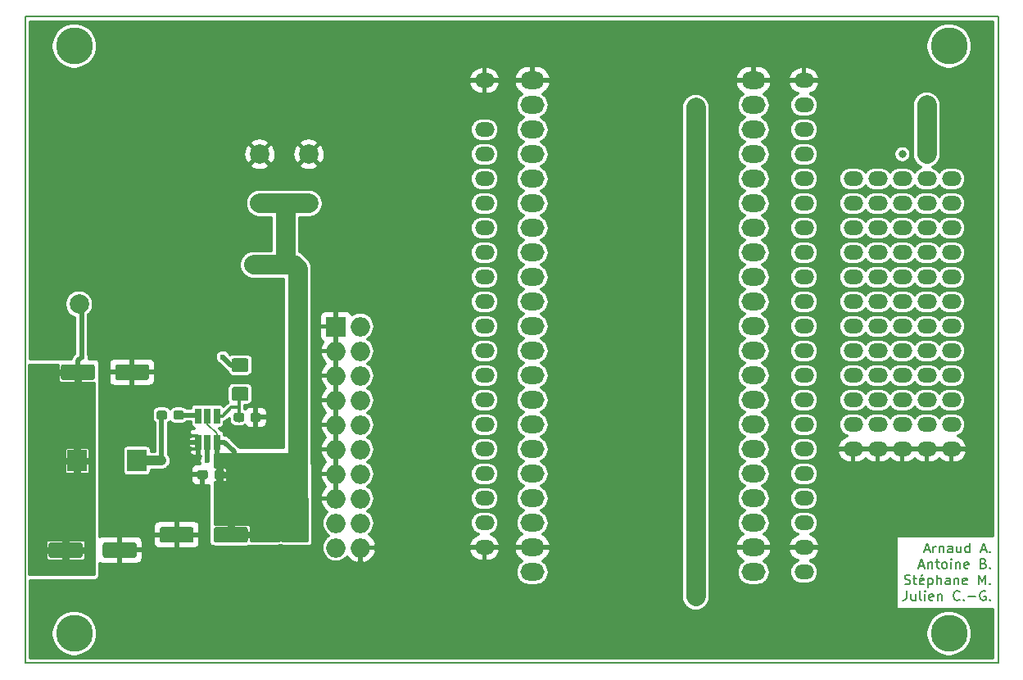
<source format=gbr>
G04 #@! TF.GenerationSoftware,KiCad,Pcbnew,5.0.2-bee76a0~70~ubuntu18.04.1*
G04 #@! TF.CreationDate,2020-06-09T18:29:45+02:00*
G04 #@! TF.ProjectId,DemoNixieControl-KiCad,44656d6f-4e69-4786-9965-436f6e74726f,rev?*
G04 #@! TF.SameCoordinates,Original*
G04 #@! TF.FileFunction,Copper,L1,Top*
G04 #@! TF.FilePolarity,Positive*
%FSLAX46Y46*%
G04 Gerber Fmt 4.6, Leading zero omitted, Abs format (unit mm)*
G04 Created by KiCad (PCBNEW 5.0.2-bee76a0~70~ubuntu18.04.1) date mar. 09 juin 2020 18:29:45 CEST*
%MOMM*%
%LPD*%
G01*
G04 APERTURE LIST*
G04 #@! TA.AperFunction,NonConductor*
%ADD10C,0.150000*%
G04 #@! TD*
G04 #@! TA.AperFunction,Conductor*
%ADD11C,0.020000*%
G04 #@! TD*
G04 #@! TA.AperFunction,SMDPad,CuDef*
%ADD12C,1.600000*%
G04 #@! TD*
G04 #@! TA.AperFunction,SMDPad,CuDef*
%ADD13C,0.950000*%
G04 #@! TD*
G04 #@! TA.AperFunction,ComponentPad*
%ADD14O,2.000000X2.000000*%
G04 #@! TD*
G04 #@! TA.AperFunction,ComponentPad*
%ADD15R,2.000000X2.000000*%
G04 #@! TD*
G04 #@! TA.AperFunction,SMDPad,CuDef*
%ADD16R,2.000000X2.200000*%
G04 #@! TD*
G04 #@! TA.AperFunction,SMDPad,CuDef*
%ADD17C,1.425000*%
G04 #@! TD*
G04 #@! TA.AperFunction,ComponentPad*
%ADD18C,2.000000*%
G04 #@! TD*
G04 #@! TA.AperFunction,ComponentPad*
%ADD19O,2.500000X1.800000*%
G04 #@! TD*
G04 #@! TA.AperFunction,SMDPad,CuDef*
%ADD20R,0.650000X1.560000*%
G04 #@! TD*
G04 #@! TA.AperFunction,ComponentPad*
%ADD21O,2.000000X1.524000*%
G04 #@! TD*
G04 #@! TA.AperFunction,ComponentPad*
%ADD22C,3.800000*%
G04 #@! TD*
G04 #@! TA.AperFunction,ViaPad*
%ADD23C,0.600000*%
G04 #@! TD*
G04 #@! TA.AperFunction,ViaPad*
%ADD24C,0.800000*%
G04 #@! TD*
G04 #@! TA.AperFunction,Conductor*
%ADD25C,0.500000*%
G04 #@! TD*
G04 #@! TA.AperFunction,Conductor*
%ADD26C,0.300000*%
G04 #@! TD*
G04 #@! TA.AperFunction,Conductor*
%ADD27C,0.200000*%
G04 #@! TD*
G04 #@! TA.AperFunction,Conductor*
%ADD28C,2.000000*%
G04 #@! TD*
G04 #@! TA.AperFunction,Conductor*
%ADD29C,1.000000*%
G04 #@! TD*
G04 #@! TA.AperFunction,Conductor*
%ADD30C,0.254000*%
G04 #@! TD*
G04 #@! TA.AperFunction,Conductor*
%ADD31C,0.354000*%
G04 #@! TD*
G04 APERTURE END LIST*
D10*
X236864091Y-119850996D02*
X237340281Y-119850996D01*
X236768852Y-120136710D02*
X237102186Y-119136710D01*
X237435519Y-120136710D01*
X237768852Y-120136710D02*
X237768852Y-119470044D01*
X237768852Y-119660520D02*
X237816471Y-119565282D01*
X237864091Y-119517663D01*
X237959329Y-119470044D01*
X238054567Y-119470044D01*
X238387900Y-119470044D02*
X238387900Y-120136710D01*
X238387900Y-119565282D02*
X238435519Y-119517663D01*
X238530757Y-119470044D01*
X238673614Y-119470044D01*
X238768852Y-119517663D01*
X238816471Y-119612901D01*
X238816471Y-120136710D01*
X239721233Y-120136710D02*
X239721233Y-119612901D01*
X239673614Y-119517663D01*
X239578376Y-119470044D01*
X239387900Y-119470044D01*
X239292662Y-119517663D01*
X239721233Y-120089091D02*
X239625995Y-120136710D01*
X239387900Y-120136710D01*
X239292662Y-120089091D01*
X239245043Y-119993853D01*
X239245043Y-119898615D01*
X239292662Y-119803377D01*
X239387900Y-119755758D01*
X239625995Y-119755758D01*
X239721233Y-119708139D01*
X240625995Y-119470044D02*
X240625995Y-120136710D01*
X240197424Y-119470044D02*
X240197424Y-119993853D01*
X240245043Y-120089091D01*
X240340281Y-120136710D01*
X240483138Y-120136710D01*
X240578376Y-120089091D01*
X240625995Y-120041472D01*
X241530757Y-120136710D02*
X241530757Y-119136710D01*
X241530757Y-120089091D02*
X241435519Y-120136710D01*
X241245043Y-120136710D01*
X241149805Y-120089091D01*
X241102186Y-120041472D01*
X241054567Y-119946234D01*
X241054567Y-119660520D01*
X241102186Y-119565282D01*
X241149805Y-119517663D01*
X241245043Y-119470044D01*
X241435519Y-119470044D01*
X241530757Y-119517663D01*
X242721233Y-119850996D02*
X243197424Y-119850996D01*
X242625995Y-120136710D02*
X242959329Y-119136710D01*
X243292662Y-120136710D01*
X243625995Y-120041472D02*
X243673614Y-120089091D01*
X243625995Y-120136710D01*
X243578376Y-120089091D01*
X243625995Y-120041472D01*
X243625995Y-120136710D01*
X236340281Y-121500996D02*
X236816471Y-121500996D01*
X236245043Y-121786710D02*
X236578376Y-120786710D01*
X236911710Y-121786710D01*
X237245043Y-121120044D02*
X237245043Y-121786710D01*
X237245043Y-121215282D02*
X237292662Y-121167663D01*
X237387900Y-121120044D01*
X237530757Y-121120044D01*
X237625995Y-121167663D01*
X237673614Y-121262901D01*
X237673614Y-121786710D01*
X238006948Y-121120044D02*
X238387900Y-121120044D01*
X238149805Y-120786710D02*
X238149805Y-121643853D01*
X238197424Y-121739091D01*
X238292662Y-121786710D01*
X238387900Y-121786710D01*
X238864091Y-121786710D02*
X238768852Y-121739091D01*
X238721233Y-121691472D01*
X238673614Y-121596234D01*
X238673614Y-121310520D01*
X238721233Y-121215282D01*
X238768852Y-121167663D01*
X238864091Y-121120044D01*
X239006948Y-121120044D01*
X239102186Y-121167663D01*
X239149805Y-121215282D01*
X239197424Y-121310520D01*
X239197424Y-121596234D01*
X239149805Y-121691472D01*
X239102186Y-121739091D01*
X239006948Y-121786710D01*
X238864091Y-121786710D01*
X239625995Y-121786710D02*
X239625995Y-121120044D01*
X239625995Y-120786710D02*
X239578376Y-120834330D01*
X239625995Y-120881949D01*
X239673614Y-120834330D01*
X239625995Y-120786710D01*
X239625995Y-120881949D01*
X240102186Y-121120044D02*
X240102186Y-121786710D01*
X240102186Y-121215282D02*
X240149805Y-121167663D01*
X240245043Y-121120044D01*
X240387900Y-121120044D01*
X240483138Y-121167663D01*
X240530757Y-121262901D01*
X240530757Y-121786710D01*
X241387900Y-121739091D02*
X241292662Y-121786710D01*
X241102186Y-121786710D01*
X241006948Y-121739091D01*
X240959329Y-121643853D01*
X240959329Y-121262901D01*
X241006948Y-121167663D01*
X241102186Y-121120044D01*
X241292662Y-121120044D01*
X241387900Y-121167663D01*
X241435519Y-121262901D01*
X241435519Y-121358139D01*
X240959329Y-121453377D01*
X242959329Y-121262901D02*
X243102186Y-121310520D01*
X243149805Y-121358139D01*
X243197424Y-121453377D01*
X243197424Y-121596234D01*
X243149805Y-121691472D01*
X243102186Y-121739091D01*
X243006948Y-121786710D01*
X242625995Y-121786710D01*
X242625995Y-120786710D01*
X242959329Y-120786710D01*
X243054567Y-120834330D01*
X243102186Y-120881949D01*
X243149805Y-120977187D01*
X243149805Y-121072425D01*
X243102186Y-121167663D01*
X243054567Y-121215282D01*
X242959329Y-121262901D01*
X242625995Y-121262901D01*
X243625995Y-121691472D02*
X243673614Y-121739091D01*
X243625995Y-121786710D01*
X243578376Y-121739091D01*
X243625995Y-121691472D01*
X243625995Y-121786710D01*
X234816471Y-123389091D02*
X234959329Y-123436710D01*
X235197424Y-123436710D01*
X235292662Y-123389091D01*
X235340281Y-123341472D01*
X235387900Y-123246234D01*
X235387900Y-123150996D01*
X235340281Y-123055758D01*
X235292662Y-123008139D01*
X235197424Y-122960520D01*
X235006948Y-122912901D01*
X234911710Y-122865282D01*
X234864091Y-122817663D01*
X234816471Y-122722425D01*
X234816471Y-122627187D01*
X234864091Y-122531949D01*
X234911710Y-122484330D01*
X235006948Y-122436710D01*
X235245043Y-122436710D01*
X235387900Y-122484330D01*
X235673614Y-122770044D02*
X236054567Y-122770044D01*
X235816471Y-122436710D02*
X235816471Y-123293853D01*
X235864091Y-123389091D01*
X235959329Y-123436710D01*
X236054567Y-123436710D01*
X236768852Y-123389091D02*
X236673614Y-123436710D01*
X236483138Y-123436710D01*
X236387900Y-123389091D01*
X236340281Y-123293853D01*
X236340281Y-122912901D01*
X236387900Y-122817663D01*
X236483138Y-122770044D01*
X236673614Y-122770044D01*
X236768852Y-122817663D01*
X236816471Y-122912901D01*
X236816471Y-123008139D01*
X236340281Y-123103377D01*
X236673614Y-122389091D02*
X236530757Y-122531949D01*
X237245043Y-122770044D02*
X237245043Y-123770044D01*
X237245043Y-122817663D02*
X237340281Y-122770044D01*
X237530757Y-122770044D01*
X237625995Y-122817663D01*
X237673614Y-122865282D01*
X237721233Y-122960520D01*
X237721233Y-123246234D01*
X237673614Y-123341472D01*
X237625995Y-123389091D01*
X237530757Y-123436710D01*
X237340281Y-123436710D01*
X237245043Y-123389091D01*
X238149805Y-123436710D02*
X238149805Y-122436710D01*
X238578376Y-123436710D02*
X238578376Y-122912901D01*
X238530757Y-122817663D01*
X238435519Y-122770044D01*
X238292662Y-122770044D01*
X238197424Y-122817663D01*
X238149805Y-122865282D01*
X239483138Y-123436710D02*
X239483138Y-122912901D01*
X239435519Y-122817663D01*
X239340281Y-122770044D01*
X239149805Y-122770044D01*
X239054567Y-122817663D01*
X239483138Y-123389091D02*
X239387900Y-123436710D01*
X239149805Y-123436710D01*
X239054567Y-123389091D01*
X239006948Y-123293853D01*
X239006948Y-123198615D01*
X239054567Y-123103377D01*
X239149805Y-123055758D01*
X239387900Y-123055758D01*
X239483138Y-123008139D01*
X239959329Y-122770044D02*
X239959329Y-123436710D01*
X239959329Y-122865282D02*
X240006948Y-122817663D01*
X240102186Y-122770044D01*
X240245043Y-122770044D01*
X240340281Y-122817663D01*
X240387900Y-122912901D01*
X240387900Y-123436710D01*
X241245043Y-123389091D02*
X241149805Y-123436710D01*
X240959329Y-123436710D01*
X240864091Y-123389091D01*
X240816471Y-123293853D01*
X240816471Y-122912901D01*
X240864091Y-122817663D01*
X240959329Y-122770044D01*
X241149805Y-122770044D01*
X241245043Y-122817663D01*
X241292662Y-122912901D01*
X241292662Y-123008139D01*
X240816471Y-123103377D01*
X242483138Y-123436710D02*
X242483138Y-122436710D01*
X242816471Y-123150996D01*
X243149805Y-122436710D01*
X243149805Y-123436710D01*
X243625995Y-123341472D02*
X243673614Y-123389091D01*
X243625995Y-123436710D01*
X243578376Y-123389091D01*
X243625995Y-123341472D01*
X243625995Y-123436710D01*
X235006948Y-124086710D02*
X235006948Y-124800996D01*
X234959329Y-124943853D01*
X234864091Y-125039091D01*
X234721233Y-125086710D01*
X234625995Y-125086710D01*
X235911710Y-124420044D02*
X235911710Y-125086710D01*
X235483138Y-124420044D02*
X235483138Y-124943853D01*
X235530757Y-125039091D01*
X235625995Y-125086710D01*
X235768852Y-125086710D01*
X235864091Y-125039091D01*
X235911710Y-124991472D01*
X236530757Y-125086710D02*
X236435519Y-125039091D01*
X236387900Y-124943853D01*
X236387900Y-124086710D01*
X236911710Y-125086710D02*
X236911710Y-124420044D01*
X236911710Y-124086710D02*
X236864091Y-124134330D01*
X236911710Y-124181949D01*
X236959329Y-124134330D01*
X236911710Y-124086710D01*
X236911710Y-124181949D01*
X237768852Y-125039091D02*
X237673614Y-125086710D01*
X237483138Y-125086710D01*
X237387900Y-125039091D01*
X237340281Y-124943853D01*
X237340281Y-124562901D01*
X237387900Y-124467663D01*
X237483138Y-124420044D01*
X237673614Y-124420044D01*
X237768852Y-124467663D01*
X237816471Y-124562901D01*
X237816471Y-124658139D01*
X237340281Y-124753377D01*
X238245043Y-124420044D02*
X238245043Y-125086710D01*
X238245043Y-124515282D02*
X238292662Y-124467663D01*
X238387900Y-124420044D01*
X238530757Y-124420044D01*
X238625995Y-124467663D01*
X238673614Y-124562901D01*
X238673614Y-125086710D01*
X240483138Y-124991472D02*
X240435519Y-125039091D01*
X240292662Y-125086710D01*
X240197424Y-125086710D01*
X240054567Y-125039091D01*
X239959329Y-124943853D01*
X239911710Y-124848615D01*
X239864091Y-124658139D01*
X239864091Y-124515282D01*
X239911710Y-124324806D01*
X239959329Y-124229568D01*
X240054567Y-124134330D01*
X240197424Y-124086710D01*
X240292662Y-124086710D01*
X240435519Y-124134330D01*
X240483138Y-124181949D01*
X240911710Y-124991472D02*
X240959329Y-125039091D01*
X240911710Y-125086710D01*
X240864091Y-125039091D01*
X240911710Y-124991472D01*
X240911710Y-125086710D01*
X241387900Y-124705758D02*
X242149805Y-124705758D01*
X243149805Y-124134330D02*
X243054567Y-124086710D01*
X242911710Y-124086710D01*
X242768852Y-124134330D01*
X242673614Y-124229568D01*
X242625995Y-124324806D01*
X242578376Y-124515282D01*
X242578376Y-124658139D01*
X242625995Y-124848615D01*
X242673614Y-124943853D01*
X242768852Y-125039091D01*
X242911710Y-125086710D01*
X243006948Y-125086710D01*
X243149805Y-125039091D01*
X243197424Y-124991472D01*
X243197424Y-124658139D01*
X243006948Y-124658139D01*
X243625995Y-124991472D02*
X243673614Y-125039091D01*
X243625995Y-125086710D01*
X243578376Y-125039091D01*
X243625995Y-124991472D01*
X243625995Y-125086710D01*
X143885591Y-64755330D02*
X244469591Y-64755330D01*
X143885591Y-131557330D02*
X143885591Y-64755330D01*
X244469591Y-131557330D02*
X143885591Y-131557330D01*
X244469591Y-64755330D02*
X244469591Y-131557330D01*
D11*
G04 #@! TO.N,GND*
G04 #@! TO.C,C1*
G36*
X161086095Y-117503534D02*
X161110364Y-117507134D01*
X161134162Y-117513095D01*
X161157262Y-117521360D01*
X161179440Y-117531850D01*
X161200484Y-117544463D01*
X161220189Y-117559077D01*
X161238368Y-117575553D01*
X161254844Y-117593732D01*
X161269458Y-117613437D01*
X161282071Y-117634481D01*
X161292561Y-117656659D01*
X161300826Y-117679759D01*
X161306787Y-117703557D01*
X161310387Y-117727826D01*
X161311591Y-117752330D01*
X161311591Y-118852330D01*
X161310387Y-118876834D01*
X161306787Y-118901103D01*
X161300826Y-118924901D01*
X161292561Y-118948001D01*
X161282071Y-118970179D01*
X161269458Y-118991223D01*
X161254844Y-119010928D01*
X161238368Y-119029107D01*
X161220189Y-119045583D01*
X161200484Y-119060197D01*
X161179440Y-119072810D01*
X161157262Y-119083300D01*
X161134162Y-119091565D01*
X161110364Y-119097526D01*
X161086095Y-119101126D01*
X161061591Y-119102330D01*
X158061591Y-119102330D01*
X158037087Y-119101126D01*
X158012818Y-119097526D01*
X157989020Y-119091565D01*
X157965920Y-119083300D01*
X157943742Y-119072810D01*
X157922698Y-119060197D01*
X157902993Y-119045583D01*
X157884814Y-119029107D01*
X157868338Y-119010928D01*
X157853724Y-118991223D01*
X157841111Y-118970179D01*
X157830621Y-118948001D01*
X157822356Y-118924901D01*
X157816395Y-118901103D01*
X157812795Y-118876834D01*
X157811591Y-118852330D01*
X157811591Y-117752330D01*
X157812795Y-117727826D01*
X157816395Y-117703557D01*
X157822356Y-117679759D01*
X157830621Y-117656659D01*
X157841111Y-117634481D01*
X157853724Y-117613437D01*
X157868338Y-117593732D01*
X157884814Y-117575553D01*
X157902993Y-117559077D01*
X157922698Y-117544463D01*
X157943742Y-117531850D01*
X157965920Y-117521360D01*
X157989020Y-117513095D01*
X158012818Y-117507134D01*
X158037087Y-117503534D01*
X158061591Y-117502330D01*
X161061591Y-117502330D01*
X161086095Y-117503534D01*
X161086095Y-117503534D01*
G37*
D12*
G04 #@! TD*
G04 #@! TO.P,C1,2*
G04 #@! TO.N,GND*
X159561591Y-118302330D03*
D11*
G04 #@! TO.N,+15V*
G04 #@! TO.C,C1*
G36*
X166686095Y-117503534D02*
X166710364Y-117507134D01*
X166734162Y-117513095D01*
X166757262Y-117521360D01*
X166779440Y-117531850D01*
X166800484Y-117544463D01*
X166820189Y-117559077D01*
X166838368Y-117575553D01*
X166854844Y-117593732D01*
X166869458Y-117613437D01*
X166882071Y-117634481D01*
X166892561Y-117656659D01*
X166900826Y-117679759D01*
X166906787Y-117703557D01*
X166910387Y-117727826D01*
X166911591Y-117752330D01*
X166911591Y-118852330D01*
X166910387Y-118876834D01*
X166906787Y-118901103D01*
X166900826Y-118924901D01*
X166892561Y-118948001D01*
X166882071Y-118970179D01*
X166869458Y-118991223D01*
X166854844Y-119010928D01*
X166838368Y-119029107D01*
X166820189Y-119045583D01*
X166800484Y-119060197D01*
X166779440Y-119072810D01*
X166757262Y-119083300D01*
X166734162Y-119091565D01*
X166710364Y-119097526D01*
X166686095Y-119101126D01*
X166661591Y-119102330D01*
X163661591Y-119102330D01*
X163637087Y-119101126D01*
X163612818Y-119097526D01*
X163589020Y-119091565D01*
X163565920Y-119083300D01*
X163543742Y-119072810D01*
X163522698Y-119060197D01*
X163502993Y-119045583D01*
X163484814Y-119029107D01*
X163468338Y-119010928D01*
X163453724Y-118991223D01*
X163441111Y-118970179D01*
X163430621Y-118948001D01*
X163422356Y-118924901D01*
X163416395Y-118901103D01*
X163412795Y-118876834D01*
X163411591Y-118852330D01*
X163411591Y-117752330D01*
X163412795Y-117727826D01*
X163416395Y-117703557D01*
X163422356Y-117679759D01*
X163430621Y-117656659D01*
X163441111Y-117634481D01*
X163453724Y-117613437D01*
X163468338Y-117593732D01*
X163484814Y-117575553D01*
X163502993Y-117559077D01*
X163522698Y-117544463D01*
X163543742Y-117531850D01*
X163565920Y-117521360D01*
X163589020Y-117513095D01*
X163612818Y-117507134D01*
X163637087Y-117503534D01*
X163661591Y-117502330D01*
X166661591Y-117502330D01*
X166686095Y-117503534D01*
X166686095Y-117503534D01*
G37*
D12*
G04 #@! TD*
G04 #@! TO.P,C1,1*
G04 #@! TO.N,+15V*
X165161591Y-118302330D03*
D11*
G04 #@! TO.N,GND*
G04 #@! TO.C,C2*
G36*
X162545370Y-111605474D02*
X162568425Y-111608893D01*
X162591034Y-111614557D01*
X162612978Y-111622409D01*
X162634048Y-111632374D01*
X162654039Y-111644356D01*
X162672759Y-111658240D01*
X162690029Y-111673892D01*
X162705681Y-111691162D01*
X162719565Y-111709882D01*
X162731547Y-111729873D01*
X162741512Y-111750943D01*
X162749364Y-111772887D01*
X162755028Y-111795496D01*
X162758447Y-111818551D01*
X162759591Y-111841830D01*
X162759591Y-112316830D01*
X162758447Y-112340109D01*
X162755028Y-112363164D01*
X162749364Y-112385773D01*
X162741512Y-112407717D01*
X162731547Y-112428787D01*
X162719565Y-112448778D01*
X162705681Y-112467498D01*
X162690029Y-112484768D01*
X162672759Y-112500420D01*
X162654039Y-112514304D01*
X162634048Y-112526286D01*
X162612978Y-112536251D01*
X162591034Y-112544103D01*
X162568425Y-112549767D01*
X162545370Y-112553186D01*
X162522091Y-112554330D01*
X161947091Y-112554330D01*
X161923812Y-112553186D01*
X161900757Y-112549767D01*
X161878148Y-112544103D01*
X161856204Y-112536251D01*
X161835134Y-112526286D01*
X161815143Y-112514304D01*
X161796423Y-112500420D01*
X161779153Y-112484768D01*
X161763501Y-112467498D01*
X161749617Y-112448778D01*
X161737635Y-112428787D01*
X161727670Y-112407717D01*
X161719818Y-112385773D01*
X161714154Y-112363164D01*
X161710735Y-112340109D01*
X161709591Y-112316830D01*
X161709591Y-111841830D01*
X161710735Y-111818551D01*
X161714154Y-111795496D01*
X161719818Y-111772887D01*
X161727670Y-111750943D01*
X161737635Y-111729873D01*
X161749617Y-111709882D01*
X161763501Y-111691162D01*
X161779153Y-111673892D01*
X161796423Y-111658240D01*
X161815143Y-111644356D01*
X161835134Y-111632374D01*
X161856204Y-111622409D01*
X161878148Y-111614557D01*
X161900757Y-111608893D01*
X161923812Y-111605474D01*
X161947091Y-111604330D01*
X162522091Y-111604330D01*
X162545370Y-111605474D01*
X162545370Y-111605474D01*
G37*
D13*
G04 #@! TD*
G04 #@! TO.P,C2,2*
G04 #@! TO.N,GND*
X162234591Y-112079330D03*
D11*
G04 #@! TO.N,+15V*
G04 #@! TO.C,C2*
G36*
X164295370Y-111605474D02*
X164318425Y-111608893D01*
X164341034Y-111614557D01*
X164362978Y-111622409D01*
X164384048Y-111632374D01*
X164404039Y-111644356D01*
X164422759Y-111658240D01*
X164440029Y-111673892D01*
X164455681Y-111691162D01*
X164469565Y-111709882D01*
X164481547Y-111729873D01*
X164491512Y-111750943D01*
X164499364Y-111772887D01*
X164505028Y-111795496D01*
X164508447Y-111818551D01*
X164509591Y-111841830D01*
X164509591Y-112316830D01*
X164508447Y-112340109D01*
X164505028Y-112363164D01*
X164499364Y-112385773D01*
X164491512Y-112407717D01*
X164481547Y-112428787D01*
X164469565Y-112448778D01*
X164455681Y-112467498D01*
X164440029Y-112484768D01*
X164422759Y-112500420D01*
X164404039Y-112514304D01*
X164384048Y-112526286D01*
X164362978Y-112536251D01*
X164341034Y-112544103D01*
X164318425Y-112549767D01*
X164295370Y-112553186D01*
X164272091Y-112554330D01*
X163697091Y-112554330D01*
X163673812Y-112553186D01*
X163650757Y-112549767D01*
X163628148Y-112544103D01*
X163606204Y-112536251D01*
X163585134Y-112526286D01*
X163565143Y-112514304D01*
X163546423Y-112500420D01*
X163529153Y-112484768D01*
X163513501Y-112467498D01*
X163499617Y-112448778D01*
X163487635Y-112428787D01*
X163477670Y-112407717D01*
X163469818Y-112385773D01*
X163464154Y-112363164D01*
X163460735Y-112340109D01*
X163459591Y-112316830D01*
X163459591Y-111841830D01*
X163460735Y-111818551D01*
X163464154Y-111795496D01*
X163469818Y-111772887D01*
X163477670Y-111750943D01*
X163487635Y-111729873D01*
X163499617Y-111709882D01*
X163513501Y-111691162D01*
X163529153Y-111673892D01*
X163546423Y-111658240D01*
X163565143Y-111644356D01*
X163585134Y-111632374D01*
X163606204Y-111622409D01*
X163628148Y-111614557D01*
X163650757Y-111608893D01*
X163673812Y-111605474D01*
X163697091Y-111604330D01*
X164272091Y-111604330D01*
X164295370Y-111605474D01*
X164295370Y-111605474D01*
G37*
D13*
G04 #@! TD*
G04 #@! TO.P,C2,1*
G04 #@! TO.N,+15V*
X163984591Y-112079330D03*
D11*
G04 #@! TO.N,Net-(C3-Pad1)*
G04 #@! TO.C,C3*
G36*
X158321370Y-105462474D02*
X158344425Y-105465893D01*
X158367034Y-105471557D01*
X158388978Y-105479409D01*
X158410048Y-105489374D01*
X158430039Y-105501356D01*
X158448759Y-105515240D01*
X158466029Y-105530892D01*
X158481681Y-105548162D01*
X158495565Y-105566882D01*
X158507547Y-105586873D01*
X158517512Y-105607943D01*
X158525364Y-105629887D01*
X158531028Y-105652496D01*
X158534447Y-105675551D01*
X158535591Y-105698830D01*
X158535591Y-106173830D01*
X158534447Y-106197109D01*
X158531028Y-106220164D01*
X158525364Y-106242773D01*
X158517512Y-106264717D01*
X158507547Y-106285787D01*
X158495565Y-106305778D01*
X158481681Y-106324498D01*
X158466029Y-106341768D01*
X158448759Y-106357420D01*
X158430039Y-106371304D01*
X158410048Y-106383286D01*
X158388978Y-106393251D01*
X158367034Y-106401103D01*
X158344425Y-106406767D01*
X158321370Y-106410186D01*
X158298091Y-106411330D01*
X157723091Y-106411330D01*
X157699812Y-106410186D01*
X157676757Y-106406767D01*
X157654148Y-106401103D01*
X157632204Y-106393251D01*
X157611134Y-106383286D01*
X157591143Y-106371304D01*
X157572423Y-106357420D01*
X157555153Y-106341768D01*
X157539501Y-106324498D01*
X157525617Y-106305778D01*
X157513635Y-106285787D01*
X157503670Y-106264717D01*
X157495818Y-106242773D01*
X157490154Y-106220164D01*
X157486735Y-106197109D01*
X157485591Y-106173830D01*
X157485591Y-105698830D01*
X157486735Y-105675551D01*
X157490154Y-105652496D01*
X157495818Y-105629887D01*
X157503670Y-105607943D01*
X157513635Y-105586873D01*
X157525617Y-105566882D01*
X157539501Y-105548162D01*
X157555153Y-105530892D01*
X157572423Y-105515240D01*
X157591143Y-105501356D01*
X157611134Y-105489374D01*
X157632204Y-105479409D01*
X157654148Y-105471557D01*
X157676757Y-105465893D01*
X157699812Y-105462474D01*
X157723091Y-105461330D01*
X158298091Y-105461330D01*
X158321370Y-105462474D01*
X158321370Y-105462474D01*
G37*
D13*
G04 #@! TD*
G04 #@! TO.P,C3,1*
G04 #@! TO.N,Net-(C3-Pad1)*
X158010591Y-105936330D03*
D11*
G04 #@! TO.N,Net-(C3-Pad2)*
G04 #@! TO.C,C3*
G36*
X160071370Y-105462474D02*
X160094425Y-105465893D01*
X160117034Y-105471557D01*
X160138978Y-105479409D01*
X160160048Y-105489374D01*
X160180039Y-105501356D01*
X160198759Y-105515240D01*
X160216029Y-105530892D01*
X160231681Y-105548162D01*
X160245565Y-105566882D01*
X160257547Y-105586873D01*
X160267512Y-105607943D01*
X160275364Y-105629887D01*
X160281028Y-105652496D01*
X160284447Y-105675551D01*
X160285591Y-105698830D01*
X160285591Y-106173830D01*
X160284447Y-106197109D01*
X160281028Y-106220164D01*
X160275364Y-106242773D01*
X160267512Y-106264717D01*
X160257547Y-106285787D01*
X160245565Y-106305778D01*
X160231681Y-106324498D01*
X160216029Y-106341768D01*
X160198759Y-106357420D01*
X160180039Y-106371304D01*
X160160048Y-106383286D01*
X160138978Y-106393251D01*
X160117034Y-106401103D01*
X160094425Y-106406767D01*
X160071370Y-106410186D01*
X160048091Y-106411330D01*
X159473091Y-106411330D01*
X159449812Y-106410186D01*
X159426757Y-106406767D01*
X159404148Y-106401103D01*
X159382204Y-106393251D01*
X159361134Y-106383286D01*
X159341143Y-106371304D01*
X159322423Y-106357420D01*
X159305153Y-106341768D01*
X159289501Y-106324498D01*
X159275617Y-106305778D01*
X159263635Y-106285787D01*
X159253670Y-106264717D01*
X159245818Y-106242773D01*
X159240154Y-106220164D01*
X159236735Y-106197109D01*
X159235591Y-106173830D01*
X159235591Y-105698830D01*
X159236735Y-105675551D01*
X159240154Y-105652496D01*
X159245818Y-105629887D01*
X159253670Y-105607943D01*
X159263635Y-105586873D01*
X159275617Y-105566882D01*
X159289501Y-105548162D01*
X159305153Y-105530892D01*
X159322423Y-105515240D01*
X159341143Y-105501356D01*
X159361134Y-105489374D01*
X159382204Y-105479409D01*
X159404148Y-105471557D01*
X159426757Y-105465893D01*
X159449812Y-105462474D01*
X159473091Y-105461330D01*
X160048091Y-105461330D01*
X160071370Y-105462474D01*
X160071370Y-105462474D01*
G37*
D13*
G04 #@! TD*
G04 #@! TO.P,C3,2*
G04 #@! TO.N,Net-(C3-Pad2)*
X159760591Y-105936330D03*
D11*
G04 #@! TO.N,+3V3*
G04 #@! TO.C,C5*
G36*
X149589095Y-119074534D02*
X149613364Y-119078134D01*
X149637162Y-119084095D01*
X149660262Y-119092360D01*
X149682440Y-119102850D01*
X149703484Y-119115463D01*
X149723189Y-119130077D01*
X149741368Y-119146553D01*
X149757844Y-119164732D01*
X149772458Y-119184437D01*
X149785071Y-119205481D01*
X149795561Y-119227659D01*
X149803826Y-119250759D01*
X149809787Y-119274557D01*
X149813387Y-119298826D01*
X149814591Y-119323330D01*
X149814591Y-120423330D01*
X149813387Y-120447834D01*
X149809787Y-120472103D01*
X149803826Y-120495901D01*
X149795561Y-120519001D01*
X149785071Y-120541179D01*
X149772458Y-120562223D01*
X149757844Y-120581928D01*
X149741368Y-120600107D01*
X149723189Y-120616583D01*
X149703484Y-120631197D01*
X149682440Y-120643810D01*
X149660262Y-120654300D01*
X149637162Y-120662565D01*
X149613364Y-120668526D01*
X149589095Y-120672126D01*
X149564591Y-120673330D01*
X146564591Y-120673330D01*
X146540087Y-120672126D01*
X146515818Y-120668526D01*
X146492020Y-120662565D01*
X146468920Y-120654300D01*
X146446742Y-120643810D01*
X146425698Y-120631197D01*
X146405993Y-120616583D01*
X146387814Y-120600107D01*
X146371338Y-120581928D01*
X146356724Y-120562223D01*
X146344111Y-120541179D01*
X146333621Y-120519001D01*
X146325356Y-120495901D01*
X146319395Y-120472103D01*
X146315795Y-120447834D01*
X146314591Y-120423330D01*
X146314591Y-119323330D01*
X146315795Y-119298826D01*
X146319395Y-119274557D01*
X146325356Y-119250759D01*
X146333621Y-119227659D01*
X146344111Y-119205481D01*
X146356724Y-119184437D01*
X146371338Y-119164732D01*
X146387814Y-119146553D01*
X146405993Y-119130077D01*
X146425698Y-119115463D01*
X146446742Y-119102850D01*
X146468920Y-119092360D01*
X146492020Y-119084095D01*
X146515818Y-119078134D01*
X146540087Y-119074534D01*
X146564591Y-119073330D01*
X149564591Y-119073330D01*
X149589095Y-119074534D01*
X149589095Y-119074534D01*
G37*
D12*
G04 #@! TD*
G04 #@! TO.P,C5,1*
G04 #@! TO.N,+3V3*
X148064591Y-119873330D03*
D11*
G04 #@! TO.N,GND*
G04 #@! TO.C,C5*
G36*
X155189095Y-119074534D02*
X155213364Y-119078134D01*
X155237162Y-119084095D01*
X155260262Y-119092360D01*
X155282440Y-119102850D01*
X155303484Y-119115463D01*
X155323189Y-119130077D01*
X155341368Y-119146553D01*
X155357844Y-119164732D01*
X155372458Y-119184437D01*
X155385071Y-119205481D01*
X155395561Y-119227659D01*
X155403826Y-119250759D01*
X155409787Y-119274557D01*
X155413387Y-119298826D01*
X155414591Y-119323330D01*
X155414591Y-120423330D01*
X155413387Y-120447834D01*
X155409787Y-120472103D01*
X155403826Y-120495901D01*
X155395561Y-120519001D01*
X155385071Y-120541179D01*
X155372458Y-120562223D01*
X155357844Y-120581928D01*
X155341368Y-120600107D01*
X155323189Y-120616583D01*
X155303484Y-120631197D01*
X155282440Y-120643810D01*
X155260262Y-120654300D01*
X155237162Y-120662565D01*
X155213364Y-120668526D01*
X155189095Y-120672126D01*
X155164591Y-120673330D01*
X152164591Y-120673330D01*
X152140087Y-120672126D01*
X152115818Y-120668526D01*
X152092020Y-120662565D01*
X152068920Y-120654300D01*
X152046742Y-120643810D01*
X152025698Y-120631197D01*
X152005993Y-120616583D01*
X151987814Y-120600107D01*
X151971338Y-120581928D01*
X151956724Y-120562223D01*
X151944111Y-120541179D01*
X151933621Y-120519001D01*
X151925356Y-120495901D01*
X151919395Y-120472103D01*
X151915795Y-120447834D01*
X151914591Y-120423330D01*
X151914591Y-119323330D01*
X151915795Y-119298826D01*
X151919395Y-119274557D01*
X151925356Y-119250759D01*
X151933621Y-119227659D01*
X151944111Y-119205481D01*
X151956724Y-119184437D01*
X151971338Y-119164732D01*
X151987814Y-119146553D01*
X152005993Y-119130077D01*
X152025698Y-119115463D01*
X152046742Y-119102850D01*
X152068920Y-119092360D01*
X152092020Y-119084095D01*
X152115818Y-119078134D01*
X152140087Y-119074534D01*
X152164591Y-119073330D01*
X155164591Y-119073330D01*
X155189095Y-119074534D01*
X155189095Y-119074534D01*
G37*
D12*
G04 #@! TD*
G04 #@! TO.P,C5,2*
G04 #@! TO.N,GND*
X153664591Y-119873330D03*
D14*
G04 #@! TO.P,J35,20*
G04 #@! TO.N,GND*
X178562000Y-119634000D03*
G04 #@! TO.P,J35,19*
G04 #@! TO.N,+3V3*
X176022000Y-119634000D03*
G04 #@! TO.P,J35,18*
G04 #@! TO.N,+15V*
X178562000Y-117094000D03*
G04 #@! TO.P,J35,17*
X176022000Y-117094000D03*
G04 #@! TO.P,J35,16*
G04 #@! TO.N,/SYNC*
X178562000Y-114554000D03*
G04 #@! TO.P,J35,15*
G04 #@! TO.N,GND*
X176022000Y-114554000D03*
G04 #@! TO.P,J35,14*
G04 #@! TO.N,/PWMCK*
X178562000Y-112014000D03*
G04 #@! TO.P,J35,13*
G04 #@! TO.N,GND*
X176022000Y-112014000D03*
G04 #@! TO.P,J35,12*
G04 #@! TO.N,/LDO*
X178562000Y-109474000D03*
G04 #@! TO.P,J35,11*
G04 #@! TO.N,GND*
X176022000Y-109474000D03*
G04 #@! TO.P,J35,10*
G04 #@! TO.N,/SCKO*
X178562000Y-106934000D03*
G04 #@! TO.P,J35,9*
G04 #@! TO.N,GND*
X176022000Y-106934000D03*
G04 #@! TO.P,J35,8*
G04 #@! TO.N,/SDO*
X178562000Y-104394000D03*
G04 #@! TO.P,J35,7*
G04 #@! TO.N,GND*
X176022000Y-104394000D03*
G04 #@! TO.P,J35,6*
G04 #@! TO.N,/LDI*
X178562000Y-101854000D03*
G04 #@! TO.P,J35,5*
G04 #@! TO.N,GND*
X176022000Y-101854000D03*
G04 #@! TO.P,J35,4*
G04 #@! TO.N,/SCKI*
X178562000Y-99314000D03*
G04 #@! TO.P,J35,3*
G04 #@! TO.N,GND*
X176022000Y-99314000D03*
G04 #@! TO.P,J35,2*
G04 #@! TO.N,/SDI*
X178562000Y-96774000D03*
D15*
G04 #@! TO.P,J35,1*
G04 #@! TO.N,GND*
X176022000Y-96774000D03*
G04 #@! TD*
D16*
G04 #@! TO.P,L1,1*
G04 #@! TO.N,Net-(C3-Pad1)*
X155442591Y-110635330D03*
G04 #@! TO.P,L1,2*
G04 #@! TO.N,+3V3*
X149242591Y-110635330D03*
G04 #@! TD*
D11*
G04 #@! TO.N,Net-(R1-Pad1)*
G04 #@! TO.C,R1*
G36*
X166294370Y-105683474D02*
X166317425Y-105686893D01*
X166340034Y-105692557D01*
X166361978Y-105700409D01*
X166383048Y-105710374D01*
X166403039Y-105722356D01*
X166421759Y-105736240D01*
X166439029Y-105751892D01*
X166454681Y-105769162D01*
X166468565Y-105787882D01*
X166480547Y-105807873D01*
X166490512Y-105828943D01*
X166498364Y-105850887D01*
X166504028Y-105873496D01*
X166507447Y-105896551D01*
X166508591Y-105919830D01*
X166508591Y-106394830D01*
X166507447Y-106418109D01*
X166504028Y-106441164D01*
X166498364Y-106463773D01*
X166490512Y-106485717D01*
X166480547Y-106506787D01*
X166468565Y-106526778D01*
X166454681Y-106545498D01*
X166439029Y-106562768D01*
X166421759Y-106578420D01*
X166403039Y-106592304D01*
X166383048Y-106604286D01*
X166361978Y-106614251D01*
X166340034Y-106622103D01*
X166317425Y-106627767D01*
X166294370Y-106631186D01*
X166271091Y-106632330D01*
X165696091Y-106632330D01*
X165672812Y-106631186D01*
X165649757Y-106627767D01*
X165627148Y-106622103D01*
X165605204Y-106614251D01*
X165584134Y-106604286D01*
X165564143Y-106592304D01*
X165545423Y-106578420D01*
X165528153Y-106562768D01*
X165512501Y-106545498D01*
X165498617Y-106526778D01*
X165486635Y-106506787D01*
X165476670Y-106485717D01*
X165468818Y-106463773D01*
X165463154Y-106441164D01*
X165459735Y-106418109D01*
X165458591Y-106394830D01*
X165458591Y-105919830D01*
X165459735Y-105896551D01*
X165463154Y-105873496D01*
X165468818Y-105850887D01*
X165476670Y-105828943D01*
X165486635Y-105807873D01*
X165498617Y-105787882D01*
X165512501Y-105769162D01*
X165528153Y-105751892D01*
X165545423Y-105736240D01*
X165564143Y-105722356D01*
X165584134Y-105710374D01*
X165605204Y-105700409D01*
X165627148Y-105692557D01*
X165649757Y-105686893D01*
X165672812Y-105683474D01*
X165696091Y-105682330D01*
X166271091Y-105682330D01*
X166294370Y-105683474D01*
X166294370Y-105683474D01*
G37*
D13*
G04 #@! TD*
G04 #@! TO.P,R1,1*
G04 #@! TO.N,Net-(R1-Pad1)*
X165983591Y-106157330D03*
D11*
G04 #@! TO.N,GND*
G04 #@! TO.C,R1*
G36*
X168044370Y-105683474D02*
X168067425Y-105686893D01*
X168090034Y-105692557D01*
X168111978Y-105700409D01*
X168133048Y-105710374D01*
X168153039Y-105722356D01*
X168171759Y-105736240D01*
X168189029Y-105751892D01*
X168204681Y-105769162D01*
X168218565Y-105787882D01*
X168230547Y-105807873D01*
X168240512Y-105828943D01*
X168248364Y-105850887D01*
X168254028Y-105873496D01*
X168257447Y-105896551D01*
X168258591Y-105919830D01*
X168258591Y-106394830D01*
X168257447Y-106418109D01*
X168254028Y-106441164D01*
X168248364Y-106463773D01*
X168240512Y-106485717D01*
X168230547Y-106506787D01*
X168218565Y-106526778D01*
X168204681Y-106545498D01*
X168189029Y-106562768D01*
X168171759Y-106578420D01*
X168153039Y-106592304D01*
X168133048Y-106604286D01*
X168111978Y-106614251D01*
X168090034Y-106622103D01*
X168067425Y-106627767D01*
X168044370Y-106631186D01*
X168021091Y-106632330D01*
X167446091Y-106632330D01*
X167422812Y-106631186D01*
X167399757Y-106627767D01*
X167377148Y-106622103D01*
X167355204Y-106614251D01*
X167334134Y-106604286D01*
X167314143Y-106592304D01*
X167295423Y-106578420D01*
X167278153Y-106562768D01*
X167262501Y-106545498D01*
X167248617Y-106526778D01*
X167236635Y-106506787D01*
X167226670Y-106485717D01*
X167218818Y-106463773D01*
X167213154Y-106441164D01*
X167209735Y-106418109D01*
X167208591Y-106394830D01*
X167208591Y-105919830D01*
X167209735Y-105896551D01*
X167213154Y-105873496D01*
X167218818Y-105850887D01*
X167226670Y-105828943D01*
X167236635Y-105807873D01*
X167248617Y-105787882D01*
X167262501Y-105769162D01*
X167278153Y-105751892D01*
X167295423Y-105736240D01*
X167314143Y-105722356D01*
X167334134Y-105710374D01*
X167355204Y-105700409D01*
X167377148Y-105692557D01*
X167399757Y-105686893D01*
X167422812Y-105683474D01*
X167446091Y-105682330D01*
X168021091Y-105682330D01*
X168044370Y-105683474D01*
X168044370Y-105683474D01*
G37*
D13*
G04 #@! TD*
G04 #@! TO.P,R1,2*
G04 #@! TO.N,GND*
X167733591Y-106157330D03*
D11*
G04 #@! TO.N,+3V3*
G04 #@! TO.C,R2*
G36*
X166760095Y-100058034D02*
X166784364Y-100061634D01*
X166808162Y-100067595D01*
X166831262Y-100075860D01*
X166853440Y-100086350D01*
X166874484Y-100098963D01*
X166894189Y-100113577D01*
X166912368Y-100130053D01*
X166928844Y-100148232D01*
X166943458Y-100167937D01*
X166956071Y-100188981D01*
X166966561Y-100211159D01*
X166974826Y-100234259D01*
X166980787Y-100258057D01*
X166984387Y-100282326D01*
X166985591Y-100306830D01*
X166985591Y-101231830D01*
X166984387Y-101256334D01*
X166980787Y-101280603D01*
X166974826Y-101304401D01*
X166966561Y-101327501D01*
X166956071Y-101349679D01*
X166943458Y-101370723D01*
X166928844Y-101390428D01*
X166912368Y-101408607D01*
X166894189Y-101425083D01*
X166874484Y-101439697D01*
X166853440Y-101452310D01*
X166831262Y-101462800D01*
X166808162Y-101471065D01*
X166784364Y-101477026D01*
X166760095Y-101480626D01*
X166735591Y-101481830D01*
X165485591Y-101481830D01*
X165461087Y-101480626D01*
X165436818Y-101477026D01*
X165413020Y-101471065D01*
X165389920Y-101462800D01*
X165367742Y-101452310D01*
X165346698Y-101439697D01*
X165326993Y-101425083D01*
X165308814Y-101408607D01*
X165292338Y-101390428D01*
X165277724Y-101370723D01*
X165265111Y-101349679D01*
X165254621Y-101327501D01*
X165246356Y-101304401D01*
X165240395Y-101280603D01*
X165236795Y-101256334D01*
X165235591Y-101231830D01*
X165235591Y-100306830D01*
X165236795Y-100282326D01*
X165240395Y-100258057D01*
X165246356Y-100234259D01*
X165254621Y-100211159D01*
X165265111Y-100188981D01*
X165277724Y-100167937D01*
X165292338Y-100148232D01*
X165308814Y-100130053D01*
X165326993Y-100113577D01*
X165346698Y-100098963D01*
X165367742Y-100086350D01*
X165389920Y-100075860D01*
X165413020Y-100067595D01*
X165436818Y-100061634D01*
X165461087Y-100058034D01*
X165485591Y-100056830D01*
X166735591Y-100056830D01*
X166760095Y-100058034D01*
X166760095Y-100058034D01*
G37*
D17*
G04 #@! TD*
G04 #@! TO.P,R2,1*
G04 #@! TO.N,+3V3*
X166110591Y-100769330D03*
D11*
G04 #@! TO.N,Net-(R1-Pad1)*
G04 #@! TO.C,R2*
G36*
X166760095Y-103033034D02*
X166784364Y-103036634D01*
X166808162Y-103042595D01*
X166831262Y-103050860D01*
X166853440Y-103061350D01*
X166874484Y-103073963D01*
X166894189Y-103088577D01*
X166912368Y-103105053D01*
X166928844Y-103123232D01*
X166943458Y-103142937D01*
X166956071Y-103163981D01*
X166966561Y-103186159D01*
X166974826Y-103209259D01*
X166980787Y-103233057D01*
X166984387Y-103257326D01*
X166985591Y-103281830D01*
X166985591Y-104206830D01*
X166984387Y-104231334D01*
X166980787Y-104255603D01*
X166974826Y-104279401D01*
X166966561Y-104302501D01*
X166956071Y-104324679D01*
X166943458Y-104345723D01*
X166928844Y-104365428D01*
X166912368Y-104383607D01*
X166894189Y-104400083D01*
X166874484Y-104414697D01*
X166853440Y-104427310D01*
X166831262Y-104437800D01*
X166808162Y-104446065D01*
X166784364Y-104452026D01*
X166760095Y-104455626D01*
X166735591Y-104456830D01*
X165485591Y-104456830D01*
X165461087Y-104455626D01*
X165436818Y-104452026D01*
X165413020Y-104446065D01*
X165389920Y-104437800D01*
X165367742Y-104427310D01*
X165346698Y-104414697D01*
X165326993Y-104400083D01*
X165308814Y-104383607D01*
X165292338Y-104365428D01*
X165277724Y-104345723D01*
X165265111Y-104324679D01*
X165254621Y-104302501D01*
X165246356Y-104279401D01*
X165240395Y-104255603D01*
X165236795Y-104231334D01*
X165235591Y-104206830D01*
X165235591Y-103281830D01*
X165236795Y-103257326D01*
X165240395Y-103233057D01*
X165246356Y-103209259D01*
X165254621Y-103186159D01*
X165265111Y-103163981D01*
X165277724Y-103142937D01*
X165292338Y-103123232D01*
X165308814Y-103105053D01*
X165326993Y-103088577D01*
X165346698Y-103073963D01*
X165367742Y-103061350D01*
X165389920Y-103050860D01*
X165413020Y-103042595D01*
X165436818Y-103036634D01*
X165461087Y-103033034D01*
X165485591Y-103031830D01*
X166735591Y-103031830D01*
X166760095Y-103033034D01*
X166760095Y-103033034D01*
G37*
D17*
G04 #@! TD*
G04 #@! TO.P,R2,2*
G04 #@! TO.N,Net-(R1-Pad1)*
X166110591Y-103744330D03*
D18*
G04 #@! TO.P,TP1,1*
G04 #@! TO.N,+15V*
X167507591Y-90409330D03*
G04 #@! TD*
G04 #@! TO.P,TP2,1*
G04 #@! TO.N,+3V3*
X149473591Y-94473330D03*
G04 #@! TD*
D19*
G04 #@! TO.P,U1,1*
G04 #@! TO.N,+3V3*
X219196591Y-122159330D03*
G04 #@! TO.P,U1,2*
G04 #@! TO.N,GND*
X219196591Y-119619330D03*
G04 #@! TO.P,U1,3*
G04 #@! TO.N,Net-(J34-Pad1)*
X219196591Y-117079330D03*
G04 #@! TO.P,U1,4*
G04 #@! TO.N,Net-(J33-Pad1)*
X219196591Y-114539330D03*
G04 #@! TO.P,U1,5*
G04 #@! TO.N,Net-(J32-Pad1)*
X219196591Y-111999330D03*
G04 #@! TO.P,U1,6*
G04 #@! TO.N,Net-(J31-Pad1)*
X219196591Y-109459330D03*
G04 #@! TO.P,U1,7*
G04 #@! TO.N,Net-(J30-Pad1)*
X219196591Y-106919330D03*
G04 #@! TO.P,U1,8*
G04 #@! TO.N,Net-(J29-Pad1)*
X219196591Y-104379330D03*
G04 #@! TO.P,U1,9*
G04 #@! TO.N,Net-(J28-Pad1)*
X219196591Y-101839330D03*
G04 #@! TO.P,U1,10*
G04 #@! TO.N,Net-(J27-Pad1)*
X219196591Y-99299330D03*
G04 #@! TO.P,U1,11*
G04 #@! TO.N,Net-(J26-Pad1)*
X219196591Y-96759330D03*
G04 #@! TO.P,U1,12*
G04 #@! TO.N,Net-(J25-Pad1)*
X219196591Y-94219330D03*
G04 #@! TO.P,U1,13*
G04 #@! TO.N,Net-(J24-Pad1)*
X219196591Y-91679330D03*
G04 #@! TO.P,U1,14*
G04 #@! TO.N,Net-(J23-Pad1)*
X219196591Y-89139330D03*
G04 #@! TO.P,U1,15*
G04 #@! TO.N,Net-(J22-Pad1)*
X219196591Y-86599330D03*
G04 #@! TO.P,U1,16*
G04 #@! TO.N,Net-(J21-Pad1)*
X219196591Y-84059330D03*
G04 #@! TO.P,U1,17*
G04 #@! TO.N,Net-(J20-Pad1)*
X219196591Y-81519330D03*
G04 #@! TO.P,U1,18*
G04 #@! TO.N,Net-(J19-Pad1)*
X219196591Y-78979330D03*
G04 #@! TO.P,U1,19*
G04 #@! TO.N,Net-(J18-Pad1)*
X219196591Y-76439330D03*
G04 #@! TO.P,U1,20*
G04 #@! TO.N,+3V3*
X219196591Y-73899330D03*
G04 #@! TO.P,U1,21*
G04 #@! TO.N,GND*
X219196591Y-71359330D03*
G04 #@! TO.P,U1,22*
G04 #@! TO.N,Net-(U1-Pad22)*
X196336591Y-122159330D03*
G04 #@! TO.P,U1,23*
G04 #@! TO.N,GND*
X196336591Y-119619330D03*
G04 #@! TO.P,U1,24*
G04 #@! TO.N,Net-(J17-Pad1)*
X196336591Y-117079330D03*
G04 #@! TO.P,U1,25*
G04 #@! TO.N,/SYNC*
X196336591Y-114539330D03*
G04 #@! TO.P,U1,26*
G04 #@! TO.N,/PWMCK*
X196336591Y-111999330D03*
G04 #@! TO.P,U1,27*
G04 #@! TO.N,/LDO*
X196336591Y-109459330D03*
G04 #@! TO.P,U1,28*
G04 #@! TO.N,/SCKO*
X196336591Y-106919330D03*
G04 #@! TO.P,U1,29*
G04 #@! TO.N,/SDO*
X196336591Y-104379330D03*
G04 #@! TO.P,U1,30*
G04 #@! TO.N,/LDI*
X196336591Y-101839330D03*
G04 #@! TO.P,U1,31*
G04 #@! TO.N,/SCKI*
X196336591Y-99299330D03*
G04 #@! TO.P,U1,32*
G04 #@! TO.N,/SDI*
X196336591Y-96759330D03*
G04 #@! TO.P,U1,33*
G04 #@! TO.N,Net-(J8-Pad1)*
X196336591Y-94219330D03*
G04 #@! TO.P,U1,34*
G04 #@! TO.N,Net-(J7-Pad1)*
X196336591Y-91679330D03*
G04 #@! TO.P,U1,35*
G04 #@! TO.N,Net-(J6-Pad1)*
X196336591Y-89139330D03*
G04 #@! TO.P,U1,36*
G04 #@! TO.N,Net-(J5-Pad1)*
X196336591Y-86599330D03*
G04 #@! TO.P,U1,37*
G04 #@! TO.N,Net-(J4-Pad1)*
X196336591Y-84059330D03*
G04 #@! TO.P,U1,38*
G04 #@! TO.N,Net-(J3-Pad1)*
X196336591Y-81519330D03*
G04 #@! TO.P,U1,39*
G04 #@! TO.N,Net-(J2-Pad1)*
X196336591Y-78979330D03*
G04 #@! TO.P,U1,40*
G04 #@! TO.N,Net-(J1-Pad1)*
X196336591Y-76439330D03*
G04 #@! TO.P,U1,41*
G04 #@! TO.N,Net-(U1-Pad41)*
X196336591Y-73899330D03*
G04 #@! TO.P,U1,42*
G04 #@! TO.N,GND*
X196336591Y-71359330D03*
G04 #@! TD*
D20*
G04 #@! TO.P,U2,1*
G04 #@! TO.N,GND*
X161792591Y-108730330D03*
G04 #@! TO.P,U2,2*
G04 #@! TO.N,Net-(C3-Pad1)*
X162742591Y-108730330D03*
G04 #@! TO.P,U2,3*
G04 #@! TO.N,+15V*
X163692591Y-108730330D03*
G04 #@! TO.P,U2,4*
G04 #@! TO.N,Net-(R1-Pad1)*
X163692591Y-106030330D03*
G04 #@! TO.P,U2,6*
G04 #@! TO.N,Net-(C3-Pad2)*
X161792591Y-106030330D03*
G04 #@! TO.P,U2,5*
G04 #@! TO.N,+15V*
X162742591Y-106030330D03*
G04 #@! TD*
D11*
G04 #@! TO.N,+3V3*
G04 #@! TO.C,C4*
G36*
X150865095Y-100692534D02*
X150889364Y-100696134D01*
X150913162Y-100702095D01*
X150936262Y-100710360D01*
X150958440Y-100720850D01*
X150979484Y-100733463D01*
X150999189Y-100748077D01*
X151017368Y-100764553D01*
X151033844Y-100782732D01*
X151048458Y-100802437D01*
X151061071Y-100823481D01*
X151071561Y-100845659D01*
X151079826Y-100868759D01*
X151085787Y-100892557D01*
X151089387Y-100916826D01*
X151090591Y-100941330D01*
X151090591Y-102041330D01*
X151089387Y-102065834D01*
X151085787Y-102090103D01*
X151079826Y-102113901D01*
X151071561Y-102137001D01*
X151061071Y-102159179D01*
X151048458Y-102180223D01*
X151033844Y-102199928D01*
X151017368Y-102218107D01*
X150999189Y-102234583D01*
X150979484Y-102249197D01*
X150958440Y-102261810D01*
X150936262Y-102272300D01*
X150913162Y-102280565D01*
X150889364Y-102286526D01*
X150865095Y-102290126D01*
X150840591Y-102291330D01*
X147840591Y-102291330D01*
X147816087Y-102290126D01*
X147791818Y-102286526D01*
X147768020Y-102280565D01*
X147744920Y-102272300D01*
X147722742Y-102261810D01*
X147701698Y-102249197D01*
X147681993Y-102234583D01*
X147663814Y-102218107D01*
X147647338Y-102199928D01*
X147632724Y-102180223D01*
X147620111Y-102159179D01*
X147609621Y-102137001D01*
X147601356Y-102113901D01*
X147595395Y-102090103D01*
X147591795Y-102065834D01*
X147590591Y-102041330D01*
X147590591Y-100941330D01*
X147591795Y-100916826D01*
X147595395Y-100892557D01*
X147601356Y-100868759D01*
X147609621Y-100845659D01*
X147620111Y-100823481D01*
X147632724Y-100802437D01*
X147647338Y-100782732D01*
X147663814Y-100764553D01*
X147681993Y-100748077D01*
X147701698Y-100733463D01*
X147722742Y-100720850D01*
X147744920Y-100710360D01*
X147768020Y-100702095D01*
X147791818Y-100696134D01*
X147816087Y-100692534D01*
X147840591Y-100691330D01*
X150840591Y-100691330D01*
X150865095Y-100692534D01*
X150865095Y-100692534D01*
G37*
D12*
G04 #@! TD*
G04 #@! TO.P,C4,1*
G04 #@! TO.N,+3V3*
X149340591Y-101491330D03*
D11*
G04 #@! TO.N,GND*
G04 #@! TO.C,C4*
G36*
X156465095Y-100692534D02*
X156489364Y-100696134D01*
X156513162Y-100702095D01*
X156536262Y-100710360D01*
X156558440Y-100720850D01*
X156579484Y-100733463D01*
X156599189Y-100748077D01*
X156617368Y-100764553D01*
X156633844Y-100782732D01*
X156648458Y-100802437D01*
X156661071Y-100823481D01*
X156671561Y-100845659D01*
X156679826Y-100868759D01*
X156685787Y-100892557D01*
X156689387Y-100916826D01*
X156690591Y-100941330D01*
X156690591Y-102041330D01*
X156689387Y-102065834D01*
X156685787Y-102090103D01*
X156679826Y-102113901D01*
X156671561Y-102137001D01*
X156661071Y-102159179D01*
X156648458Y-102180223D01*
X156633844Y-102199928D01*
X156617368Y-102218107D01*
X156599189Y-102234583D01*
X156579484Y-102249197D01*
X156558440Y-102261810D01*
X156536262Y-102272300D01*
X156513162Y-102280565D01*
X156489364Y-102286526D01*
X156465095Y-102290126D01*
X156440591Y-102291330D01*
X153440591Y-102291330D01*
X153416087Y-102290126D01*
X153391818Y-102286526D01*
X153368020Y-102280565D01*
X153344920Y-102272300D01*
X153322742Y-102261810D01*
X153301698Y-102249197D01*
X153281993Y-102234583D01*
X153263814Y-102218107D01*
X153247338Y-102199928D01*
X153232724Y-102180223D01*
X153220111Y-102159179D01*
X153209621Y-102137001D01*
X153201356Y-102113901D01*
X153195395Y-102090103D01*
X153191795Y-102065834D01*
X153190591Y-102041330D01*
X153190591Y-100941330D01*
X153191795Y-100916826D01*
X153195395Y-100892557D01*
X153201356Y-100868759D01*
X153209621Y-100845659D01*
X153220111Y-100823481D01*
X153232724Y-100802437D01*
X153247338Y-100782732D01*
X153263814Y-100764553D01*
X153281993Y-100748077D01*
X153301698Y-100733463D01*
X153322742Y-100720850D01*
X153344920Y-100710360D01*
X153368020Y-100702095D01*
X153391818Y-100696134D01*
X153416087Y-100692534D01*
X153440591Y-100691330D01*
X156440591Y-100691330D01*
X156465095Y-100692534D01*
X156465095Y-100692534D01*
G37*
D12*
G04 #@! TD*
G04 #@! TO.P,C4,2*
G04 #@! TO.N,GND*
X154940591Y-101491330D03*
D18*
G04 #@! TO.P,J36,1*
G04 #@! TO.N,+15V*
X168142591Y-84059330D03*
G04 #@! TO.P,J36,2*
X173222591Y-84059330D03*
G04 #@! TO.P,J36,3*
G04 #@! TO.N,GND*
X168142591Y-78979330D03*
G04 #@! TO.P,J36,4*
X173222591Y-78979330D03*
G04 #@! TD*
D21*
G04 #@! TO.P,J1,1*
G04 #@! TO.N,Net-(J1-Pad1)*
X191383591Y-76439330D03*
G04 #@! TD*
G04 #@! TO.P,J2,1*
G04 #@! TO.N,Net-(J2-Pad1)*
X191383591Y-78979330D03*
G04 #@! TD*
G04 #@! TO.P,J3,1*
G04 #@! TO.N,Net-(J3-Pad1)*
X191383591Y-81519330D03*
G04 #@! TD*
G04 #@! TO.P,J4,1*
G04 #@! TO.N,Net-(J4-Pad1)*
X191383591Y-84059330D03*
G04 #@! TD*
G04 #@! TO.P,J5,1*
G04 #@! TO.N,Net-(J5-Pad1)*
X191383591Y-86599330D03*
G04 #@! TD*
G04 #@! TO.P,J6,1*
G04 #@! TO.N,Net-(J6-Pad1)*
X191383591Y-89139330D03*
G04 #@! TD*
G04 #@! TO.P,J7,1*
G04 #@! TO.N,Net-(J7-Pad1)*
X191383591Y-91679330D03*
G04 #@! TD*
G04 #@! TO.P,J8,1*
G04 #@! TO.N,Net-(J8-Pad1)*
X191383591Y-94219330D03*
G04 #@! TD*
G04 #@! TO.P,J9,1*
G04 #@! TO.N,/SDI*
X191383591Y-96759330D03*
G04 #@! TD*
G04 #@! TO.P,J10,1*
G04 #@! TO.N,/SCKI*
X191383591Y-99299330D03*
G04 #@! TD*
G04 #@! TO.P,J11,1*
G04 #@! TO.N,/LDI*
X191383591Y-101839330D03*
G04 #@! TD*
G04 #@! TO.P,J12,1*
G04 #@! TO.N,/SDO*
X191383591Y-104379330D03*
G04 #@! TD*
G04 #@! TO.P,J13,1*
G04 #@! TO.N,/SCKO*
X191383591Y-106919330D03*
G04 #@! TD*
G04 #@! TO.P,J14,1*
G04 #@! TO.N,/LDO*
X191383591Y-109459330D03*
G04 #@! TD*
G04 #@! TO.P,J15,1*
G04 #@! TO.N,/PWMCK*
X191383591Y-111999330D03*
G04 #@! TD*
G04 #@! TO.P,J16,1*
G04 #@! TO.N,/SYNC*
X191383591Y-114539330D03*
G04 #@! TD*
G04 #@! TO.P,J17,1*
G04 #@! TO.N,Net-(J17-Pad1)*
X191383591Y-117079330D03*
G04 #@! TD*
G04 #@! TO.P,J18,1*
G04 #@! TO.N,Net-(J18-Pad1)*
X224403591Y-76439330D03*
G04 #@! TD*
G04 #@! TO.P,J19,1*
G04 #@! TO.N,Net-(J19-Pad1)*
X224403591Y-78979330D03*
G04 #@! TD*
G04 #@! TO.P,J20,1*
G04 #@! TO.N,Net-(J20-Pad1)*
X224403591Y-81519330D03*
G04 #@! TD*
G04 #@! TO.P,J21,1*
G04 #@! TO.N,Net-(J21-Pad1)*
X224403591Y-84059330D03*
G04 #@! TD*
G04 #@! TO.P,J22,1*
G04 #@! TO.N,Net-(J22-Pad1)*
X224403591Y-86599330D03*
G04 #@! TD*
G04 #@! TO.P,J23,1*
G04 #@! TO.N,Net-(J23-Pad1)*
X224403591Y-89139330D03*
G04 #@! TD*
G04 #@! TO.P,J24,1*
G04 #@! TO.N,Net-(J24-Pad1)*
X224403591Y-91679330D03*
G04 #@! TD*
G04 #@! TO.P,J25,1*
G04 #@! TO.N,Net-(J25-Pad1)*
X224403591Y-94219330D03*
G04 #@! TD*
G04 #@! TO.P,J26,1*
G04 #@! TO.N,Net-(J26-Pad1)*
X224403591Y-96759330D03*
G04 #@! TD*
G04 #@! TO.P,J27,1*
G04 #@! TO.N,Net-(J27-Pad1)*
X224403591Y-99299330D03*
G04 #@! TD*
G04 #@! TO.P,J28,1*
G04 #@! TO.N,Net-(J28-Pad1)*
X224403591Y-101839330D03*
G04 #@! TD*
G04 #@! TO.P,J29,1*
G04 #@! TO.N,Net-(J29-Pad1)*
X224403591Y-104379330D03*
G04 #@! TD*
G04 #@! TO.P,J30,1*
G04 #@! TO.N,Net-(J30-Pad1)*
X224403591Y-106919330D03*
G04 #@! TD*
G04 #@! TO.P,J31,1*
G04 #@! TO.N,Net-(J31-Pad1)*
X224403591Y-109459330D03*
G04 #@! TD*
G04 #@! TO.P,J32,1*
G04 #@! TO.N,Net-(J32-Pad1)*
X224403591Y-111999330D03*
G04 #@! TD*
G04 #@! TO.P,J33,1*
G04 #@! TO.N,Net-(J33-Pad1)*
X224403591Y-114539330D03*
G04 #@! TD*
G04 #@! TO.P,J34,1*
G04 #@! TO.N,Net-(J34-Pad1)*
X224403591Y-117079330D03*
G04 #@! TD*
G04 #@! TO.P,J72,1*
G04 #@! TO.N,+3V3*
X224403591Y-73899330D03*
G04 #@! TD*
G04 #@! TO.P,J73,1*
G04 #@! TO.N,+3V3*
X224403591Y-122159330D03*
G04 #@! TD*
G04 #@! TO.P,J74,1*
G04 #@! TO.N,GND*
X224403591Y-71359330D03*
G04 #@! TD*
G04 #@! TO.P,J75,1*
G04 #@! TO.N,GND*
X224403591Y-119619330D03*
G04 #@! TD*
G04 #@! TO.P,J76,1*
G04 #@! TO.N,GND*
X191383591Y-71359330D03*
G04 #@! TD*
G04 #@! TO.P,J77,1*
G04 #@! TO.N,GND*
X191383591Y-119619330D03*
G04 #@! TD*
G04 #@! TO.P,J38,1*
G04 #@! TO.N,Net-(J38-Pad1)*
X229483591Y-86599330D03*
G04 #@! TD*
G04 #@! TO.P,J41,1*
G04 #@! TO.N,Net-(J41-Pad1)*
X232023591Y-84059330D03*
G04 #@! TD*
G04 #@! TO.P,J45,1*
G04 #@! TO.N,Net-(J45-Pad1)*
X229483591Y-84059330D03*
G04 #@! TD*
G04 #@! TO.P,J50,1*
G04 #@! TO.N,Net-(J50-Pad1)*
X232023591Y-86599330D03*
G04 #@! TD*
G04 #@! TO.P,J55,1*
G04 #@! TO.N,Net-(J55-Pad1)*
X234563591Y-86599330D03*
G04 #@! TD*
G04 #@! TO.P,J60,1*
G04 #@! TO.N,Net-(J60-Pad1)*
X237103591Y-84059330D03*
G04 #@! TD*
G04 #@! TO.P,J71,1*
G04 #@! TO.N,Net-(J71-Pad1)*
X234563591Y-84059330D03*
G04 #@! TD*
G04 #@! TO.P,J37,1*
G04 #@! TO.N,Net-(J37-Pad1)*
X237103591Y-86599330D03*
G04 #@! TD*
G04 #@! TO.P,J39,1*
G04 #@! TO.N,Net-(J39-Pad1)*
X232023591Y-99299330D03*
G04 #@! TD*
G04 #@! TO.P,J40,1*
G04 #@! TO.N,Net-(J40-Pad1)*
X239643591Y-84059330D03*
G04 #@! TD*
G04 #@! TO.P,J42,1*
G04 #@! TO.N,Net-(J42-Pad1)*
X234563591Y-89139330D03*
G04 #@! TD*
G04 #@! TO.P,J43,1*
G04 #@! TO.N,Net-(J43-Pad1)*
X237103591Y-89139330D03*
G04 #@! TD*
G04 #@! TO.P,J44,1*
G04 #@! TO.N,Net-(J44-Pad1)*
X229483591Y-99299330D03*
G04 #@! TD*
G04 #@! TO.P,J46,1*
G04 #@! TO.N,Net-(J46-Pad1)*
X239643591Y-91679330D03*
G04 #@! TD*
G04 #@! TO.P,J47,1*
G04 #@! TO.N,Net-(J47-Pad1)*
X234563591Y-91679330D03*
G04 #@! TD*
G04 #@! TO.P,J48,1*
G04 #@! TO.N,Net-(J48-Pad1)*
X239643591Y-89139330D03*
G04 #@! TD*
G04 #@! TO.P,J49,1*
G04 #@! TO.N,Net-(J49-Pad1)*
X232023591Y-89139330D03*
G04 #@! TD*
G04 #@! TO.P,J51,1*
G04 #@! TO.N,Net-(J51-Pad1)*
X229483591Y-94219330D03*
G04 #@! TD*
G04 #@! TO.P,J52,1*
G04 #@! TO.N,Net-(J52-Pad1)*
X237103591Y-99299330D03*
G04 #@! TD*
G04 #@! TO.P,J53,1*
G04 #@! TO.N,Net-(J53-Pad1)*
X237103591Y-91679330D03*
G04 #@! TD*
G04 #@! TO.P,J54,1*
G04 #@! TO.N,Net-(J54-Pad1)*
X234563591Y-99299330D03*
G04 #@! TD*
G04 #@! TO.P,J56,1*
G04 #@! TO.N,Net-(J56-Pad1)*
X229483591Y-89139330D03*
G04 #@! TD*
G04 #@! TO.P,J57,1*
G04 #@! TO.N,Net-(J57-Pad1)*
X232023591Y-94219330D03*
G04 #@! TD*
G04 #@! TO.P,J58,1*
G04 #@! TO.N,Net-(J58-Pad1)*
X234563591Y-94219330D03*
G04 #@! TD*
G04 #@! TO.P,J59,1*
G04 #@! TO.N,Net-(J59-Pad1)*
X239643591Y-94219330D03*
G04 #@! TD*
G04 #@! TO.P,J61,1*
G04 #@! TO.N,Net-(J61-Pad1)*
X229483591Y-91679330D03*
G04 #@! TD*
G04 #@! TO.P,J62,1*
G04 #@! TO.N,Net-(J62-Pad1)*
X239643591Y-86599330D03*
G04 #@! TD*
G04 #@! TO.P,J63,1*
G04 #@! TO.N,Net-(J63-Pad1)*
X237103591Y-94219330D03*
G04 #@! TD*
G04 #@! TO.P,J64,1*
G04 #@! TO.N,Net-(J64-Pad1)*
X232023591Y-96759330D03*
G04 #@! TD*
G04 #@! TO.P,J65,1*
G04 #@! TO.N,Net-(J65-Pad1)*
X239643591Y-99299330D03*
G04 #@! TD*
G04 #@! TO.P,J66,1*
G04 #@! TO.N,Net-(J66-Pad1)*
X232023591Y-91679330D03*
G04 #@! TD*
G04 #@! TO.P,J67,1*
G04 #@! TO.N,Net-(J67-Pad1)*
X237103591Y-96759330D03*
G04 #@! TD*
G04 #@! TO.P,J68,1*
G04 #@! TO.N,Net-(J68-Pad1)*
X234563591Y-96759330D03*
G04 #@! TD*
G04 #@! TO.P,J69,1*
G04 #@! TO.N,Net-(J69-Pad1)*
X229483591Y-96759330D03*
G04 #@! TD*
G04 #@! TO.P,J70,1*
G04 #@! TO.N,Net-(J70-Pad1)*
X239643591Y-96759330D03*
G04 #@! TD*
G04 #@! TO.P,J78,1*
G04 #@! TO.N,Net-(J78-Pad1)*
X232023591Y-101839330D03*
G04 #@! TD*
G04 #@! TO.P,J79,1*
G04 #@! TO.N,Net-(J79-Pad1)*
X229483591Y-104379330D03*
G04 #@! TD*
G04 #@! TO.P,J80,1*
G04 #@! TO.N,Net-(J80-Pad1)*
X234563591Y-101839330D03*
G04 #@! TD*
G04 #@! TO.P,J81,1*
G04 #@! TO.N,Net-(J81-Pad1)*
X237103591Y-104379330D03*
G04 #@! TD*
G04 #@! TO.P,J82,1*
G04 #@! TO.N,Net-(J82-Pad1)*
X232023591Y-104379330D03*
G04 #@! TD*
G04 #@! TO.P,J83,1*
G04 #@! TO.N,Net-(J83-Pad1)*
X237103591Y-101839330D03*
G04 #@! TD*
G04 #@! TO.P,J84,1*
G04 #@! TO.N,Net-(J84-Pad1)*
X232023591Y-106919330D03*
G04 #@! TD*
G04 #@! TO.P,J85,1*
G04 #@! TO.N,Net-(J85-Pad1)*
X234563591Y-104379330D03*
G04 #@! TD*
G04 #@! TO.P,J86,1*
G04 #@! TO.N,Net-(J86-Pad1)*
X239643591Y-104379330D03*
G04 #@! TD*
G04 #@! TO.P,J87,1*
G04 #@! TO.N,Net-(J87-Pad1)*
X239643591Y-101839330D03*
G04 #@! TD*
G04 #@! TO.P,J88,1*
G04 #@! TO.N,Net-(J88-Pad1)*
X234563591Y-106919330D03*
G04 #@! TD*
G04 #@! TO.P,J89,1*
G04 #@! TO.N,Net-(J89-Pad1)*
X239643591Y-106919330D03*
G04 #@! TD*
G04 #@! TO.P,J90,1*
G04 #@! TO.N,Net-(J90-Pad1)*
X229483591Y-106919330D03*
G04 #@! TD*
G04 #@! TO.P,J91,1*
G04 #@! TO.N,Net-(J91-Pad1)*
X229483591Y-101839330D03*
G04 #@! TD*
G04 #@! TO.P,J92,1*
G04 #@! TO.N,Net-(J92-Pad1)*
X237103591Y-106919330D03*
G04 #@! TD*
G04 #@! TO.P,J93,1*
G04 #@! TO.N,+3V3*
X229483591Y-81519330D03*
G04 #@! TD*
G04 #@! TO.P,J94,1*
G04 #@! TO.N,GND*
X229483591Y-109459330D03*
G04 #@! TD*
G04 #@! TO.P,J95,1*
G04 #@! TO.N,+3V3*
X232023591Y-81519330D03*
G04 #@! TD*
G04 #@! TO.P,J96,1*
G04 #@! TO.N,GND*
X232023591Y-109459330D03*
G04 #@! TD*
G04 #@! TO.P,J97,1*
G04 #@! TO.N,+3V3*
X237103591Y-81519330D03*
G04 #@! TD*
G04 #@! TO.P,J98,1*
G04 #@! TO.N,GND*
X234563591Y-109459330D03*
G04 #@! TD*
G04 #@! TO.P,J99,1*
G04 #@! TO.N,+3V3*
X239643591Y-81519330D03*
G04 #@! TD*
G04 #@! TO.P,J100,1*
G04 #@! TO.N,GND*
X237103591Y-109459330D03*
G04 #@! TD*
G04 #@! TO.P,J101,1*
G04 #@! TO.N,+3V3*
X234563591Y-81519330D03*
G04 #@! TD*
G04 #@! TO.P,J102,1*
G04 #@! TO.N,GND*
X239643591Y-109459330D03*
G04 #@! TD*
D22*
G04 #@! TO.P,J103,1*
G04 #@! TO.N,Net-(J103-Pad1)*
X148965591Y-128509330D03*
G04 #@! TD*
G04 #@! TO.P,J104,1*
G04 #@! TO.N,Net-(J104-Pad1)*
X239389591Y-67803330D03*
G04 #@! TD*
G04 #@! TO.P,J105,1*
G04 #@! TO.N,Net-(J105-Pad1)*
X148965591Y-67803330D03*
G04 #@! TD*
G04 #@! TO.P,J106,1*
G04 #@! TO.N,Net-(J106-Pad1)*
X239389591Y-128509330D03*
G04 #@! TD*
D23*
G04 #@! TO.N,GND*
X163316591Y-101458330D03*
X159760591Y-102982330D03*
X159561591Y-117032330D03*
X160903591Y-108730330D03*
X153664591Y-118349330D03*
X154934591Y-102982330D03*
X154934591Y-98918330D03*
X162173591Y-113269332D03*
X170301591Y-119492330D03*
X158236591Y-114158330D03*
X173857591Y-99299330D03*
X173857591Y-101839330D03*
X173857591Y-104379330D03*
X173857591Y-106919330D03*
X173857591Y-109459330D03*
X173857591Y-111999330D03*
X173857591Y-114539330D03*
X167761591Y-104887330D03*
D24*
X216148591Y-71359330D03*
X199638591Y-71359330D03*
X199638591Y-119619330D03*
X216148591Y-119619330D03*
X170301591Y-129017330D03*
X160776591Y-78852330D03*
X181096591Y-78852330D03*
X199638591Y-129017330D03*
X216148591Y-129017330D03*
X153664591Y-124953330D03*
X163824591Y-124953330D03*
D23*
X160903591Y-109459330D03*
X160903591Y-108062330D03*
D24*
X234817591Y-129017330D03*
X227451591Y-78979330D03*
X242183591Y-78979330D03*
G04 #@! TO.N,+15V*
X172079591Y-116825330D03*
D23*
G04 #@! TO.N,Net-(C3-Pad1)*
X162681591Y-110635320D03*
X157982591Y-110635330D03*
G04 #@! TO.N,+3V3*
X149727591Y-99934316D03*
X164332591Y-99934332D03*
D24*
X237103591Y-73899330D03*
X234563591Y-78979330D03*
X213227591Y-74153330D03*
X213227591Y-124699330D03*
D23*
X147949643Y-122159330D03*
G04 #@! TD*
D25*
G04 #@! TO.N,GND*
X159561591Y-118302330D02*
X159561591Y-117032330D01*
X161792591Y-108730330D02*
X160903591Y-108730330D01*
X153664591Y-119873330D02*
X153664591Y-118349330D01*
X154940591Y-101491330D02*
X154940591Y-102976330D01*
X154940591Y-102976330D02*
X154934591Y-102982330D01*
X154940591Y-101491330D02*
X154940591Y-98924330D01*
X154940591Y-98924330D02*
X154934591Y-98918330D01*
X162234591Y-113208332D02*
X162173591Y-113269332D01*
X162234591Y-112079330D02*
X162234591Y-113208332D01*
D26*
X167733591Y-106157330D02*
X167733591Y-104915330D01*
X167733591Y-104915330D02*
X167761591Y-104887330D01*
D25*
X153664591Y-119873330D02*
X153664591Y-124953330D01*
D26*
X160903591Y-108062330D02*
X161665591Y-108062330D01*
X160903591Y-109459330D02*
X161665591Y-109459330D01*
X161665591Y-108857330D02*
X161792591Y-108730330D01*
X161665591Y-109459330D02*
X161665591Y-108857330D01*
D25*
G04 #@! TO.N,+15V*
X163692591Y-108730330D02*
X163692591Y-109600330D01*
X163692591Y-109600330D02*
X163692591Y-109981330D01*
D27*
X163692591Y-107935330D02*
X163692591Y-108730330D01*
X163692591Y-107803330D02*
X163692591Y-107935330D01*
X162742591Y-106030330D02*
X162742591Y-106853330D01*
X162742591Y-106853330D02*
X163692591Y-107803330D01*
D28*
X168142591Y-84059330D02*
X170428591Y-84059330D01*
X170428591Y-84059330D02*
X173222591Y-84059330D01*
X171698591Y-90409330D02*
X167507591Y-90409330D01*
X172079591Y-90790330D02*
X172079591Y-116259645D01*
X172079591Y-116259645D02*
X172079591Y-116825330D01*
X171698591Y-90409330D02*
X172079591Y-90790330D01*
X170809591Y-90409330D02*
X171698591Y-90409330D01*
X170428591Y-84059330D02*
X170809591Y-84440330D01*
X170809591Y-84440330D02*
X170809591Y-90409330D01*
D25*
X164517591Y-108730330D02*
X165475591Y-109688330D01*
X163692591Y-108730330D02*
X164517591Y-108730330D01*
X165475591Y-109688330D02*
X165475591Y-109967330D01*
G04 #@! TO.N,Net-(C3-Pad1)*
X162742591Y-108730330D02*
X162742591Y-110574320D01*
X162742591Y-110574320D02*
X162681591Y-110635320D01*
D29*
X157982591Y-110635330D02*
X155823591Y-110635330D01*
D25*
X158010591Y-110607330D02*
X157982591Y-110635330D01*
X158010591Y-105936330D02*
X158010591Y-110607330D01*
G04 #@! TO.N,Net-(C3-Pad2)*
X161698591Y-105936330D02*
X161792591Y-106030330D01*
X159760591Y-105936330D02*
X161698591Y-105936330D01*
G04 #@! TO.N,+3V3*
X149340591Y-100591330D02*
X149346591Y-100585330D01*
X149340591Y-101491330D02*
X149340591Y-100591330D01*
X149340591Y-100591330D02*
X149340591Y-100321316D01*
X149427592Y-100234315D02*
X149727591Y-99934316D01*
X149340591Y-100321316D02*
X149427592Y-100234315D01*
X165167589Y-100769330D02*
X164332591Y-99934332D01*
X166110591Y-100769330D02*
X165167589Y-100769330D01*
D28*
X237103591Y-73899330D02*
X237103591Y-78979330D01*
X213227591Y-74153330D02*
X213227591Y-124699330D01*
D25*
X149727591Y-94727330D02*
X149473591Y-94473330D01*
X149727591Y-99934316D02*
X149727591Y-94727330D01*
D26*
G04 #@! TO.N,Net-(R1-Pad1)*
X164317591Y-106030330D02*
X165206591Y-105141330D01*
X163692591Y-106030330D02*
X164317591Y-106030330D01*
X165206591Y-105141330D02*
X165983591Y-105141330D01*
X165983591Y-105141330D02*
X165983591Y-106538330D01*
X165983591Y-105141330D02*
X165983591Y-103871330D01*
G04 #@! TD*
D30*
G04 #@! TO.N,+15V*
G36*
X173031218Y-118920830D02*
X170581201Y-118920830D01*
X170486814Y-118881733D01*
X170364133Y-118857330D01*
X170239049Y-118857330D01*
X170116368Y-118881733D01*
X170021981Y-118920830D01*
X167188591Y-118920830D01*
X167188591Y-118594580D01*
X167119341Y-118525330D01*
X165384591Y-118525330D01*
X165384591Y-118545330D01*
X164938591Y-118545330D01*
X164938591Y-118525330D01*
X164918591Y-118525330D01*
X164918591Y-118079330D01*
X164938591Y-118079330D01*
X164938591Y-117294580D01*
X165384591Y-117294580D01*
X165384591Y-118079330D01*
X167119341Y-118079330D01*
X167188591Y-118010080D01*
X167188591Y-117475048D01*
X167177946Y-117421532D01*
X167157065Y-117371121D01*
X167126751Y-117325753D01*
X167088168Y-117287170D01*
X167042800Y-117256856D01*
X166992389Y-117235975D01*
X166938873Y-117225330D01*
X165453841Y-117225330D01*
X165384591Y-117294580D01*
X164938591Y-117294580D01*
X164869341Y-117225330D01*
X163507091Y-117225330D01*
X163507091Y-112831330D01*
X163692341Y-112831330D01*
X163761591Y-112762080D01*
X163761591Y-112302330D01*
X164207591Y-112302330D01*
X164207591Y-112762080D01*
X164276841Y-112831330D01*
X164536873Y-112831330D01*
X164590389Y-112820685D01*
X164640800Y-112799804D01*
X164686168Y-112769490D01*
X164724751Y-112730907D01*
X164755065Y-112685539D01*
X164775946Y-112635128D01*
X164786591Y-112581612D01*
X164786591Y-112371580D01*
X164717341Y-112302330D01*
X164207591Y-112302330D01*
X163761591Y-112302330D01*
X163741591Y-112302330D01*
X163741591Y-111856330D01*
X163761591Y-111856330D01*
X163761591Y-111396580D01*
X164207591Y-111396580D01*
X164207591Y-111856330D01*
X164717341Y-111856330D01*
X164786591Y-111787080D01*
X164786591Y-111577048D01*
X164775946Y-111523532D01*
X164755065Y-111473121D01*
X164724751Y-111427753D01*
X164686168Y-111389170D01*
X164640800Y-111358856D01*
X164590389Y-111337975D01*
X164536873Y-111327330D01*
X164276841Y-111327330D01*
X164207591Y-111396580D01*
X163761591Y-111396580D01*
X163692341Y-111327330D01*
X163507091Y-111327330D01*
X163507091Y-109903830D01*
X172969458Y-109903830D01*
X173031218Y-118920830D01*
X173031218Y-118920830D01*
G37*
X173031218Y-118920830D02*
X170581201Y-118920830D01*
X170486814Y-118881733D01*
X170364133Y-118857330D01*
X170239049Y-118857330D01*
X170116368Y-118881733D01*
X170021981Y-118920830D01*
X167188591Y-118920830D01*
X167188591Y-118594580D01*
X167119341Y-118525330D01*
X165384591Y-118525330D01*
X165384591Y-118545330D01*
X164938591Y-118545330D01*
X164938591Y-118525330D01*
X164918591Y-118525330D01*
X164918591Y-118079330D01*
X164938591Y-118079330D01*
X164938591Y-117294580D01*
X165384591Y-117294580D01*
X165384591Y-118079330D01*
X167119341Y-118079330D01*
X167188591Y-118010080D01*
X167188591Y-117475048D01*
X167177946Y-117421532D01*
X167157065Y-117371121D01*
X167126751Y-117325753D01*
X167088168Y-117287170D01*
X167042800Y-117256856D01*
X166992389Y-117235975D01*
X166938873Y-117225330D01*
X165453841Y-117225330D01*
X165384591Y-117294580D01*
X164938591Y-117294580D01*
X164869341Y-117225330D01*
X163507091Y-117225330D01*
X163507091Y-112831330D01*
X163692341Y-112831330D01*
X163761591Y-112762080D01*
X163761591Y-112302330D01*
X164207591Y-112302330D01*
X164207591Y-112762080D01*
X164276841Y-112831330D01*
X164536873Y-112831330D01*
X164590389Y-112820685D01*
X164640800Y-112799804D01*
X164686168Y-112769490D01*
X164724751Y-112730907D01*
X164755065Y-112685539D01*
X164775946Y-112635128D01*
X164786591Y-112581612D01*
X164786591Y-112371580D01*
X164717341Y-112302330D01*
X164207591Y-112302330D01*
X163761591Y-112302330D01*
X163741591Y-112302330D01*
X163741591Y-111856330D01*
X163761591Y-111856330D01*
X163761591Y-111396580D01*
X164207591Y-111396580D01*
X164207591Y-111856330D01*
X164717341Y-111856330D01*
X164786591Y-111787080D01*
X164786591Y-111577048D01*
X164775946Y-111523532D01*
X164755065Y-111473121D01*
X164724751Y-111427753D01*
X164686168Y-111389170D01*
X164640800Y-111358856D01*
X164590389Y-111337975D01*
X164536873Y-111327330D01*
X164276841Y-111327330D01*
X164207591Y-111396580D01*
X163761591Y-111396580D01*
X163692341Y-111327330D01*
X163507091Y-111327330D01*
X163507091Y-109903830D01*
X172969458Y-109903830D01*
X173031218Y-118920830D01*
G04 #@! TO.N,+3V3*
G36*
X147313591Y-101199080D02*
X147382841Y-101268330D01*
X149117591Y-101268330D01*
X149117591Y-101248330D01*
X149563591Y-101248330D01*
X149563591Y-101268330D01*
X149583591Y-101268330D01*
X149583591Y-101714330D01*
X149563591Y-101714330D01*
X149563591Y-102499080D01*
X149632841Y-102568330D01*
X150997591Y-102568330D01*
X150997591Y-122413330D01*
X144295591Y-122413330D01*
X144295591Y-120165580D01*
X146037591Y-120165580D01*
X146037591Y-120700612D01*
X146048236Y-120754128D01*
X146069117Y-120804539D01*
X146099431Y-120849907D01*
X146138014Y-120888490D01*
X146183382Y-120918804D01*
X146233793Y-120939685D01*
X146287309Y-120950330D01*
X147772341Y-120950330D01*
X147841591Y-120881080D01*
X147841591Y-120096330D01*
X148287591Y-120096330D01*
X148287591Y-120881080D01*
X148356841Y-120950330D01*
X149841873Y-120950330D01*
X149895389Y-120939685D01*
X149945800Y-120918804D01*
X149991168Y-120888490D01*
X150029751Y-120849907D01*
X150060065Y-120804539D01*
X150080946Y-120754128D01*
X150091591Y-120700612D01*
X150091591Y-120165580D01*
X150022341Y-120096330D01*
X148287591Y-120096330D01*
X147841591Y-120096330D01*
X146106841Y-120096330D01*
X146037591Y-120165580D01*
X144295591Y-120165580D01*
X144295591Y-119046048D01*
X146037591Y-119046048D01*
X146037591Y-119581080D01*
X146106841Y-119650330D01*
X147841591Y-119650330D01*
X147841591Y-118865580D01*
X148287591Y-118865580D01*
X148287591Y-119650330D01*
X150022341Y-119650330D01*
X150091591Y-119581080D01*
X150091591Y-119046048D01*
X150080946Y-118992532D01*
X150060065Y-118942121D01*
X150029751Y-118896753D01*
X149991168Y-118858170D01*
X149945800Y-118827856D01*
X149895389Y-118806975D01*
X149841873Y-118796330D01*
X148356841Y-118796330D01*
X148287591Y-118865580D01*
X147841591Y-118865580D01*
X147772341Y-118796330D01*
X146287309Y-118796330D01*
X146233793Y-118806975D01*
X146183382Y-118827856D01*
X146138014Y-118858170D01*
X146099431Y-118896753D01*
X146069117Y-118942121D01*
X146048236Y-118992532D01*
X146037591Y-119046048D01*
X144295591Y-119046048D01*
X144295591Y-110927580D01*
X147965591Y-110927580D01*
X147965591Y-111762612D01*
X147976236Y-111816128D01*
X147997117Y-111866539D01*
X148027431Y-111911907D01*
X148066014Y-111950490D01*
X148111382Y-111980804D01*
X148161793Y-112001685D01*
X148215309Y-112012330D01*
X148950341Y-112012330D01*
X149019591Y-111943080D01*
X149019591Y-110858330D01*
X149465591Y-110858330D01*
X149465591Y-111943080D01*
X149534841Y-112012330D01*
X150269873Y-112012330D01*
X150323389Y-112001685D01*
X150373800Y-111980804D01*
X150419168Y-111950490D01*
X150457751Y-111911907D01*
X150488065Y-111866539D01*
X150508946Y-111816128D01*
X150519591Y-111762612D01*
X150519591Y-110927580D01*
X150450341Y-110858330D01*
X149465591Y-110858330D01*
X149019591Y-110858330D01*
X148034841Y-110858330D01*
X147965591Y-110927580D01*
X144295591Y-110927580D01*
X144295591Y-109508048D01*
X147965591Y-109508048D01*
X147965591Y-110343080D01*
X148034841Y-110412330D01*
X149019591Y-110412330D01*
X149019591Y-109327580D01*
X149465591Y-109327580D01*
X149465591Y-110412330D01*
X150450341Y-110412330D01*
X150519591Y-110343080D01*
X150519591Y-109508048D01*
X150508946Y-109454532D01*
X150488065Y-109404121D01*
X150457751Y-109358753D01*
X150419168Y-109320170D01*
X150373800Y-109289856D01*
X150323389Y-109268975D01*
X150269873Y-109258330D01*
X149534841Y-109258330D01*
X149465591Y-109327580D01*
X149019591Y-109327580D01*
X148950341Y-109258330D01*
X148215309Y-109258330D01*
X148161793Y-109268975D01*
X148111382Y-109289856D01*
X148066014Y-109320170D01*
X148027431Y-109358753D01*
X147997117Y-109404121D01*
X147976236Y-109454532D01*
X147965591Y-109508048D01*
X144295591Y-109508048D01*
X144295591Y-101783580D01*
X147313591Y-101783580D01*
X147313591Y-102318612D01*
X147324236Y-102372128D01*
X147345117Y-102422539D01*
X147375431Y-102467907D01*
X147414014Y-102506490D01*
X147459382Y-102536804D01*
X147509793Y-102557685D01*
X147563309Y-102568330D01*
X149048341Y-102568330D01*
X149117591Y-102499080D01*
X149117591Y-101714330D01*
X147382841Y-101714330D01*
X147313591Y-101783580D01*
X144295591Y-101783580D01*
X144295591Y-100696330D01*
X147313591Y-100696330D01*
X147313591Y-101199080D01*
X147313591Y-101199080D01*
G37*
X147313591Y-101199080D02*
X147382841Y-101268330D01*
X149117591Y-101268330D01*
X149117591Y-101248330D01*
X149563591Y-101248330D01*
X149563591Y-101268330D01*
X149583591Y-101268330D01*
X149583591Y-101714330D01*
X149563591Y-101714330D01*
X149563591Y-102499080D01*
X149632841Y-102568330D01*
X150997591Y-102568330D01*
X150997591Y-122413330D01*
X144295591Y-122413330D01*
X144295591Y-120165580D01*
X146037591Y-120165580D01*
X146037591Y-120700612D01*
X146048236Y-120754128D01*
X146069117Y-120804539D01*
X146099431Y-120849907D01*
X146138014Y-120888490D01*
X146183382Y-120918804D01*
X146233793Y-120939685D01*
X146287309Y-120950330D01*
X147772341Y-120950330D01*
X147841591Y-120881080D01*
X147841591Y-120096330D01*
X148287591Y-120096330D01*
X148287591Y-120881080D01*
X148356841Y-120950330D01*
X149841873Y-120950330D01*
X149895389Y-120939685D01*
X149945800Y-120918804D01*
X149991168Y-120888490D01*
X150029751Y-120849907D01*
X150060065Y-120804539D01*
X150080946Y-120754128D01*
X150091591Y-120700612D01*
X150091591Y-120165580D01*
X150022341Y-120096330D01*
X148287591Y-120096330D01*
X147841591Y-120096330D01*
X146106841Y-120096330D01*
X146037591Y-120165580D01*
X144295591Y-120165580D01*
X144295591Y-119046048D01*
X146037591Y-119046048D01*
X146037591Y-119581080D01*
X146106841Y-119650330D01*
X147841591Y-119650330D01*
X147841591Y-118865580D01*
X148287591Y-118865580D01*
X148287591Y-119650330D01*
X150022341Y-119650330D01*
X150091591Y-119581080D01*
X150091591Y-119046048D01*
X150080946Y-118992532D01*
X150060065Y-118942121D01*
X150029751Y-118896753D01*
X149991168Y-118858170D01*
X149945800Y-118827856D01*
X149895389Y-118806975D01*
X149841873Y-118796330D01*
X148356841Y-118796330D01*
X148287591Y-118865580D01*
X147841591Y-118865580D01*
X147772341Y-118796330D01*
X146287309Y-118796330D01*
X146233793Y-118806975D01*
X146183382Y-118827856D01*
X146138014Y-118858170D01*
X146099431Y-118896753D01*
X146069117Y-118942121D01*
X146048236Y-118992532D01*
X146037591Y-119046048D01*
X144295591Y-119046048D01*
X144295591Y-110927580D01*
X147965591Y-110927580D01*
X147965591Y-111762612D01*
X147976236Y-111816128D01*
X147997117Y-111866539D01*
X148027431Y-111911907D01*
X148066014Y-111950490D01*
X148111382Y-111980804D01*
X148161793Y-112001685D01*
X148215309Y-112012330D01*
X148950341Y-112012330D01*
X149019591Y-111943080D01*
X149019591Y-110858330D01*
X149465591Y-110858330D01*
X149465591Y-111943080D01*
X149534841Y-112012330D01*
X150269873Y-112012330D01*
X150323389Y-112001685D01*
X150373800Y-111980804D01*
X150419168Y-111950490D01*
X150457751Y-111911907D01*
X150488065Y-111866539D01*
X150508946Y-111816128D01*
X150519591Y-111762612D01*
X150519591Y-110927580D01*
X150450341Y-110858330D01*
X149465591Y-110858330D01*
X149019591Y-110858330D01*
X148034841Y-110858330D01*
X147965591Y-110927580D01*
X144295591Y-110927580D01*
X144295591Y-109508048D01*
X147965591Y-109508048D01*
X147965591Y-110343080D01*
X148034841Y-110412330D01*
X149019591Y-110412330D01*
X149019591Y-109327580D01*
X149465591Y-109327580D01*
X149465591Y-110412330D01*
X150450341Y-110412330D01*
X150519591Y-110343080D01*
X150519591Y-109508048D01*
X150508946Y-109454532D01*
X150488065Y-109404121D01*
X150457751Y-109358753D01*
X150419168Y-109320170D01*
X150373800Y-109289856D01*
X150323389Y-109268975D01*
X150269873Y-109258330D01*
X149534841Y-109258330D01*
X149465591Y-109327580D01*
X149019591Y-109327580D01*
X148950341Y-109258330D01*
X148215309Y-109258330D01*
X148161793Y-109268975D01*
X148111382Y-109289856D01*
X148066014Y-109320170D01*
X148027431Y-109358753D01*
X147997117Y-109404121D01*
X147976236Y-109454532D01*
X147965591Y-109508048D01*
X144295591Y-109508048D01*
X144295591Y-101783580D01*
X147313591Y-101783580D01*
X147313591Y-102318612D01*
X147324236Y-102372128D01*
X147345117Y-102422539D01*
X147375431Y-102467907D01*
X147414014Y-102506490D01*
X147459382Y-102536804D01*
X147509793Y-102557685D01*
X147563309Y-102568330D01*
X149048341Y-102568330D01*
X149117591Y-102499080D01*
X149117591Y-101714330D01*
X147382841Y-101714330D01*
X147313591Y-101783580D01*
X144295591Y-101783580D01*
X144295591Y-100696330D01*
X147313591Y-100696330D01*
X147313591Y-101199080D01*
D31*
G04 #@! TO.N,GND*
G36*
X243909592Y-118441830D02*
X233945639Y-118441830D01*
X233945639Y-126011830D01*
X243909592Y-126011830D01*
X243909592Y-130997330D01*
X144445591Y-130997330D01*
X144445591Y-128274428D01*
X146580591Y-128274428D01*
X146580591Y-128744232D01*
X146672245Y-129205009D01*
X146852031Y-129639051D01*
X147113041Y-130029679D01*
X147445242Y-130361880D01*
X147835870Y-130622890D01*
X148269912Y-130802676D01*
X148730689Y-130894330D01*
X149200493Y-130894330D01*
X149661270Y-130802676D01*
X150095312Y-130622890D01*
X150485940Y-130361880D01*
X150818141Y-130029679D01*
X151079151Y-129639051D01*
X151258937Y-129205009D01*
X151350591Y-128744232D01*
X151350591Y-128274428D01*
X237004591Y-128274428D01*
X237004591Y-128744232D01*
X237096245Y-129205009D01*
X237276031Y-129639051D01*
X237537041Y-130029679D01*
X237869242Y-130361880D01*
X238259870Y-130622890D01*
X238693912Y-130802676D01*
X239154689Y-130894330D01*
X239624493Y-130894330D01*
X240085270Y-130802676D01*
X240519312Y-130622890D01*
X240909940Y-130361880D01*
X241242141Y-130029679D01*
X241503151Y-129639051D01*
X241682937Y-129205009D01*
X241774591Y-128744232D01*
X241774591Y-128274428D01*
X241682937Y-127813651D01*
X241503151Y-127379609D01*
X241242141Y-126988981D01*
X240909940Y-126656780D01*
X240519312Y-126395770D01*
X240085270Y-126215984D01*
X239624493Y-126124330D01*
X239154689Y-126124330D01*
X238693912Y-126215984D01*
X238259870Y-126395770D01*
X237869242Y-126656780D01*
X237537041Y-126988981D01*
X237276031Y-127379609D01*
X237096245Y-127813651D01*
X237004591Y-128274428D01*
X151350591Y-128274428D01*
X151258937Y-127813651D01*
X151079151Y-127379609D01*
X150818141Y-126988981D01*
X150485940Y-126656780D01*
X150095312Y-126395770D01*
X149661270Y-126215984D01*
X149200493Y-126124330D01*
X148730689Y-126124330D01*
X148269912Y-126215984D01*
X147835870Y-126395770D01*
X147445242Y-126656780D01*
X147113041Y-126988981D01*
X146852031Y-127379609D01*
X146672245Y-127813651D01*
X146580591Y-128274428D01*
X144445591Y-128274428D01*
X144445591Y-123025330D01*
X151124591Y-123025330D01*
X151310192Y-122988412D01*
X151467538Y-122883277D01*
X151572673Y-122725931D01*
X151609591Y-122540330D01*
X151609591Y-121279774D01*
X151717117Y-121324313D01*
X151847912Y-121350330D01*
X153422341Y-121350330D01*
X153591591Y-121181080D01*
X153591591Y-119946330D01*
X153737591Y-119946330D01*
X153737591Y-121181080D01*
X153906841Y-121350330D01*
X155481270Y-121350330D01*
X155612065Y-121324313D01*
X155735271Y-121273279D01*
X155846154Y-121199190D01*
X155940451Y-121104892D01*
X156014541Y-120994009D01*
X156065574Y-120870803D01*
X156091591Y-120740008D01*
X156091591Y-120115580D01*
X155922341Y-119946330D01*
X153737591Y-119946330D01*
X153591591Y-119946330D01*
X153571591Y-119946330D01*
X153571591Y-119800330D01*
X153591591Y-119800330D01*
X153591591Y-118565580D01*
X153737591Y-118565580D01*
X153737591Y-119800330D01*
X155922341Y-119800330D01*
X156091591Y-119631080D01*
X156091591Y-119006652D01*
X156065574Y-118875857D01*
X156014541Y-118752651D01*
X155940451Y-118641768D01*
X155846154Y-118547470D01*
X155841829Y-118544580D01*
X157134591Y-118544580D01*
X157134591Y-119169008D01*
X157160608Y-119299803D01*
X157211641Y-119423009D01*
X157285731Y-119533892D01*
X157380028Y-119628190D01*
X157490911Y-119702279D01*
X157614117Y-119753313D01*
X157744912Y-119779330D01*
X159319341Y-119779330D01*
X159488591Y-119610080D01*
X159488591Y-118375330D01*
X159634591Y-118375330D01*
X159634591Y-119610080D01*
X159803841Y-119779330D01*
X161378270Y-119779330D01*
X161509065Y-119753313D01*
X161632271Y-119702279D01*
X161743154Y-119628190D01*
X161837451Y-119533892D01*
X161911541Y-119423009D01*
X161962574Y-119299803D01*
X161988591Y-119169008D01*
X161988591Y-118544580D01*
X161819341Y-118375330D01*
X159634591Y-118375330D01*
X159488591Y-118375330D01*
X157303841Y-118375330D01*
X157134591Y-118544580D01*
X155841829Y-118544580D01*
X155735271Y-118473381D01*
X155612065Y-118422347D01*
X155481270Y-118396330D01*
X153906841Y-118396330D01*
X153737591Y-118565580D01*
X153591591Y-118565580D01*
X153422341Y-118396330D01*
X151847912Y-118396330D01*
X151717117Y-118422347D01*
X151609591Y-118466886D01*
X151609591Y-117435652D01*
X157134591Y-117435652D01*
X157134591Y-118060080D01*
X157303841Y-118229330D01*
X159488591Y-118229330D01*
X159488591Y-116994580D01*
X159634591Y-116994580D01*
X159634591Y-118229330D01*
X161819341Y-118229330D01*
X161988591Y-118060080D01*
X161988591Y-117435652D01*
X161962574Y-117304857D01*
X161911541Y-117181651D01*
X161837451Y-117070768D01*
X161743154Y-116976470D01*
X161632271Y-116902381D01*
X161509065Y-116851347D01*
X161378270Y-116825330D01*
X159803841Y-116825330D01*
X159634591Y-116994580D01*
X159488591Y-116994580D01*
X159319341Y-116825330D01*
X157744912Y-116825330D01*
X157614117Y-116851347D01*
X157490911Y-116902381D01*
X157380028Y-116976470D01*
X157285731Y-117070768D01*
X157211641Y-117181651D01*
X157160608Y-117304857D01*
X157134591Y-117435652D01*
X151609591Y-117435652D01*
X151609591Y-112321580D01*
X161032591Y-112321580D01*
X161032591Y-112621008D01*
X161058608Y-112751803D01*
X161109641Y-112875009D01*
X161183731Y-112985892D01*
X161278028Y-113080190D01*
X161388911Y-113154279D01*
X161512117Y-113205313D01*
X161642912Y-113231330D01*
X161992341Y-113231330D01*
X162161591Y-113062080D01*
X162161591Y-112152330D01*
X161201841Y-112152330D01*
X161032591Y-112321580D01*
X151609591Y-112321580D01*
X151609591Y-109535330D01*
X153955245Y-109535330D01*
X153955245Y-111735330D01*
X153964609Y-111830406D01*
X153992342Y-111921829D01*
X154037378Y-112006085D01*
X154097985Y-112079936D01*
X154171836Y-112140543D01*
X154256092Y-112185579D01*
X154347515Y-112213312D01*
X154442591Y-112222676D01*
X156442591Y-112222676D01*
X156537667Y-112213312D01*
X156629090Y-112185579D01*
X156713346Y-112140543D01*
X156787197Y-112079936D01*
X156847804Y-112006085D01*
X156892840Y-111921829D01*
X156920573Y-111830406D01*
X156929937Y-111735330D01*
X156929937Y-111620330D01*
X158030971Y-111620330D01*
X158175685Y-111606077D01*
X158361358Y-111549754D01*
X158532475Y-111458290D01*
X158682461Y-111335200D01*
X158805551Y-111185214D01*
X158897015Y-111014097D01*
X158953338Y-110828424D01*
X158972356Y-110635330D01*
X158953338Y-110442236D01*
X158897015Y-110256563D01*
X158805551Y-110085446D01*
X158745591Y-110012384D01*
X158745591Y-108972580D01*
X160790591Y-108972580D01*
X160790591Y-109577009D01*
X160816608Y-109707804D01*
X160867642Y-109831010D01*
X160941731Y-109941893D01*
X161036029Y-110036190D01*
X161146912Y-110110280D01*
X161270118Y-110161313D01*
X161400913Y-110187330D01*
X161550341Y-110187330D01*
X161719591Y-110018080D01*
X161719591Y-108803330D01*
X160959841Y-108803330D01*
X160790591Y-108972580D01*
X158745591Y-108972580D01*
X158745591Y-106739754D01*
X158810635Y-106686374D01*
X158885591Y-106595039D01*
X158960547Y-106686374D01*
X159070388Y-106776517D01*
X159195704Y-106843500D01*
X159331681Y-106884748D01*
X159473091Y-106898676D01*
X160048091Y-106898676D01*
X160189501Y-106884748D01*
X160325478Y-106843500D01*
X160450794Y-106776517D01*
X160560635Y-106686374D01*
X160572981Y-106671330D01*
X160980245Y-106671330D01*
X160980245Y-106810330D01*
X160989609Y-106905406D01*
X161017342Y-106996829D01*
X161062378Y-107081085D01*
X161122985Y-107154936D01*
X161196836Y-107215543D01*
X161281092Y-107260579D01*
X161353933Y-107282675D01*
X161270118Y-107299347D01*
X161146912Y-107350380D01*
X161036029Y-107424470D01*
X160941731Y-107518767D01*
X160867642Y-107629650D01*
X160816608Y-107752856D01*
X160790591Y-107883651D01*
X160790591Y-108488080D01*
X160959841Y-108657330D01*
X161719591Y-108657330D01*
X161719591Y-108637330D01*
X161865591Y-108637330D01*
X161865591Y-108657330D01*
X161885591Y-108657330D01*
X161885591Y-108803330D01*
X161865591Y-108803330D01*
X161865591Y-110018080D01*
X162007592Y-110160081D01*
X162007592Y-110231069D01*
X161985933Y-110263483D01*
X161926758Y-110406344D01*
X161896591Y-110558004D01*
X161896591Y-110712636D01*
X161926758Y-110864296D01*
X161952868Y-110927330D01*
X161642912Y-110927330D01*
X161512117Y-110953347D01*
X161388911Y-111004381D01*
X161278028Y-111078470D01*
X161183731Y-111172768D01*
X161109641Y-111283651D01*
X161058608Y-111406857D01*
X161032591Y-111537652D01*
X161032591Y-111837080D01*
X161201841Y-112006330D01*
X162161591Y-112006330D01*
X162161591Y-111986330D01*
X162307591Y-111986330D01*
X162307591Y-112006330D01*
X162327591Y-112006330D01*
X162327591Y-112152330D01*
X162307591Y-112152330D01*
X162307591Y-113062080D01*
X162476841Y-113231330D01*
X162826270Y-113231330D01*
X162895091Y-113217641D01*
X162895091Y-119047830D01*
X162932009Y-119233431D01*
X163037144Y-119390777D01*
X163194490Y-119495912D01*
X163376881Y-119532192D01*
X163379421Y-119533549D01*
X163517742Y-119575508D01*
X163661591Y-119589676D01*
X166661591Y-119589676D01*
X166805440Y-119575508D01*
X166943761Y-119533549D01*
X166945106Y-119532830D01*
X173159091Y-119532830D01*
X173347757Y-119494630D01*
X173504379Y-119388420D01*
X173608433Y-119230358D01*
X173644080Y-119044508D01*
X173615613Y-114888193D01*
X174378637Y-114888193D01*
X174469922Y-115189133D01*
X174623653Y-115479725D01*
X174831122Y-115734741D01*
X175083181Y-115943409D01*
X174966866Y-116038866D01*
X174781294Y-116264986D01*
X174643401Y-116522966D01*
X174558487Y-116802889D01*
X174529815Y-117094000D01*
X174558487Y-117385111D01*
X174643401Y-117665034D01*
X174781294Y-117923014D01*
X174966866Y-118149134D01*
X175192986Y-118334706D01*
X175247791Y-118364000D01*
X175192986Y-118393294D01*
X174966866Y-118578866D01*
X174781294Y-118804986D01*
X174643401Y-119062966D01*
X174558487Y-119342889D01*
X174529815Y-119634000D01*
X174558487Y-119925111D01*
X174643401Y-120205034D01*
X174781294Y-120463014D01*
X174966866Y-120689134D01*
X175192986Y-120874706D01*
X175450966Y-121012599D01*
X175730889Y-121097513D01*
X175949050Y-121119000D01*
X176094950Y-121119000D01*
X176313111Y-121097513D01*
X176593034Y-121012599D01*
X176851014Y-120874706D01*
X177077134Y-120689134D01*
X177173452Y-120571770D01*
X177371122Y-120814741D01*
X177624356Y-121024382D01*
X177913623Y-121180591D01*
X178227806Y-121277366D01*
X178489000Y-121140163D01*
X178489000Y-119707000D01*
X178635000Y-119707000D01*
X178635000Y-121140163D01*
X178896194Y-121277366D01*
X179210377Y-121180591D01*
X179499644Y-121024382D01*
X179752878Y-120814741D01*
X179960347Y-120559725D01*
X180114078Y-120269133D01*
X180205363Y-119968193D01*
X180178043Y-119916251D01*
X189737557Y-119916251D01*
X189788193Y-120102569D01*
X189908550Y-120358099D01*
X190076446Y-120585238D01*
X190285429Y-120775258D01*
X190527467Y-120920856D01*
X190793259Y-121016438D01*
X191072591Y-121058330D01*
X191310591Y-121058330D01*
X191310591Y-119692330D01*
X191456591Y-119692330D01*
X191456591Y-121058330D01*
X191694591Y-121058330D01*
X191973923Y-121016438D01*
X192239715Y-120920856D01*
X192481753Y-120775258D01*
X192690736Y-120585238D01*
X192858632Y-120358099D01*
X192978989Y-120102569D01*
X193023751Y-119937864D01*
X194442096Y-119937864D01*
X194501696Y-120155378D01*
X194634806Y-120434767D01*
X194819864Y-120682819D01*
X195049759Y-120890001D01*
X195226426Y-120995212D01*
X195213403Y-121002173D01*
X195002510Y-121175249D01*
X194829434Y-121386142D01*
X194700827Y-121626749D01*
X194621631Y-121887823D01*
X194594890Y-122159330D01*
X194621631Y-122430837D01*
X194700827Y-122691911D01*
X194829434Y-122932518D01*
X195002510Y-123143411D01*
X195213403Y-123316487D01*
X195454010Y-123445094D01*
X195715084Y-123524290D01*
X195918554Y-123544330D01*
X196754628Y-123544330D01*
X196958098Y-123524290D01*
X197219172Y-123445094D01*
X197459779Y-123316487D01*
X197670672Y-123143411D01*
X197843748Y-122932518D01*
X197972355Y-122691911D01*
X198051551Y-122430837D01*
X198078292Y-122159330D01*
X198051551Y-121887823D01*
X197972355Y-121626749D01*
X197843748Y-121386142D01*
X197670672Y-121175249D01*
X197459779Y-121002173D01*
X197446756Y-120995212D01*
X197623423Y-120890001D01*
X197853318Y-120682819D01*
X198038376Y-120434767D01*
X198171486Y-120155378D01*
X198231086Y-119937864D01*
X198092447Y-119692330D01*
X196409591Y-119692330D01*
X196409591Y-119712330D01*
X196263591Y-119712330D01*
X196263591Y-119692330D01*
X194580735Y-119692330D01*
X194442096Y-119937864D01*
X193023751Y-119937864D01*
X193029625Y-119916251D01*
X192889241Y-119692330D01*
X191456591Y-119692330D01*
X191310591Y-119692330D01*
X189877941Y-119692330D01*
X189737557Y-119916251D01*
X180178043Y-119916251D01*
X180067982Y-119707000D01*
X178635000Y-119707000D01*
X178489000Y-119707000D01*
X178469000Y-119707000D01*
X178469000Y-119561000D01*
X178489000Y-119561000D01*
X178489000Y-119541000D01*
X178635000Y-119541000D01*
X178635000Y-119561000D01*
X180067982Y-119561000D01*
X180193474Y-119322409D01*
X189737557Y-119322409D01*
X189877941Y-119546330D01*
X191310591Y-119546330D01*
X191310591Y-119526330D01*
X191456591Y-119526330D01*
X191456591Y-119546330D01*
X192889241Y-119546330D01*
X193029625Y-119322409D01*
X192978989Y-119136091D01*
X192858632Y-118880561D01*
X192690736Y-118653422D01*
X192481753Y-118463402D01*
X192239715Y-118317804D01*
X192054381Y-118251156D01*
X192101106Y-118236982D01*
X192317739Y-118121189D01*
X192507619Y-117965358D01*
X192663450Y-117775478D01*
X192779243Y-117558845D01*
X192850547Y-117323785D01*
X192874624Y-117079330D01*
X192850547Y-116834875D01*
X192779243Y-116599815D01*
X192663450Y-116383182D01*
X192507619Y-116193302D01*
X192317739Y-116037471D01*
X192101106Y-115921678D01*
X191866046Y-115850374D01*
X191682844Y-115832330D01*
X191084338Y-115832330D01*
X190901136Y-115850374D01*
X190666076Y-115921678D01*
X190449443Y-116037471D01*
X190259563Y-116193302D01*
X190103732Y-116383182D01*
X189987939Y-116599815D01*
X189916635Y-116834875D01*
X189892558Y-117079330D01*
X189916635Y-117323785D01*
X189987939Y-117558845D01*
X190103732Y-117775478D01*
X190259563Y-117965358D01*
X190449443Y-118121189D01*
X190666076Y-118236982D01*
X190712801Y-118251156D01*
X190527467Y-118317804D01*
X190285429Y-118463402D01*
X190076446Y-118653422D01*
X189908550Y-118880561D01*
X189788193Y-119136091D01*
X189737557Y-119322409D01*
X180193474Y-119322409D01*
X180205363Y-119299807D01*
X180114078Y-118998867D01*
X179960347Y-118708275D01*
X179752878Y-118453259D01*
X179500819Y-118244591D01*
X179617134Y-118149134D01*
X179802706Y-117923014D01*
X179940599Y-117665034D01*
X180025513Y-117385111D01*
X180054185Y-117094000D01*
X180025513Y-116802889D01*
X179940599Y-116522966D01*
X179802706Y-116264986D01*
X179617134Y-116038866D01*
X179391014Y-115853294D01*
X179336209Y-115824000D01*
X179391014Y-115794706D01*
X179617134Y-115609134D01*
X179802706Y-115383014D01*
X179940599Y-115125034D01*
X180025513Y-114845111D01*
X180054185Y-114554000D01*
X180052741Y-114539330D01*
X189892558Y-114539330D01*
X189916635Y-114783785D01*
X189987939Y-115018845D01*
X190103732Y-115235478D01*
X190259563Y-115425358D01*
X190449443Y-115581189D01*
X190666076Y-115696982D01*
X190901136Y-115768286D01*
X191084338Y-115786330D01*
X191682844Y-115786330D01*
X191866046Y-115768286D01*
X192101106Y-115696982D01*
X192317739Y-115581189D01*
X192507619Y-115425358D01*
X192663450Y-115235478D01*
X192779243Y-115018845D01*
X192850547Y-114783785D01*
X192874624Y-114539330D01*
X192850547Y-114294875D01*
X192779243Y-114059815D01*
X192663450Y-113843182D01*
X192507619Y-113653302D01*
X192317739Y-113497471D01*
X192101106Y-113381678D01*
X191866046Y-113310374D01*
X191682844Y-113292330D01*
X191084338Y-113292330D01*
X190901136Y-113310374D01*
X190666076Y-113381678D01*
X190449443Y-113497471D01*
X190259563Y-113653302D01*
X190103732Y-113843182D01*
X189987939Y-114059815D01*
X189916635Y-114294875D01*
X189892558Y-114539330D01*
X180052741Y-114539330D01*
X180025513Y-114262889D01*
X179940599Y-113982966D01*
X179802706Y-113724986D01*
X179617134Y-113498866D01*
X179391014Y-113313294D01*
X179336209Y-113284000D01*
X179391014Y-113254706D01*
X179617134Y-113069134D01*
X179802706Y-112843014D01*
X179940599Y-112585034D01*
X180025513Y-112305111D01*
X180054185Y-112014000D01*
X180052741Y-111999330D01*
X189892558Y-111999330D01*
X189916635Y-112243785D01*
X189987939Y-112478845D01*
X190103732Y-112695478D01*
X190259563Y-112885358D01*
X190449443Y-113041189D01*
X190666076Y-113156982D01*
X190901136Y-113228286D01*
X191084338Y-113246330D01*
X191682844Y-113246330D01*
X191866046Y-113228286D01*
X192101106Y-113156982D01*
X192317739Y-113041189D01*
X192507619Y-112885358D01*
X192663450Y-112695478D01*
X192779243Y-112478845D01*
X192850547Y-112243785D01*
X192874624Y-111999330D01*
X192850547Y-111754875D01*
X192779243Y-111519815D01*
X192663450Y-111303182D01*
X192507619Y-111113302D01*
X192317739Y-110957471D01*
X192101106Y-110841678D01*
X191866046Y-110770374D01*
X191682844Y-110752330D01*
X191084338Y-110752330D01*
X190901136Y-110770374D01*
X190666076Y-110841678D01*
X190449443Y-110957471D01*
X190259563Y-111113302D01*
X190103732Y-111303182D01*
X189987939Y-111519815D01*
X189916635Y-111754875D01*
X189892558Y-111999330D01*
X180052741Y-111999330D01*
X180025513Y-111722889D01*
X179940599Y-111442966D01*
X179802706Y-111184986D01*
X179617134Y-110958866D01*
X179391014Y-110773294D01*
X179336209Y-110744000D01*
X179391014Y-110714706D01*
X179617134Y-110529134D01*
X179802706Y-110303014D01*
X179940599Y-110045034D01*
X180025513Y-109765111D01*
X180054185Y-109474000D01*
X180052741Y-109459330D01*
X189892558Y-109459330D01*
X189916635Y-109703785D01*
X189987939Y-109938845D01*
X190103732Y-110155478D01*
X190259563Y-110345358D01*
X190449443Y-110501189D01*
X190666076Y-110616982D01*
X190901136Y-110688286D01*
X191084338Y-110706330D01*
X191682844Y-110706330D01*
X191866046Y-110688286D01*
X192101106Y-110616982D01*
X192317739Y-110501189D01*
X192507619Y-110345358D01*
X192663450Y-110155478D01*
X192779243Y-109938845D01*
X192850547Y-109703785D01*
X192874624Y-109459330D01*
X192850547Y-109214875D01*
X192779243Y-108979815D01*
X192663450Y-108763182D01*
X192507619Y-108573302D01*
X192317739Y-108417471D01*
X192101106Y-108301678D01*
X191866046Y-108230374D01*
X191682844Y-108212330D01*
X191084338Y-108212330D01*
X190901136Y-108230374D01*
X190666076Y-108301678D01*
X190449443Y-108417471D01*
X190259563Y-108573302D01*
X190103732Y-108763182D01*
X189987939Y-108979815D01*
X189916635Y-109214875D01*
X189892558Y-109459330D01*
X180052741Y-109459330D01*
X180025513Y-109182889D01*
X179940599Y-108902966D01*
X179802706Y-108644986D01*
X179617134Y-108418866D01*
X179391014Y-108233294D01*
X179336209Y-108204000D01*
X179391014Y-108174706D01*
X179617134Y-107989134D01*
X179802706Y-107763014D01*
X179940599Y-107505034D01*
X180025513Y-107225111D01*
X180054185Y-106934000D01*
X180052741Y-106919330D01*
X189892558Y-106919330D01*
X189916635Y-107163785D01*
X189987939Y-107398845D01*
X190103732Y-107615478D01*
X190259563Y-107805358D01*
X190449443Y-107961189D01*
X190666076Y-108076982D01*
X190901136Y-108148286D01*
X191084338Y-108166330D01*
X191682844Y-108166330D01*
X191866046Y-108148286D01*
X192101106Y-108076982D01*
X192317739Y-107961189D01*
X192507619Y-107805358D01*
X192663450Y-107615478D01*
X192779243Y-107398845D01*
X192850547Y-107163785D01*
X192874624Y-106919330D01*
X192850547Y-106674875D01*
X192779243Y-106439815D01*
X192663450Y-106223182D01*
X192507619Y-106033302D01*
X192317739Y-105877471D01*
X192101106Y-105761678D01*
X191866046Y-105690374D01*
X191682844Y-105672330D01*
X191084338Y-105672330D01*
X190901136Y-105690374D01*
X190666076Y-105761678D01*
X190449443Y-105877471D01*
X190259563Y-106033302D01*
X190103732Y-106223182D01*
X189987939Y-106439815D01*
X189916635Y-106674875D01*
X189892558Y-106919330D01*
X180052741Y-106919330D01*
X180025513Y-106642889D01*
X179940599Y-106362966D01*
X179802706Y-106104986D01*
X179617134Y-105878866D01*
X179391014Y-105693294D01*
X179336209Y-105664000D01*
X179391014Y-105634706D01*
X179617134Y-105449134D01*
X179802706Y-105223014D01*
X179940599Y-104965034D01*
X180025513Y-104685111D01*
X180054185Y-104394000D01*
X180052741Y-104379330D01*
X189892558Y-104379330D01*
X189916635Y-104623785D01*
X189987939Y-104858845D01*
X190103732Y-105075478D01*
X190259563Y-105265358D01*
X190449443Y-105421189D01*
X190666076Y-105536982D01*
X190901136Y-105608286D01*
X191084338Y-105626330D01*
X191682844Y-105626330D01*
X191866046Y-105608286D01*
X192101106Y-105536982D01*
X192317739Y-105421189D01*
X192507619Y-105265358D01*
X192663450Y-105075478D01*
X192779243Y-104858845D01*
X192850547Y-104623785D01*
X192874624Y-104379330D01*
X192850547Y-104134875D01*
X192779243Y-103899815D01*
X192663450Y-103683182D01*
X192507619Y-103493302D01*
X192317739Y-103337471D01*
X192101106Y-103221678D01*
X191866046Y-103150374D01*
X191682844Y-103132330D01*
X191084338Y-103132330D01*
X190901136Y-103150374D01*
X190666076Y-103221678D01*
X190449443Y-103337471D01*
X190259563Y-103493302D01*
X190103732Y-103683182D01*
X189987939Y-103899815D01*
X189916635Y-104134875D01*
X189892558Y-104379330D01*
X180052741Y-104379330D01*
X180025513Y-104102889D01*
X179940599Y-103822966D01*
X179802706Y-103564986D01*
X179617134Y-103338866D01*
X179391014Y-103153294D01*
X179336209Y-103124000D01*
X179391014Y-103094706D01*
X179617134Y-102909134D01*
X179802706Y-102683014D01*
X179940599Y-102425034D01*
X180025513Y-102145111D01*
X180054185Y-101854000D01*
X180052741Y-101839330D01*
X189892558Y-101839330D01*
X189916635Y-102083785D01*
X189987939Y-102318845D01*
X190103732Y-102535478D01*
X190259563Y-102725358D01*
X190449443Y-102881189D01*
X190666076Y-102996982D01*
X190901136Y-103068286D01*
X191084338Y-103086330D01*
X191682844Y-103086330D01*
X191866046Y-103068286D01*
X192101106Y-102996982D01*
X192317739Y-102881189D01*
X192507619Y-102725358D01*
X192663450Y-102535478D01*
X192779243Y-102318845D01*
X192850547Y-102083785D01*
X192874624Y-101839330D01*
X192850547Y-101594875D01*
X192779243Y-101359815D01*
X192663450Y-101143182D01*
X192507619Y-100953302D01*
X192317739Y-100797471D01*
X192101106Y-100681678D01*
X191866046Y-100610374D01*
X191682844Y-100592330D01*
X191084338Y-100592330D01*
X190901136Y-100610374D01*
X190666076Y-100681678D01*
X190449443Y-100797471D01*
X190259563Y-100953302D01*
X190103732Y-101143182D01*
X189987939Y-101359815D01*
X189916635Y-101594875D01*
X189892558Y-101839330D01*
X180052741Y-101839330D01*
X180025513Y-101562889D01*
X179940599Y-101282966D01*
X179802706Y-101024986D01*
X179617134Y-100798866D01*
X179391014Y-100613294D01*
X179336209Y-100584000D01*
X179391014Y-100554706D01*
X179617134Y-100369134D01*
X179802706Y-100143014D01*
X179940599Y-99885034D01*
X180025513Y-99605111D01*
X180054185Y-99314000D01*
X180052741Y-99299330D01*
X189892558Y-99299330D01*
X189916635Y-99543785D01*
X189987939Y-99778845D01*
X190103732Y-99995478D01*
X190259563Y-100185358D01*
X190449443Y-100341189D01*
X190666076Y-100456982D01*
X190901136Y-100528286D01*
X191084338Y-100546330D01*
X191682844Y-100546330D01*
X191866046Y-100528286D01*
X192101106Y-100456982D01*
X192317739Y-100341189D01*
X192507619Y-100185358D01*
X192663450Y-99995478D01*
X192779243Y-99778845D01*
X192850547Y-99543785D01*
X192874624Y-99299330D01*
X192850547Y-99054875D01*
X192779243Y-98819815D01*
X192663450Y-98603182D01*
X192507619Y-98413302D01*
X192317739Y-98257471D01*
X192101106Y-98141678D01*
X191866046Y-98070374D01*
X191682844Y-98052330D01*
X191084338Y-98052330D01*
X190901136Y-98070374D01*
X190666076Y-98141678D01*
X190449443Y-98257471D01*
X190259563Y-98413302D01*
X190103732Y-98603182D01*
X189987939Y-98819815D01*
X189916635Y-99054875D01*
X189892558Y-99299330D01*
X180052741Y-99299330D01*
X180025513Y-99022889D01*
X179940599Y-98742966D01*
X179802706Y-98484986D01*
X179617134Y-98258866D01*
X179391014Y-98073294D01*
X179336209Y-98044000D01*
X179391014Y-98014706D01*
X179617134Y-97829134D01*
X179802706Y-97603014D01*
X179940599Y-97345034D01*
X180025513Y-97065111D01*
X180054185Y-96774000D01*
X180052741Y-96759330D01*
X189892558Y-96759330D01*
X189916635Y-97003785D01*
X189987939Y-97238845D01*
X190103732Y-97455478D01*
X190259563Y-97645358D01*
X190449443Y-97801189D01*
X190666076Y-97916982D01*
X190901136Y-97988286D01*
X191084338Y-98006330D01*
X191682844Y-98006330D01*
X191866046Y-97988286D01*
X192101106Y-97916982D01*
X192317739Y-97801189D01*
X192507619Y-97645358D01*
X192663450Y-97455478D01*
X192779243Y-97238845D01*
X192850547Y-97003785D01*
X192874624Y-96759330D01*
X192850547Y-96514875D01*
X192779243Y-96279815D01*
X192663450Y-96063182D01*
X192507619Y-95873302D01*
X192317739Y-95717471D01*
X192101106Y-95601678D01*
X191866046Y-95530374D01*
X191682844Y-95512330D01*
X191084338Y-95512330D01*
X190901136Y-95530374D01*
X190666076Y-95601678D01*
X190449443Y-95717471D01*
X190259563Y-95873302D01*
X190103732Y-96063182D01*
X189987939Y-96279815D01*
X189916635Y-96514875D01*
X189892558Y-96759330D01*
X180052741Y-96759330D01*
X180025513Y-96482889D01*
X179940599Y-96202966D01*
X179802706Y-95944986D01*
X179617134Y-95718866D01*
X179391014Y-95533294D01*
X179133034Y-95395401D01*
X178853111Y-95310487D01*
X178634950Y-95289000D01*
X178489050Y-95289000D01*
X178270889Y-95310487D01*
X177990966Y-95395401D01*
X177732986Y-95533294D01*
X177674011Y-95581694D01*
X177672983Y-95576527D01*
X177621950Y-95453321D01*
X177547860Y-95342438D01*
X177453563Y-95248140D01*
X177342680Y-95174051D01*
X177219474Y-95123017D01*
X177088679Y-95097000D01*
X176264250Y-95097000D01*
X176095000Y-95266250D01*
X176095000Y-96701000D01*
X176115000Y-96701000D01*
X176115000Y-96847000D01*
X176095000Y-96847000D01*
X176095000Y-99241000D01*
X176115000Y-99241000D01*
X176115000Y-99387000D01*
X176095000Y-99387000D01*
X176095000Y-101781000D01*
X176115000Y-101781000D01*
X176115000Y-101927000D01*
X176095000Y-101927000D01*
X176095000Y-104321000D01*
X176115000Y-104321000D01*
X176115000Y-104467000D01*
X176095000Y-104467000D01*
X176095000Y-106861000D01*
X176115000Y-106861000D01*
X176115000Y-107007000D01*
X176095000Y-107007000D01*
X176095000Y-109401000D01*
X176115000Y-109401000D01*
X176115000Y-109547000D01*
X176095000Y-109547000D01*
X176095000Y-111941000D01*
X176115000Y-111941000D01*
X176115000Y-112087000D01*
X176095000Y-112087000D01*
X176095000Y-114481000D01*
X176115000Y-114481000D01*
X176115000Y-114627000D01*
X176095000Y-114627000D01*
X176095000Y-114647000D01*
X175949000Y-114647000D01*
X175949000Y-114627000D01*
X174516018Y-114627000D01*
X174378637Y-114888193D01*
X173615613Y-114888193D01*
X173598216Y-112348193D01*
X174378637Y-112348193D01*
X174469922Y-112649133D01*
X174623653Y-112939725D01*
X174831122Y-113194741D01*
X174938942Y-113284000D01*
X174831122Y-113373259D01*
X174623653Y-113628275D01*
X174469922Y-113918867D01*
X174378637Y-114219807D01*
X174516018Y-114481000D01*
X175949000Y-114481000D01*
X175949000Y-112087000D01*
X174516018Y-112087000D01*
X174378637Y-112348193D01*
X173598216Y-112348193D01*
X173580818Y-109808193D01*
X174378637Y-109808193D01*
X174469922Y-110109133D01*
X174623653Y-110399725D01*
X174831122Y-110654741D01*
X174938942Y-110744000D01*
X174831122Y-110833259D01*
X174623653Y-111088275D01*
X174469922Y-111378867D01*
X174378637Y-111679807D01*
X174516018Y-111941000D01*
X175949000Y-111941000D01*
X175949000Y-109547000D01*
X174516018Y-109547000D01*
X174378637Y-109808193D01*
X173580818Y-109808193D01*
X173580580Y-109773508D01*
X173564591Y-109694540D01*
X173564591Y-107268193D01*
X174378637Y-107268193D01*
X174469922Y-107569133D01*
X174623653Y-107859725D01*
X174831122Y-108114741D01*
X174938942Y-108204000D01*
X174831122Y-108293259D01*
X174623653Y-108548275D01*
X174469922Y-108838867D01*
X174378637Y-109139807D01*
X174516018Y-109401000D01*
X175949000Y-109401000D01*
X175949000Y-107007000D01*
X174516018Y-107007000D01*
X174378637Y-107268193D01*
X173564591Y-107268193D01*
X173564591Y-104728193D01*
X174378637Y-104728193D01*
X174469922Y-105029133D01*
X174623653Y-105319725D01*
X174831122Y-105574741D01*
X174938942Y-105664000D01*
X174831122Y-105753259D01*
X174623653Y-106008275D01*
X174469922Y-106298867D01*
X174378637Y-106599807D01*
X174516018Y-106861000D01*
X175949000Y-106861000D01*
X175949000Y-104467000D01*
X174516018Y-104467000D01*
X174378637Y-104728193D01*
X173564591Y-104728193D01*
X173564591Y-102188193D01*
X174378637Y-102188193D01*
X174469922Y-102489133D01*
X174623653Y-102779725D01*
X174831122Y-103034741D01*
X174938942Y-103124000D01*
X174831122Y-103213259D01*
X174623653Y-103468275D01*
X174469922Y-103758867D01*
X174378637Y-104059807D01*
X174516018Y-104321000D01*
X175949000Y-104321000D01*
X175949000Y-101927000D01*
X174516018Y-101927000D01*
X174378637Y-102188193D01*
X173564591Y-102188193D01*
X173564591Y-99648193D01*
X174378637Y-99648193D01*
X174469922Y-99949133D01*
X174623653Y-100239725D01*
X174831122Y-100494741D01*
X174938942Y-100584000D01*
X174831122Y-100673259D01*
X174623653Y-100928275D01*
X174469922Y-101218867D01*
X174378637Y-101519807D01*
X174516018Y-101781000D01*
X175949000Y-101781000D01*
X175949000Y-99387000D01*
X174516018Y-99387000D01*
X174378637Y-99648193D01*
X173564591Y-99648193D01*
X173564591Y-97016250D01*
X174345000Y-97016250D01*
X174345000Y-97840678D01*
X174371017Y-97971473D01*
X174422050Y-98094679D01*
X174496140Y-98205562D01*
X174590437Y-98299860D01*
X174658555Y-98345374D01*
X174623653Y-98388275D01*
X174469922Y-98678867D01*
X174378637Y-98979807D01*
X174516018Y-99241000D01*
X175949000Y-99241000D01*
X175949000Y-96847000D01*
X174514250Y-96847000D01*
X174345000Y-97016250D01*
X173564591Y-97016250D01*
X173564591Y-95707322D01*
X174345000Y-95707322D01*
X174345000Y-96531750D01*
X174514250Y-96701000D01*
X175949000Y-96701000D01*
X175949000Y-95266250D01*
X175779750Y-95097000D01*
X174955321Y-95097000D01*
X174824526Y-95123017D01*
X174701320Y-95174051D01*
X174590437Y-95248140D01*
X174496140Y-95342438D01*
X174422050Y-95453321D01*
X174371017Y-95576527D01*
X174345000Y-95707322D01*
X173564591Y-95707322D01*
X173564591Y-94219330D01*
X189892558Y-94219330D01*
X189916635Y-94463785D01*
X189987939Y-94698845D01*
X190103732Y-94915478D01*
X190259563Y-95105358D01*
X190449443Y-95261189D01*
X190666076Y-95376982D01*
X190901136Y-95448286D01*
X191084338Y-95466330D01*
X191682844Y-95466330D01*
X191866046Y-95448286D01*
X192101106Y-95376982D01*
X192317739Y-95261189D01*
X192507619Y-95105358D01*
X192663450Y-94915478D01*
X192779243Y-94698845D01*
X192850547Y-94463785D01*
X192874624Y-94219330D01*
X192850547Y-93974875D01*
X192779243Y-93739815D01*
X192663450Y-93523182D01*
X192507619Y-93333302D01*
X192317739Y-93177471D01*
X192101106Y-93061678D01*
X191866046Y-92990374D01*
X191682844Y-92972330D01*
X191084338Y-92972330D01*
X190901136Y-92990374D01*
X190666076Y-93061678D01*
X190449443Y-93177471D01*
X190259563Y-93333302D01*
X190103732Y-93523182D01*
X189987939Y-93739815D01*
X189916635Y-93974875D01*
X189892558Y-94219330D01*
X173564591Y-94219330D01*
X173564591Y-91679330D01*
X189892558Y-91679330D01*
X189916635Y-91923785D01*
X189987939Y-92158845D01*
X190103732Y-92375478D01*
X190259563Y-92565358D01*
X190449443Y-92721189D01*
X190666076Y-92836982D01*
X190901136Y-92908286D01*
X191084338Y-92926330D01*
X191682844Y-92926330D01*
X191866046Y-92908286D01*
X192101106Y-92836982D01*
X192317739Y-92721189D01*
X192507619Y-92565358D01*
X192663450Y-92375478D01*
X192779243Y-92158845D01*
X192850547Y-91923785D01*
X192874624Y-91679330D01*
X192850547Y-91434875D01*
X192779243Y-91199815D01*
X192663450Y-90983182D01*
X192507619Y-90793302D01*
X192317739Y-90637471D01*
X192101106Y-90521678D01*
X191866046Y-90450374D01*
X191682844Y-90432330D01*
X191084338Y-90432330D01*
X190901136Y-90450374D01*
X190666076Y-90521678D01*
X190449443Y-90637471D01*
X190259563Y-90793302D01*
X190103732Y-90983182D01*
X189987939Y-91199815D01*
X189916635Y-91434875D01*
X189892558Y-91679330D01*
X173564591Y-91679330D01*
X173564591Y-90863269D01*
X173571775Y-90790329D01*
X173564591Y-90717389D01*
X173564591Y-90717380D01*
X173543104Y-90499219D01*
X173458190Y-90219296D01*
X173320297Y-89961316D01*
X173134725Y-89735196D01*
X173078058Y-89688691D01*
X172800229Y-89410861D01*
X172753725Y-89354196D01*
X172527605Y-89168624D01*
X172472800Y-89139330D01*
X189892558Y-89139330D01*
X189916635Y-89383785D01*
X189987939Y-89618845D01*
X190103732Y-89835478D01*
X190259563Y-90025358D01*
X190449443Y-90181189D01*
X190666076Y-90296982D01*
X190901136Y-90368286D01*
X191084338Y-90386330D01*
X191682844Y-90386330D01*
X191866046Y-90368286D01*
X192101106Y-90296982D01*
X192317739Y-90181189D01*
X192507619Y-90025358D01*
X192663450Y-89835478D01*
X192779243Y-89618845D01*
X192850547Y-89383785D01*
X192874624Y-89139330D01*
X192850547Y-88894875D01*
X192779243Y-88659815D01*
X192663450Y-88443182D01*
X192507619Y-88253302D01*
X192317739Y-88097471D01*
X192101106Y-87981678D01*
X191866046Y-87910374D01*
X191682844Y-87892330D01*
X191084338Y-87892330D01*
X190901136Y-87910374D01*
X190666076Y-87981678D01*
X190449443Y-88097471D01*
X190259563Y-88253302D01*
X190103732Y-88443182D01*
X189987939Y-88659815D01*
X189916635Y-88894875D01*
X189892558Y-89139330D01*
X172472800Y-89139330D01*
X172294591Y-89044076D01*
X172294591Y-86599330D01*
X189892558Y-86599330D01*
X189916635Y-86843785D01*
X189987939Y-87078845D01*
X190103732Y-87295478D01*
X190259563Y-87485358D01*
X190449443Y-87641189D01*
X190666076Y-87756982D01*
X190901136Y-87828286D01*
X191084338Y-87846330D01*
X191682844Y-87846330D01*
X191866046Y-87828286D01*
X192101106Y-87756982D01*
X192317739Y-87641189D01*
X192507619Y-87485358D01*
X192663450Y-87295478D01*
X192779243Y-87078845D01*
X192850547Y-86843785D01*
X192874624Y-86599330D01*
X192850547Y-86354875D01*
X192779243Y-86119815D01*
X192663450Y-85903182D01*
X192507619Y-85713302D01*
X192317739Y-85557471D01*
X192101106Y-85441678D01*
X191866046Y-85370374D01*
X191682844Y-85352330D01*
X191084338Y-85352330D01*
X190901136Y-85370374D01*
X190666076Y-85441678D01*
X190449443Y-85557471D01*
X190259563Y-85713302D01*
X190103732Y-85903182D01*
X189987939Y-86119815D01*
X189916635Y-86354875D01*
X189892558Y-86599330D01*
X172294591Y-86599330D01*
X172294591Y-85544330D01*
X173368851Y-85544330D01*
X173440751Y-85530028D01*
X173513702Y-85522843D01*
X173583851Y-85501564D01*
X173655749Y-85487262D01*
X173723477Y-85459208D01*
X173793625Y-85437929D01*
X173858271Y-85403375D01*
X173926002Y-85375320D01*
X173986958Y-85334590D01*
X174051605Y-85300036D01*
X174108268Y-85253534D01*
X174169223Y-85212805D01*
X174221061Y-85160967D01*
X174277725Y-85114464D01*
X174324228Y-85057800D01*
X174376066Y-85005962D01*
X174416795Y-84945007D01*
X174463297Y-84888344D01*
X174497851Y-84823697D01*
X174538581Y-84762741D01*
X174566636Y-84695010D01*
X174601190Y-84630364D01*
X174622469Y-84560216D01*
X174650523Y-84492488D01*
X174664825Y-84420590D01*
X174686104Y-84350441D01*
X174693289Y-84277490D01*
X174707591Y-84205590D01*
X174707591Y-84132280D01*
X174714776Y-84059330D01*
X189892558Y-84059330D01*
X189916635Y-84303785D01*
X189987939Y-84538845D01*
X190103732Y-84755478D01*
X190259563Y-84945358D01*
X190449443Y-85101189D01*
X190666076Y-85216982D01*
X190901136Y-85288286D01*
X191084338Y-85306330D01*
X191682844Y-85306330D01*
X191866046Y-85288286D01*
X192101106Y-85216982D01*
X192317739Y-85101189D01*
X192507619Y-84945358D01*
X192663450Y-84755478D01*
X192779243Y-84538845D01*
X192850547Y-84303785D01*
X192874624Y-84059330D01*
X192850547Y-83814875D01*
X192779243Y-83579815D01*
X192663450Y-83363182D01*
X192507619Y-83173302D01*
X192317739Y-83017471D01*
X192101106Y-82901678D01*
X191866046Y-82830374D01*
X191682844Y-82812330D01*
X191084338Y-82812330D01*
X190901136Y-82830374D01*
X190666076Y-82901678D01*
X190449443Y-83017471D01*
X190259563Y-83173302D01*
X190103732Y-83363182D01*
X189987939Y-83579815D01*
X189916635Y-83814875D01*
X189892558Y-84059330D01*
X174714776Y-84059330D01*
X174707591Y-83986380D01*
X174707591Y-83913070D01*
X174693289Y-83841170D01*
X174686104Y-83768219D01*
X174664825Y-83698070D01*
X174650523Y-83626172D01*
X174622469Y-83558444D01*
X174601190Y-83488296D01*
X174566636Y-83423650D01*
X174538581Y-83355919D01*
X174497851Y-83294963D01*
X174463297Y-83230316D01*
X174416795Y-83173653D01*
X174376066Y-83112698D01*
X174324228Y-83060860D01*
X174277725Y-83004196D01*
X174221061Y-82957693D01*
X174169223Y-82905855D01*
X174108268Y-82865126D01*
X174051605Y-82818624D01*
X173986958Y-82784070D01*
X173926002Y-82743340D01*
X173858271Y-82715285D01*
X173793625Y-82680731D01*
X173723477Y-82659452D01*
X173655749Y-82631398D01*
X173583851Y-82617096D01*
X173513702Y-82595817D01*
X173440751Y-82588632D01*
X173368851Y-82574330D01*
X170501533Y-82574330D01*
X170428591Y-82567146D01*
X170355649Y-82574330D01*
X167996331Y-82574330D01*
X167924431Y-82588632D01*
X167851480Y-82595817D01*
X167781331Y-82617096D01*
X167709433Y-82631398D01*
X167641705Y-82659452D01*
X167571557Y-82680731D01*
X167506911Y-82715285D01*
X167439180Y-82743340D01*
X167378224Y-82784070D01*
X167313577Y-82818624D01*
X167256914Y-82865126D01*
X167195959Y-82905855D01*
X167144121Y-82957693D01*
X167087457Y-83004196D01*
X167040954Y-83060860D01*
X166989116Y-83112698D01*
X166948387Y-83173653D01*
X166901885Y-83230316D01*
X166867331Y-83294963D01*
X166826601Y-83355919D01*
X166798546Y-83423650D01*
X166763992Y-83488296D01*
X166742713Y-83558444D01*
X166714659Y-83626172D01*
X166700357Y-83698070D01*
X166679078Y-83768219D01*
X166671893Y-83841170D01*
X166657591Y-83913070D01*
X166657591Y-83986380D01*
X166650406Y-84059330D01*
X166657591Y-84132280D01*
X166657591Y-84205590D01*
X166671893Y-84277490D01*
X166679078Y-84350441D01*
X166700357Y-84420590D01*
X166714659Y-84492488D01*
X166742713Y-84560216D01*
X166763992Y-84630364D01*
X166798546Y-84695010D01*
X166826601Y-84762741D01*
X166867331Y-84823697D01*
X166901885Y-84888344D01*
X166948387Y-84945007D01*
X166989116Y-85005962D01*
X167040954Y-85057800D01*
X167087457Y-85114464D01*
X167144121Y-85160967D01*
X167195959Y-85212805D01*
X167256914Y-85253534D01*
X167313577Y-85300036D01*
X167378224Y-85334590D01*
X167439180Y-85375320D01*
X167506911Y-85403375D01*
X167571557Y-85437929D01*
X167641705Y-85459208D01*
X167709433Y-85487262D01*
X167781331Y-85501564D01*
X167851480Y-85522843D01*
X167924431Y-85530028D01*
X167996331Y-85544330D01*
X169324591Y-85544330D01*
X169324592Y-88924330D01*
X167361331Y-88924330D01*
X167289431Y-88938632D01*
X167216480Y-88945817D01*
X167146331Y-88967096D01*
X167074433Y-88981398D01*
X167006705Y-89009452D01*
X166936557Y-89030731D01*
X166871911Y-89065285D01*
X166804180Y-89093340D01*
X166743224Y-89134070D01*
X166678577Y-89168624D01*
X166621914Y-89215126D01*
X166560959Y-89255855D01*
X166509121Y-89307693D01*
X166452457Y-89354196D01*
X166405954Y-89410860D01*
X166354116Y-89462698D01*
X166313387Y-89523653D01*
X166266885Y-89580316D01*
X166232331Y-89644963D01*
X166191601Y-89705919D01*
X166163546Y-89773650D01*
X166128992Y-89838296D01*
X166107713Y-89908444D01*
X166079659Y-89976172D01*
X166065357Y-90048070D01*
X166044078Y-90118219D01*
X166036893Y-90191170D01*
X166022591Y-90263070D01*
X166022591Y-90336380D01*
X166015406Y-90409330D01*
X166022591Y-90482280D01*
X166022591Y-90555590D01*
X166036893Y-90627490D01*
X166044078Y-90700441D01*
X166065357Y-90770590D01*
X166079659Y-90842488D01*
X166107713Y-90910216D01*
X166128992Y-90980364D01*
X166163546Y-91045010D01*
X166191601Y-91112741D01*
X166232331Y-91173697D01*
X166266885Y-91238344D01*
X166313387Y-91295007D01*
X166354116Y-91355962D01*
X166405954Y-91407800D01*
X166452457Y-91464464D01*
X166509121Y-91510967D01*
X166560959Y-91562805D01*
X166621914Y-91603534D01*
X166678577Y-91650036D01*
X166743224Y-91684590D01*
X166804180Y-91725320D01*
X166871911Y-91753375D01*
X166936557Y-91787929D01*
X167006705Y-91809208D01*
X167074433Y-91837262D01*
X167146331Y-91851564D01*
X167216480Y-91872843D01*
X167289431Y-91880028D01*
X167361331Y-91894330D01*
X170594591Y-91894330D01*
X170594592Y-109291830D01*
X166097065Y-109291830D01*
X166089678Y-109278010D01*
X166020844Y-109194136D01*
X166020841Y-109194133D01*
X165997828Y-109166092D01*
X165969788Y-109143080D01*
X165062849Y-108236142D01*
X165039829Y-108208092D01*
X164927911Y-108116243D01*
X164800224Y-108047993D01*
X164661676Y-108005965D01*
X164553696Y-107995330D01*
X164517591Y-107991774D01*
X164504937Y-107993020D01*
X164504937Y-107950330D01*
X164495573Y-107855254D01*
X164467840Y-107763831D01*
X164422804Y-107679575D01*
X164362197Y-107605724D01*
X164288346Y-107545117D01*
X164204090Y-107500081D01*
X164191839Y-107496365D01*
X164181354Y-107476749D01*
X164108250Y-107387671D01*
X164085928Y-107369352D01*
X164014252Y-107297676D01*
X164017591Y-107297676D01*
X164112667Y-107288312D01*
X164204090Y-107260579D01*
X164288346Y-107215543D01*
X164362197Y-107154936D01*
X164422804Y-107081085D01*
X164467840Y-106996829D01*
X164495573Y-106905406D01*
X164504937Y-106810330D01*
X164504937Y-106637072D01*
X164561771Y-106619832D01*
X164672085Y-106560867D01*
X164768776Y-106481515D01*
X164788665Y-106457280D01*
X164971245Y-106274700D01*
X164971245Y-106394830D01*
X164985173Y-106536240D01*
X165026421Y-106672217D01*
X165093404Y-106797533D01*
X165183547Y-106907374D01*
X165293388Y-106997517D01*
X165418704Y-107064500D01*
X165554681Y-107105748D01*
X165696091Y-107119676D01*
X165724153Y-107119676D01*
X165739412Y-107127832D01*
X165859110Y-107164142D01*
X165983591Y-107176402D01*
X166108073Y-107164142D01*
X166227771Y-107127832D01*
X166243030Y-107119676D01*
X166271091Y-107119676D01*
X166412501Y-107105748D01*
X166548478Y-107064500D01*
X166647700Y-107011465D01*
X166682731Y-107063892D01*
X166777028Y-107158190D01*
X166887911Y-107232279D01*
X167011117Y-107283313D01*
X167141912Y-107309330D01*
X167491341Y-107309330D01*
X167660591Y-107140080D01*
X167660591Y-106230330D01*
X167806591Y-106230330D01*
X167806591Y-107140080D01*
X167975841Y-107309330D01*
X168325270Y-107309330D01*
X168456065Y-107283313D01*
X168579271Y-107232279D01*
X168690154Y-107158190D01*
X168784451Y-107063892D01*
X168858541Y-106953009D01*
X168909574Y-106829803D01*
X168935591Y-106699008D01*
X168935591Y-106399580D01*
X168766341Y-106230330D01*
X167806591Y-106230330D01*
X167660591Y-106230330D01*
X167640591Y-106230330D01*
X167640591Y-106084330D01*
X167660591Y-106084330D01*
X167660591Y-105174580D01*
X167806591Y-105174580D01*
X167806591Y-106084330D01*
X168766341Y-106084330D01*
X168935591Y-105915080D01*
X168935591Y-105615652D01*
X168909574Y-105484857D01*
X168858541Y-105361651D01*
X168784451Y-105250768D01*
X168690154Y-105156470D01*
X168579271Y-105082381D01*
X168456065Y-105031347D01*
X168325270Y-105005330D01*
X167975841Y-105005330D01*
X167806591Y-105174580D01*
X167660591Y-105174580D01*
X167491341Y-105005330D01*
X167141912Y-105005330D01*
X167011117Y-105031347D01*
X166887911Y-105082381D01*
X166777028Y-105156470D01*
X166682731Y-105250768D01*
X166647700Y-105303195D01*
X166618591Y-105287636D01*
X166618591Y-105172521D01*
X166621663Y-105141330D01*
X166618591Y-105110138D01*
X166618591Y-104944176D01*
X166735591Y-104944176D01*
X166879440Y-104930008D01*
X167017761Y-104888049D01*
X167145238Y-104819911D01*
X167256973Y-104728212D01*
X167348672Y-104616477D01*
X167416810Y-104489000D01*
X167458769Y-104350679D01*
X167472937Y-104206830D01*
X167472937Y-103281830D01*
X167458769Y-103137981D01*
X167416810Y-102999660D01*
X167348672Y-102872183D01*
X167256973Y-102760448D01*
X167145238Y-102668749D01*
X167017761Y-102600611D01*
X166879440Y-102558652D01*
X166735591Y-102544484D01*
X165485591Y-102544484D01*
X165341742Y-102558652D01*
X165203421Y-102600611D01*
X165075944Y-102668749D01*
X164964209Y-102760448D01*
X164872510Y-102872183D01*
X164804372Y-102999660D01*
X164762413Y-103137981D01*
X164748245Y-103281830D01*
X164748245Y-104206830D01*
X164762413Y-104350679D01*
X164804372Y-104489000D01*
X164865610Y-104603569D01*
X164852097Y-104610792D01*
X164803303Y-104650837D01*
X164755406Y-104690145D01*
X164735521Y-104714375D01*
X164439356Y-105010541D01*
X164422804Y-104979575D01*
X164362197Y-104905724D01*
X164288346Y-104845117D01*
X164204090Y-104800081D01*
X164112667Y-104772348D01*
X164017591Y-104762984D01*
X163367591Y-104762984D01*
X163272515Y-104772348D01*
X163217591Y-104789009D01*
X163162667Y-104772348D01*
X163067591Y-104762984D01*
X162417591Y-104762984D01*
X162322515Y-104772348D01*
X162267591Y-104789009D01*
X162212667Y-104772348D01*
X162117591Y-104762984D01*
X161467591Y-104762984D01*
X161372515Y-104772348D01*
X161281092Y-104800081D01*
X161196836Y-104845117D01*
X161122985Y-104905724D01*
X161062378Y-104979575D01*
X161017342Y-105063831D01*
X160989609Y-105155254D01*
X160985071Y-105201330D01*
X160572981Y-105201330D01*
X160560635Y-105186286D01*
X160450794Y-105096143D01*
X160325478Y-105029160D01*
X160189501Y-104987912D01*
X160048091Y-104973984D01*
X159473091Y-104973984D01*
X159331681Y-104987912D01*
X159195704Y-105029160D01*
X159070388Y-105096143D01*
X158960547Y-105186286D01*
X158885591Y-105277621D01*
X158810635Y-105186286D01*
X158700794Y-105096143D01*
X158575478Y-105029160D01*
X158439501Y-104987912D01*
X158298091Y-104973984D01*
X157723091Y-104973984D01*
X157581681Y-104987912D01*
X157445704Y-105029160D01*
X157320388Y-105096143D01*
X157210547Y-105186286D01*
X157120404Y-105296127D01*
X157053421Y-105421443D01*
X157012173Y-105557420D01*
X156998245Y-105698830D01*
X156998245Y-106173830D01*
X157012173Y-106315240D01*
X157053421Y-106451217D01*
X157120404Y-106576533D01*
X157210547Y-106686374D01*
X157275591Y-106739754D01*
X157275592Y-109650330D01*
X156929937Y-109650330D01*
X156929937Y-109535330D01*
X156920573Y-109440254D01*
X156892840Y-109348831D01*
X156847804Y-109264575D01*
X156787197Y-109190724D01*
X156713346Y-109130117D01*
X156629090Y-109085081D01*
X156537667Y-109057348D01*
X156442591Y-109047984D01*
X154442591Y-109047984D01*
X154347515Y-109057348D01*
X154256092Y-109085081D01*
X154171836Y-109130117D01*
X154097985Y-109190724D01*
X154037378Y-109264575D01*
X153992342Y-109348831D01*
X153964609Y-109440254D01*
X153955245Y-109535330D01*
X151609591Y-109535330D01*
X151609591Y-101733580D01*
X152513591Y-101733580D01*
X152513591Y-102358008D01*
X152539608Y-102488803D01*
X152590641Y-102612009D01*
X152664731Y-102722892D01*
X152759028Y-102817190D01*
X152869911Y-102891279D01*
X152993117Y-102942313D01*
X153123912Y-102968330D01*
X154698341Y-102968330D01*
X154867591Y-102799080D01*
X154867591Y-101564330D01*
X155013591Y-101564330D01*
X155013591Y-102799080D01*
X155182841Y-102968330D01*
X156757270Y-102968330D01*
X156888065Y-102942313D01*
X157011271Y-102891279D01*
X157122154Y-102817190D01*
X157216451Y-102722892D01*
X157290541Y-102612009D01*
X157341574Y-102488803D01*
X157367591Y-102358008D01*
X157367591Y-101733580D01*
X157198341Y-101564330D01*
X155013591Y-101564330D01*
X154867591Y-101564330D01*
X152682841Y-101564330D01*
X152513591Y-101733580D01*
X151609591Y-101733580D01*
X151609591Y-100624652D01*
X152513591Y-100624652D01*
X152513591Y-101249080D01*
X152682841Y-101418330D01*
X154867591Y-101418330D01*
X154867591Y-100183580D01*
X155013591Y-100183580D01*
X155013591Y-101418330D01*
X157198341Y-101418330D01*
X157367591Y-101249080D01*
X157367591Y-100624652D01*
X157341574Y-100493857D01*
X157290541Y-100370651D01*
X157216451Y-100259768D01*
X157122154Y-100165470D01*
X157011271Y-100091381D01*
X156888065Y-100040347D01*
X156757270Y-100014330D01*
X155182841Y-100014330D01*
X155013591Y-100183580D01*
X154867591Y-100183580D01*
X154698341Y-100014330D01*
X153123912Y-100014330D01*
X152993117Y-100040347D01*
X152869911Y-100091381D01*
X152759028Y-100165470D01*
X152664731Y-100259768D01*
X152590641Y-100370651D01*
X152539608Y-100493857D01*
X152513591Y-100624652D01*
X151609591Y-100624652D01*
X151609591Y-100569330D01*
X151572673Y-100383729D01*
X151467538Y-100226383D01*
X151310192Y-100121248D01*
X151124591Y-100084330D01*
X150498130Y-100084330D01*
X150512591Y-100011632D01*
X150512591Y-99857016D01*
X163547591Y-99857016D01*
X163547591Y-100011648D01*
X163577758Y-100163308D01*
X163636933Y-100306169D01*
X163722842Y-100434740D01*
X163832183Y-100544081D01*
X163960754Y-100629990D01*
X164008636Y-100649823D01*
X164622335Y-101263523D01*
X164645351Y-101291568D01*
X164757269Y-101383417D01*
X164766210Y-101388196D01*
X164804372Y-101514000D01*
X164872510Y-101641477D01*
X164964209Y-101753212D01*
X165075944Y-101844911D01*
X165203421Y-101913049D01*
X165341742Y-101955008D01*
X165485591Y-101969176D01*
X166735591Y-101969176D01*
X166879440Y-101955008D01*
X167017761Y-101913049D01*
X167145238Y-101844911D01*
X167256973Y-101753212D01*
X167348672Y-101641477D01*
X167416810Y-101514000D01*
X167458769Y-101375679D01*
X167472937Y-101231830D01*
X167472937Y-100306830D01*
X167458769Y-100162981D01*
X167416810Y-100024660D01*
X167348672Y-99897183D01*
X167256973Y-99785448D01*
X167145238Y-99693749D01*
X167017761Y-99625611D01*
X166879440Y-99583652D01*
X166735591Y-99569484D01*
X165485591Y-99569484D01*
X165341742Y-99583652D01*
X165203421Y-99625611D01*
X165112119Y-99674413D01*
X165048082Y-99610377D01*
X165028249Y-99562495D01*
X164942340Y-99433924D01*
X164832999Y-99324583D01*
X164704428Y-99238674D01*
X164561567Y-99179499D01*
X164409907Y-99149332D01*
X164255275Y-99149332D01*
X164103615Y-99179499D01*
X163960754Y-99238674D01*
X163832183Y-99324583D01*
X163722842Y-99433924D01*
X163636933Y-99562495D01*
X163577758Y-99705356D01*
X163547591Y-99857016D01*
X150512591Y-99857016D01*
X150512591Y-99857000D01*
X150482424Y-99705340D01*
X150462591Y-99657459D01*
X150462591Y-95584437D01*
X150627066Y-95419962D01*
X150789581Y-95176741D01*
X150901523Y-94906488D01*
X150958591Y-94619590D01*
X150958591Y-94327070D01*
X150901523Y-94040172D01*
X150789581Y-93769919D01*
X150627066Y-93526698D01*
X150420223Y-93319855D01*
X150177002Y-93157340D01*
X149906749Y-93045398D01*
X149619851Y-92988330D01*
X149327331Y-92988330D01*
X149040433Y-93045398D01*
X148770180Y-93157340D01*
X148526959Y-93319855D01*
X148320116Y-93526698D01*
X148157601Y-93769919D01*
X148045659Y-94040172D01*
X147988591Y-94327070D01*
X147988591Y-94619590D01*
X148045659Y-94906488D01*
X148157601Y-95176741D01*
X148320116Y-95419962D01*
X148526959Y-95626805D01*
X148770180Y-95789320D01*
X148992592Y-95881446D01*
X148992591Y-99629870D01*
X148846399Y-99776062D01*
X148818354Y-99799078D01*
X148726504Y-99910996D01*
X148658254Y-100038683D01*
X148644407Y-100084330D01*
X144445591Y-100084330D01*
X144445591Y-81519330D01*
X189892558Y-81519330D01*
X189916635Y-81763785D01*
X189987939Y-81998845D01*
X190103732Y-82215478D01*
X190259563Y-82405358D01*
X190449443Y-82561189D01*
X190666076Y-82676982D01*
X190901136Y-82748286D01*
X191084338Y-82766330D01*
X191682844Y-82766330D01*
X191866046Y-82748286D01*
X192101106Y-82676982D01*
X192317739Y-82561189D01*
X192507619Y-82405358D01*
X192663450Y-82215478D01*
X192779243Y-81998845D01*
X192850547Y-81763785D01*
X192874624Y-81519330D01*
X192850547Y-81274875D01*
X192779243Y-81039815D01*
X192663450Y-80823182D01*
X192507619Y-80633302D01*
X192317739Y-80477471D01*
X192101106Y-80361678D01*
X191866046Y-80290374D01*
X191682844Y-80272330D01*
X191084338Y-80272330D01*
X190901136Y-80290374D01*
X190666076Y-80361678D01*
X190449443Y-80477471D01*
X190259563Y-80633302D01*
X190103732Y-80823182D01*
X189987939Y-81039815D01*
X189916635Y-81274875D01*
X189892558Y-81519330D01*
X144445591Y-81519330D01*
X144445591Y-80101583D01*
X167123576Y-80101583D01*
X167212094Y-80384244D01*
X167504059Y-80538780D01*
X167820562Y-80633387D01*
X168149440Y-80664429D01*
X168478055Y-80630714D01*
X168793778Y-80533538D01*
X169073088Y-80384244D01*
X169161606Y-80101583D01*
X172203576Y-80101583D01*
X172292094Y-80384244D01*
X172584059Y-80538780D01*
X172900562Y-80633387D01*
X173229440Y-80664429D01*
X173558055Y-80630714D01*
X173873778Y-80533538D01*
X174153088Y-80384244D01*
X174241606Y-80101583D01*
X173222591Y-79082568D01*
X172203576Y-80101583D01*
X169161606Y-80101583D01*
X168142591Y-79082568D01*
X167123576Y-80101583D01*
X144445591Y-80101583D01*
X144445591Y-78986179D01*
X166457492Y-78986179D01*
X166491207Y-79314794D01*
X166588383Y-79630517D01*
X166737677Y-79909827D01*
X167020338Y-79998345D01*
X168039353Y-78979330D01*
X168245829Y-78979330D01*
X169264844Y-79998345D01*
X169547505Y-79909827D01*
X169702041Y-79617862D01*
X169796648Y-79301359D01*
X169826397Y-78986179D01*
X171537492Y-78986179D01*
X171571207Y-79314794D01*
X171668383Y-79630517D01*
X171817677Y-79909827D01*
X172100338Y-79998345D01*
X173119353Y-78979330D01*
X173325829Y-78979330D01*
X174344844Y-79998345D01*
X174627505Y-79909827D01*
X174782041Y-79617862D01*
X174876648Y-79301359D01*
X174907043Y-78979330D01*
X189892558Y-78979330D01*
X189916635Y-79223785D01*
X189987939Y-79458845D01*
X190103732Y-79675478D01*
X190259563Y-79865358D01*
X190449443Y-80021189D01*
X190666076Y-80136982D01*
X190901136Y-80208286D01*
X191084338Y-80226330D01*
X191682844Y-80226330D01*
X191866046Y-80208286D01*
X192101106Y-80136982D01*
X192317739Y-80021189D01*
X192507619Y-79865358D01*
X192663450Y-79675478D01*
X192779243Y-79458845D01*
X192850547Y-79223785D01*
X192874624Y-78979330D01*
X192850547Y-78734875D01*
X192779243Y-78499815D01*
X192663450Y-78283182D01*
X192507619Y-78093302D01*
X192317739Y-77937471D01*
X192101106Y-77821678D01*
X191866046Y-77750374D01*
X191682844Y-77732330D01*
X191084338Y-77732330D01*
X190901136Y-77750374D01*
X190666076Y-77821678D01*
X190449443Y-77937471D01*
X190259563Y-78093302D01*
X190103732Y-78283182D01*
X189987939Y-78499815D01*
X189916635Y-78734875D01*
X189892558Y-78979330D01*
X174907043Y-78979330D01*
X174907690Y-78972481D01*
X174873975Y-78643866D01*
X174776799Y-78328143D01*
X174627505Y-78048833D01*
X174344844Y-77960315D01*
X173325829Y-78979330D01*
X173119353Y-78979330D01*
X172100338Y-77960315D01*
X171817677Y-78048833D01*
X171663141Y-78340798D01*
X171568534Y-78657301D01*
X171537492Y-78986179D01*
X169826397Y-78986179D01*
X169827690Y-78972481D01*
X169793975Y-78643866D01*
X169696799Y-78328143D01*
X169547505Y-78048833D01*
X169264844Y-77960315D01*
X168245829Y-78979330D01*
X168039353Y-78979330D01*
X167020338Y-77960315D01*
X166737677Y-78048833D01*
X166583141Y-78340798D01*
X166488534Y-78657301D01*
X166457492Y-78986179D01*
X144445591Y-78986179D01*
X144445591Y-77857077D01*
X167123576Y-77857077D01*
X168142591Y-78876092D01*
X169161606Y-77857077D01*
X172203576Y-77857077D01*
X173222591Y-78876092D01*
X174241606Y-77857077D01*
X174153088Y-77574416D01*
X173861123Y-77419880D01*
X173544620Y-77325273D01*
X173215742Y-77294231D01*
X172887127Y-77327946D01*
X172571404Y-77425122D01*
X172292094Y-77574416D01*
X172203576Y-77857077D01*
X169161606Y-77857077D01*
X169073088Y-77574416D01*
X168781123Y-77419880D01*
X168464620Y-77325273D01*
X168135742Y-77294231D01*
X167807127Y-77327946D01*
X167491404Y-77425122D01*
X167212094Y-77574416D01*
X167123576Y-77857077D01*
X144445591Y-77857077D01*
X144445591Y-76439330D01*
X189892558Y-76439330D01*
X189916635Y-76683785D01*
X189987939Y-76918845D01*
X190103732Y-77135478D01*
X190259563Y-77325358D01*
X190449443Y-77481189D01*
X190666076Y-77596982D01*
X190901136Y-77668286D01*
X191084338Y-77686330D01*
X191682844Y-77686330D01*
X191866046Y-77668286D01*
X192101106Y-77596982D01*
X192317739Y-77481189D01*
X192507619Y-77325358D01*
X192663450Y-77135478D01*
X192779243Y-76918845D01*
X192850547Y-76683785D01*
X192874624Y-76439330D01*
X192850547Y-76194875D01*
X192779243Y-75959815D01*
X192663450Y-75743182D01*
X192507619Y-75553302D01*
X192317739Y-75397471D01*
X192101106Y-75281678D01*
X191866046Y-75210374D01*
X191682844Y-75192330D01*
X191084338Y-75192330D01*
X190901136Y-75210374D01*
X190666076Y-75281678D01*
X190449443Y-75397471D01*
X190259563Y-75553302D01*
X190103732Y-75743182D01*
X189987939Y-75959815D01*
X189916635Y-76194875D01*
X189892558Y-76439330D01*
X144445591Y-76439330D01*
X144445591Y-71656251D01*
X189737557Y-71656251D01*
X189788193Y-71842569D01*
X189908550Y-72098099D01*
X190076446Y-72325238D01*
X190285429Y-72515258D01*
X190527467Y-72660856D01*
X190793259Y-72756438D01*
X191072591Y-72798330D01*
X191310591Y-72798330D01*
X191310591Y-71432330D01*
X191456591Y-71432330D01*
X191456591Y-72798330D01*
X191694591Y-72798330D01*
X191973923Y-72756438D01*
X192239715Y-72660856D01*
X192481753Y-72515258D01*
X192690736Y-72325238D01*
X192858632Y-72098099D01*
X192978989Y-71842569D01*
X193023751Y-71677864D01*
X194442096Y-71677864D01*
X194501696Y-71895378D01*
X194634806Y-72174767D01*
X194819864Y-72422819D01*
X195049759Y-72630001D01*
X195226426Y-72735212D01*
X195213403Y-72742173D01*
X195002510Y-72915249D01*
X194829434Y-73126142D01*
X194700827Y-73366749D01*
X194621631Y-73627823D01*
X194594890Y-73899330D01*
X194621631Y-74170837D01*
X194700827Y-74431911D01*
X194829434Y-74672518D01*
X195002510Y-74883411D01*
X195213403Y-75056487D01*
X195424518Y-75169330D01*
X195213403Y-75282173D01*
X195002510Y-75455249D01*
X194829434Y-75666142D01*
X194700827Y-75906749D01*
X194621631Y-76167823D01*
X194594890Y-76439330D01*
X194621631Y-76710837D01*
X194700827Y-76971911D01*
X194829434Y-77212518D01*
X195002510Y-77423411D01*
X195213403Y-77596487D01*
X195424518Y-77709330D01*
X195213403Y-77822173D01*
X195002510Y-77995249D01*
X194829434Y-78206142D01*
X194700827Y-78446749D01*
X194621631Y-78707823D01*
X194594890Y-78979330D01*
X194621631Y-79250837D01*
X194700827Y-79511911D01*
X194829434Y-79752518D01*
X195002510Y-79963411D01*
X195213403Y-80136487D01*
X195424518Y-80249330D01*
X195213403Y-80362173D01*
X195002510Y-80535249D01*
X194829434Y-80746142D01*
X194700827Y-80986749D01*
X194621631Y-81247823D01*
X194594890Y-81519330D01*
X194621631Y-81790837D01*
X194700827Y-82051911D01*
X194829434Y-82292518D01*
X195002510Y-82503411D01*
X195213403Y-82676487D01*
X195424518Y-82789330D01*
X195213403Y-82902173D01*
X195002510Y-83075249D01*
X194829434Y-83286142D01*
X194700827Y-83526749D01*
X194621631Y-83787823D01*
X194594890Y-84059330D01*
X194621631Y-84330837D01*
X194700827Y-84591911D01*
X194829434Y-84832518D01*
X195002510Y-85043411D01*
X195213403Y-85216487D01*
X195424518Y-85329330D01*
X195213403Y-85442173D01*
X195002510Y-85615249D01*
X194829434Y-85826142D01*
X194700827Y-86066749D01*
X194621631Y-86327823D01*
X194594890Y-86599330D01*
X194621631Y-86870837D01*
X194700827Y-87131911D01*
X194829434Y-87372518D01*
X195002510Y-87583411D01*
X195213403Y-87756487D01*
X195424518Y-87869330D01*
X195213403Y-87982173D01*
X195002510Y-88155249D01*
X194829434Y-88366142D01*
X194700827Y-88606749D01*
X194621631Y-88867823D01*
X194594890Y-89139330D01*
X194621631Y-89410837D01*
X194700827Y-89671911D01*
X194829434Y-89912518D01*
X195002510Y-90123411D01*
X195213403Y-90296487D01*
X195424518Y-90409330D01*
X195213403Y-90522173D01*
X195002510Y-90695249D01*
X194829434Y-90906142D01*
X194700827Y-91146749D01*
X194621631Y-91407823D01*
X194594890Y-91679330D01*
X194621631Y-91950837D01*
X194700827Y-92211911D01*
X194829434Y-92452518D01*
X195002510Y-92663411D01*
X195213403Y-92836487D01*
X195424518Y-92949330D01*
X195213403Y-93062173D01*
X195002510Y-93235249D01*
X194829434Y-93446142D01*
X194700827Y-93686749D01*
X194621631Y-93947823D01*
X194594890Y-94219330D01*
X194621631Y-94490837D01*
X194700827Y-94751911D01*
X194829434Y-94992518D01*
X195002510Y-95203411D01*
X195213403Y-95376487D01*
X195424518Y-95489330D01*
X195213403Y-95602173D01*
X195002510Y-95775249D01*
X194829434Y-95986142D01*
X194700827Y-96226749D01*
X194621631Y-96487823D01*
X194594890Y-96759330D01*
X194621631Y-97030837D01*
X194700827Y-97291911D01*
X194829434Y-97532518D01*
X195002510Y-97743411D01*
X195213403Y-97916487D01*
X195424518Y-98029330D01*
X195213403Y-98142173D01*
X195002510Y-98315249D01*
X194829434Y-98526142D01*
X194700827Y-98766749D01*
X194621631Y-99027823D01*
X194594890Y-99299330D01*
X194621631Y-99570837D01*
X194700827Y-99831911D01*
X194829434Y-100072518D01*
X195002510Y-100283411D01*
X195213403Y-100456487D01*
X195424518Y-100569330D01*
X195213403Y-100682173D01*
X195002510Y-100855249D01*
X194829434Y-101066142D01*
X194700827Y-101306749D01*
X194621631Y-101567823D01*
X194594890Y-101839330D01*
X194621631Y-102110837D01*
X194700827Y-102371911D01*
X194829434Y-102612518D01*
X195002510Y-102823411D01*
X195213403Y-102996487D01*
X195424518Y-103109330D01*
X195213403Y-103222173D01*
X195002510Y-103395249D01*
X194829434Y-103606142D01*
X194700827Y-103846749D01*
X194621631Y-104107823D01*
X194594890Y-104379330D01*
X194621631Y-104650837D01*
X194700827Y-104911911D01*
X194829434Y-105152518D01*
X195002510Y-105363411D01*
X195213403Y-105536487D01*
X195424518Y-105649330D01*
X195213403Y-105762173D01*
X195002510Y-105935249D01*
X194829434Y-106146142D01*
X194700827Y-106386749D01*
X194621631Y-106647823D01*
X194594890Y-106919330D01*
X194621631Y-107190837D01*
X194700827Y-107451911D01*
X194829434Y-107692518D01*
X195002510Y-107903411D01*
X195213403Y-108076487D01*
X195424518Y-108189330D01*
X195213403Y-108302173D01*
X195002510Y-108475249D01*
X194829434Y-108686142D01*
X194700827Y-108926749D01*
X194621631Y-109187823D01*
X194594890Y-109459330D01*
X194621631Y-109730837D01*
X194700827Y-109991911D01*
X194829434Y-110232518D01*
X195002510Y-110443411D01*
X195213403Y-110616487D01*
X195424518Y-110729330D01*
X195213403Y-110842173D01*
X195002510Y-111015249D01*
X194829434Y-111226142D01*
X194700827Y-111466749D01*
X194621631Y-111727823D01*
X194594890Y-111999330D01*
X194621631Y-112270837D01*
X194700827Y-112531911D01*
X194829434Y-112772518D01*
X195002510Y-112983411D01*
X195213403Y-113156487D01*
X195424518Y-113269330D01*
X195213403Y-113382173D01*
X195002510Y-113555249D01*
X194829434Y-113766142D01*
X194700827Y-114006749D01*
X194621631Y-114267823D01*
X194594890Y-114539330D01*
X194621631Y-114810837D01*
X194700827Y-115071911D01*
X194829434Y-115312518D01*
X195002510Y-115523411D01*
X195213403Y-115696487D01*
X195424518Y-115809330D01*
X195213403Y-115922173D01*
X195002510Y-116095249D01*
X194829434Y-116306142D01*
X194700827Y-116546749D01*
X194621631Y-116807823D01*
X194594890Y-117079330D01*
X194621631Y-117350837D01*
X194700827Y-117611911D01*
X194829434Y-117852518D01*
X195002510Y-118063411D01*
X195213403Y-118236487D01*
X195226426Y-118243448D01*
X195049759Y-118348659D01*
X194819864Y-118555841D01*
X194634806Y-118803893D01*
X194501696Y-119083282D01*
X194442096Y-119300796D01*
X194580735Y-119546330D01*
X196263591Y-119546330D01*
X196263591Y-119526330D01*
X196409591Y-119526330D01*
X196409591Y-119546330D01*
X198092447Y-119546330D01*
X198231086Y-119300796D01*
X198171486Y-119083282D01*
X198038376Y-118803893D01*
X197853318Y-118555841D01*
X197623423Y-118348659D01*
X197446756Y-118243448D01*
X197459779Y-118236487D01*
X197670672Y-118063411D01*
X197843748Y-117852518D01*
X197972355Y-117611911D01*
X198051551Y-117350837D01*
X198078292Y-117079330D01*
X198051551Y-116807823D01*
X197972355Y-116546749D01*
X197843748Y-116306142D01*
X197670672Y-116095249D01*
X197459779Y-115922173D01*
X197248664Y-115809330D01*
X197459779Y-115696487D01*
X197670672Y-115523411D01*
X197843748Y-115312518D01*
X197972355Y-115071911D01*
X198051551Y-114810837D01*
X198078292Y-114539330D01*
X198051551Y-114267823D01*
X197972355Y-114006749D01*
X197843748Y-113766142D01*
X197670672Y-113555249D01*
X197459779Y-113382173D01*
X197248664Y-113269330D01*
X197459779Y-113156487D01*
X197670672Y-112983411D01*
X197843748Y-112772518D01*
X197972355Y-112531911D01*
X198051551Y-112270837D01*
X198078292Y-111999330D01*
X198051551Y-111727823D01*
X197972355Y-111466749D01*
X197843748Y-111226142D01*
X197670672Y-111015249D01*
X197459779Y-110842173D01*
X197248664Y-110729330D01*
X197459779Y-110616487D01*
X197670672Y-110443411D01*
X197843748Y-110232518D01*
X197972355Y-109991911D01*
X198051551Y-109730837D01*
X198078292Y-109459330D01*
X198051551Y-109187823D01*
X197972355Y-108926749D01*
X197843748Y-108686142D01*
X197670672Y-108475249D01*
X197459779Y-108302173D01*
X197248664Y-108189330D01*
X197459779Y-108076487D01*
X197670672Y-107903411D01*
X197843748Y-107692518D01*
X197972355Y-107451911D01*
X198051551Y-107190837D01*
X198078292Y-106919330D01*
X198051551Y-106647823D01*
X197972355Y-106386749D01*
X197843748Y-106146142D01*
X197670672Y-105935249D01*
X197459779Y-105762173D01*
X197248664Y-105649330D01*
X197459779Y-105536487D01*
X197670672Y-105363411D01*
X197843748Y-105152518D01*
X197972355Y-104911911D01*
X198051551Y-104650837D01*
X198078292Y-104379330D01*
X198051551Y-104107823D01*
X197972355Y-103846749D01*
X197843748Y-103606142D01*
X197670672Y-103395249D01*
X197459779Y-103222173D01*
X197248664Y-103109330D01*
X197459779Y-102996487D01*
X197670672Y-102823411D01*
X197843748Y-102612518D01*
X197972355Y-102371911D01*
X198051551Y-102110837D01*
X198078292Y-101839330D01*
X198051551Y-101567823D01*
X197972355Y-101306749D01*
X197843748Y-101066142D01*
X197670672Y-100855249D01*
X197459779Y-100682173D01*
X197248664Y-100569330D01*
X197459779Y-100456487D01*
X197670672Y-100283411D01*
X197843748Y-100072518D01*
X197972355Y-99831911D01*
X198051551Y-99570837D01*
X198078292Y-99299330D01*
X198051551Y-99027823D01*
X197972355Y-98766749D01*
X197843748Y-98526142D01*
X197670672Y-98315249D01*
X197459779Y-98142173D01*
X197248664Y-98029330D01*
X197459779Y-97916487D01*
X197670672Y-97743411D01*
X197843748Y-97532518D01*
X197972355Y-97291911D01*
X198051551Y-97030837D01*
X198078292Y-96759330D01*
X198051551Y-96487823D01*
X197972355Y-96226749D01*
X197843748Y-95986142D01*
X197670672Y-95775249D01*
X197459779Y-95602173D01*
X197248664Y-95489330D01*
X197459779Y-95376487D01*
X197670672Y-95203411D01*
X197843748Y-94992518D01*
X197972355Y-94751911D01*
X198051551Y-94490837D01*
X198078292Y-94219330D01*
X198051551Y-93947823D01*
X197972355Y-93686749D01*
X197843748Y-93446142D01*
X197670672Y-93235249D01*
X197459779Y-93062173D01*
X197248664Y-92949330D01*
X197459779Y-92836487D01*
X197670672Y-92663411D01*
X197843748Y-92452518D01*
X197972355Y-92211911D01*
X198051551Y-91950837D01*
X198078292Y-91679330D01*
X198051551Y-91407823D01*
X197972355Y-91146749D01*
X197843748Y-90906142D01*
X197670672Y-90695249D01*
X197459779Y-90522173D01*
X197248664Y-90409330D01*
X197459779Y-90296487D01*
X197670672Y-90123411D01*
X197843748Y-89912518D01*
X197972355Y-89671911D01*
X198051551Y-89410837D01*
X198078292Y-89139330D01*
X198051551Y-88867823D01*
X197972355Y-88606749D01*
X197843748Y-88366142D01*
X197670672Y-88155249D01*
X197459779Y-87982173D01*
X197248664Y-87869330D01*
X197459779Y-87756487D01*
X197670672Y-87583411D01*
X197843748Y-87372518D01*
X197972355Y-87131911D01*
X198051551Y-86870837D01*
X198078292Y-86599330D01*
X198051551Y-86327823D01*
X197972355Y-86066749D01*
X197843748Y-85826142D01*
X197670672Y-85615249D01*
X197459779Y-85442173D01*
X197248664Y-85329330D01*
X197459779Y-85216487D01*
X197670672Y-85043411D01*
X197843748Y-84832518D01*
X197972355Y-84591911D01*
X198051551Y-84330837D01*
X198078292Y-84059330D01*
X198051551Y-83787823D01*
X197972355Y-83526749D01*
X197843748Y-83286142D01*
X197670672Y-83075249D01*
X197459779Y-82902173D01*
X197248664Y-82789330D01*
X197459779Y-82676487D01*
X197670672Y-82503411D01*
X197843748Y-82292518D01*
X197972355Y-82051911D01*
X198051551Y-81790837D01*
X198078292Y-81519330D01*
X198051551Y-81247823D01*
X197972355Y-80986749D01*
X197843748Y-80746142D01*
X197670672Y-80535249D01*
X197459779Y-80362173D01*
X197248664Y-80249330D01*
X197459779Y-80136487D01*
X197670672Y-79963411D01*
X197843748Y-79752518D01*
X197972355Y-79511911D01*
X198051551Y-79250837D01*
X198078292Y-78979330D01*
X198051551Y-78707823D01*
X197972355Y-78446749D01*
X197843748Y-78206142D01*
X197670672Y-77995249D01*
X197459779Y-77822173D01*
X197248664Y-77709330D01*
X197459779Y-77596487D01*
X197670672Y-77423411D01*
X197843748Y-77212518D01*
X197972355Y-76971911D01*
X198051551Y-76710837D01*
X198078292Y-76439330D01*
X198051551Y-76167823D01*
X197972355Y-75906749D01*
X197843748Y-75666142D01*
X197670672Y-75455249D01*
X197459779Y-75282173D01*
X197248664Y-75169330D01*
X197459779Y-75056487D01*
X197670672Y-74883411D01*
X197843748Y-74672518D01*
X197972355Y-74431911D01*
X198051551Y-74170837D01*
X198060460Y-74080381D01*
X211742591Y-74080381D01*
X211742592Y-124772280D01*
X211764079Y-124990441D01*
X211848993Y-125270364D01*
X211986886Y-125528344D01*
X212172458Y-125754464D01*
X212398578Y-125940036D01*
X212656558Y-126077929D01*
X212936481Y-126162843D01*
X213227591Y-126191515D01*
X213518702Y-126162843D01*
X213798625Y-126077929D01*
X214056605Y-125940036D01*
X214282725Y-125754464D01*
X214468297Y-125528344D01*
X214606190Y-125270364D01*
X214691104Y-124990441D01*
X214712591Y-124772280D01*
X214712591Y-119937864D01*
X217302096Y-119937864D01*
X217361696Y-120155378D01*
X217494806Y-120434767D01*
X217679864Y-120682819D01*
X217909759Y-120890001D01*
X218086426Y-120995212D01*
X218073403Y-121002173D01*
X217862510Y-121175249D01*
X217689434Y-121386142D01*
X217560827Y-121626749D01*
X217481631Y-121887823D01*
X217454890Y-122159330D01*
X217481631Y-122430837D01*
X217560827Y-122691911D01*
X217689434Y-122932518D01*
X217862510Y-123143411D01*
X218073403Y-123316487D01*
X218314010Y-123445094D01*
X218575084Y-123524290D01*
X218778554Y-123544330D01*
X219614628Y-123544330D01*
X219818098Y-123524290D01*
X220079172Y-123445094D01*
X220319779Y-123316487D01*
X220530672Y-123143411D01*
X220703748Y-122932518D01*
X220832355Y-122691911D01*
X220911551Y-122430837D01*
X220938292Y-122159330D01*
X220911551Y-121887823D01*
X220832355Y-121626749D01*
X220703748Y-121386142D01*
X220530672Y-121175249D01*
X220319779Y-121002173D01*
X220306756Y-120995212D01*
X220483423Y-120890001D01*
X220713318Y-120682819D01*
X220898376Y-120434767D01*
X221031486Y-120155378D01*
X221091086Y-119937864D01*
X221078883Y-119916251D01*
X222757557Y-119916251D01*
X222808193Y-120102569D01*
X222928550Y-120358099D01*
X223096446Y-120585238D01*
X223305429Y-120775258D01*
X223547467Y-120920856D01*
X223732801Y-120987504D01*
X223686076Y-121001678D01*
X223469443Y-121117471D01*
X223279563Y-121273302D01*
X223123732Y-121463182D01*
X223007939Y-121679815D01*
X222936635Y-121914875D01*
X222912558Y-122159330D01*
X222936635Y-122403785D01*
X223007939Y-122638845D01*
X223123732Y-122855478D01*
X223279563Y-123045358D01*
X223469443Y-123201189D01*
X223686076Y-123316982D01*
X223921136Y-123388286D01*
X224104338Y-123406330D01*
X224702844Y-123406330D01*
X224886046Y-123388286D01*
X225121106Y-123316982D01*
X225337739Y-123201189D01*
X225527619Y-123045358D01*
X225683450Y-122855478D01*
X225799243Y-122638845D01*
X225870547Y-122403785D01*
X225894624Y-122159330D01*
X225870547Y-121914875D01*
X225799243Y-121679815D01*
X225683450Y-121463182D01*
X225527619Y-121273302D01*
X225337739Y-121117471D01*
X225121106Y-121001678D01*
X225074381Y-120987504D01*
X225259715Y-120920856D01*
X225501753Y-120775258D01*
X225710736Y-120585238D01*
X225878632Y-120358099D01*
X225998989Y-120102569D01*
X226049625Y-119916251D01*
X225909241Y-119692330D01*
X224476591Y-119692330D01*
X224476591Y-119712330D01*
X224330591Y-119712330D01*
X224330591Y-119692330D01*
X222897941Y-119692330D01*
X222757557Y-119916251D01*
X221078883Y-119916251D01*
X220952447Y-119692330D01*
X219269591Y-119692330D01*
X219269591Y-119712330D01*
X219123591Y-119712330D01*
X219123591Y-119692330D01*
X217440735Y-119692330D01*
X217302096Y-119937864D01*
X214712591Y-119937864D01*
X214712591Y-74080380D01*
X214691104Y-73862219D01*
X214606190Y-73582296D01*
X214468297Y-73324316D01*
X214282725Y-73098196D01*
X214056604Y-72912624D01*
X213798624Y-72774731D01*
X213518701Y-72689817D01*
X213227591Y-72661145D01*
X212936480Y-72689817D01*
X212656557Y-72774731D01*
X212398577Y-72912624D01*
X212172457Y-73098196D01*
X211986885Y-73324317D01*
X211848992Y-73582297D01*
X211764078Y-73862220D01*
X211742591Y-74080381D01*
X198060460Y-74080381D01*
X198078292Y-73899330D01*
X198051551Y-73627823D01*
X197972355Y-73366749D01*
X197843748Y-73126142D01*
X197670672Y-72915249D01*
X197459779Y-72742173D01*
X197446756Y-72735212D01*
X197623423Y-72630001D01*
X197853318Y-72422819D01*
X198038376Y-72174767D01*
X198171486Y-71895378D01*
X198231086Y-71677864D01*
X217302096Y-71677864D01*
X217361696Y-71895378D01*
X217494806Y-72174767D01*
X217679864Y-72422819D01*
X217909759Y-72630001D01*
X218086426Y-72735212D01*
X218073403Y-72742173D01*
X217862510Y-72915249D01*
X217689434Y-73126142D01*
X217560827Y-73366749D01*
X217481631Y-73627823D01*
X217454890Y-73899330D01*
X217481631Y-74170837D01*
X217560827Y-74431911D01*
X217689434Y-74672518D01*
X217862510Y-74883411D01*
X218073403Y-75056487D01*
X218284518Y-75169330D01*
X218073403Y-75282173D01*
X217862510Y-75455249D01*
X217689434Y-75666142D01*
X217560827Y-75906749D01*
X217481631Y-76167823D01*
X217454890Y-76439330D01*
X217481631Y-76710837D01*
X217560827Y-76971911D01*
X217689434Y-77212518D01*
X217862510Y-77423411D01*
X218073403Y-77596487D01*
X218284518Y-77709330D01*
X218073403Y-77822173D01*
X217862510Y-77995249D01*
X217689434Y-78206142D01*
X217560827Y-78446749D01*
X217481631Y-78707823D01*
X217454890Y-78979330D01*
X217481631Y-79250837D01*
X217560827Y-79511911D01*
X217689434Y-79752518D01*
X217862510Y-79963411D01*
X218073403Y-80136487D01*
X218284518Y-80249330D01*
X218073403Y-80362173D01*
X217862510Y-80535249D01*
X217689434Y-80746142D01*
X217560827Y-80986749D01*
X217481631Y-81247823D01*
X217454890Y-81519330D01*
X217481631Y-81790837D01*
X217560827Y-82051911D01*
X217689434Y-82292518D01*
X217862510Y-82503411D01*
X218073403Y-82676487D01*
X218284518Y-82789330D01*
X218073403Y-82902173D01*
X217862510Y-83075249D01*
X217689434Y-83286142D01*
X217560827Y-83526749D01*
X217481631Y-83787823D01*
X217454890Y-84059330D01*
X217481631Y-84330837D01*
X217560827Y-84591911D01*
X217689434Y-84832518D01*
X217862510Y-85043411D01*
X218073403Y-85216487D01*
X218284518Y-85329330D01*
X218073403Y-85442173D01*
X217862510Y-85615249D01*
X217689434Y-85826142D01*
X217560827Y-86066749D01*
X217481631Y-86327823D01*
X217454890Y-86599330D01*
X217481631Y-86870837D01*
X217560827Y-87131911D01*
X217689434Y-87372518D01*
X217862510Y-87583411D01*
X218073403Y-87756487D01*
X218284518Y-87869330D01*
X218073403Y-87982173D01*
X217862510Y-88155249D01*
X217689434Y-88366142D01*
X217560827Y-88606749D01*
X217481631Y-88867823D01*
X217454890Y-89139330D01*
X217481631Y-89410837D01*
X217560827Y-89671911D01*
X217689434Y-89912518D01*
X217862510Y-90123411D01*
X218073403Y-90296487D01*
X218284518Y-90409330D01*
X218073403Y-90522173D01*
X217862510Y-90695249D01*
X217689434Y-90906142D01*
X217560827Y-91146749D01*
X217481631Y-91407823D01*
X217454890Y-91679330D01*
X217481631Y-91950837D01*
X217560827Y-92211911D01*
X217689434Y-92452518D01*
X217862510Y-92663411D01*
X218073403Y-92836487D01*
X218284518Y-92949330D01*
X218073403Y-93062173D01*
X217862510Y-93235249D01*
X217689434Y-93446142D01*
X217560827Y-93686749D01*
X217481631Y-93947823D01*
X217454890Y-94219330D01*
X217481631Y-94490837D01*
X217560827Y-94751911D01*
X217689434Y-94992518D01*
X217862510Y-95203411D01*
X218073403Y-95376487D01*
X218284518Y-95489330D01*
X218073403Y-95602173D01*
X217862510Y-95775249D01*
X217689434Y-95986142D01*
X217560827Y-96226749D01*
X217481631Y-96487823D01*
X217454890Y-96759330D01*
X217481631Y-97030837D01*
X217560827Y-97291911D01*
X217689434Y-97532518D01*
X217862510Y-97743411D01*
X218073403Y-97916487D01*
X218284518Y-98029330D01*
X218073403Y-98142173D01*
X217862510Y-98315249D01*
X217689434Y-98526142D01*
X217560827Y-98766749D01*
X217481631Y-99027823D01*
X217454890Y-99299330D01*
X217481631Y-99570837D01*
X217560827Y-99831911D01*
X217689434Y-100072518D01*
X217862510Y-100283411D01*
X218073403Y-100456487D01*
X218284518Y-100569330D01*
X218073403Y-100682173D01*
X217862510Y-100855249D01*
X217689434Y-101066142D01*
X217560827Y-101306749D01*
X217481631Y-101567823D01*
X217454890Y-101839330D01*
X217481631Y-102110837D01*
X217560827Y-102371911D01*
X217689434Y-102612518D01*
X217862510Y-102823411D01*
X218073403Y-102996487D01*
X218284518Y-103109330D01*
X218073403Y-103222173D01*
X217862510Y-103395249D01*
X217689434Y-103606142D01*
X217560827Y-103846749D01*
X217481631Y-104107823D01*
X217454890Y-104379330D01*
X217481631Y-104650837D01*
X217560827Y-104911911D01*
X217689434Y-105152518D01*
X217862510Y-105363411D01*
X218073403Y-105536487D01*
X218284518Y-105649330D01*
X218073403Y-105762173D01*
X217862510Y-105935249D01*
X217689434Y-106146142D01*
X217560827Y-106386749D01*
X217481631Y-106647823D01*
X217454890Y-106919330D01*
X217481631Y-107190837D01*
X217560827Y-107451911D01*
X217689434Y-107692518D01*
X217862510Y-107903411D01*
X218073403Y-108076487D01*
X218284518Y-108189330D01*
X218073403Y-108302173D01*
X217862510Y-108475249D01*
X217689434Y-108686142D01*
X217560827Y-108926749D01*
X217481631Y-109187823D01*
X217454890Y-109459330D01*
X217481631Y-109730837D01*
X217560827Y-109991911D01*
X217689434Y-110232518D01*
X217862510Y-110443411D01*
X218073403Y-110616487D01*
X218284518Y-110729330D01*
X218073403Y-110842173D01*
X217862510Y-111015249D01*
X217689434Y-111226142D01*
X217560827Y-111466749D01*
X217481631Y-111727823D01*
X217454890Y-111999330D01*
X217481631Y-112270837D01*
X217560827Y-112531911D01*
X217689434Y-112772518D01*
X217862510Y-112983411D01*
X218073403Y-113156487D01*
X218284518Y-113269330D01*
X218073403Y-113382173D01*
X217862510Y-113555249D01*
X217689434Y-113766142D01*
X217560827Y-114006749D01*
X217481631Y-114267823D01*
X217454890Y-114539330D01*
X217481631Y-114810837D01*
X217560827Y-115071911D01*
X217689434Y-115312518D01*
X217862510Y-115523411D01*
X218073403Y-115696487D01*
X218284518Y-115809330D01*
X218073403Y-115922173D01*
X217862510Y-116095249D01*
X217689434Y-116306142D01*
X217560827Y-116546749D01*
X217481631Y-116807823D01*
X217454890Y-117079330D01*
X217481631Y-117350837D01*
X217560827Y-117611911D01*
X217689434Y-117852518D01*
X217862510Y-118063411D01*
X218073403Y-118236487D01*
X218086426Y-118243448D01*
X217909759Y-118348659D01*
X217679864Y-118555841D01*
X217494806Y-118803893D01*
X217361696Y-119083282D01*
X217302096Y-119300796D01*
X217440735Y-119546330D01*
X219123591Y-119546330D01*
X219123591Y-119526330D01*
X219269591Y-119526330D01*
X219269591Y-119546330D01*
X220952447Y-119546330D01*
X221078882Y-119322409D01*
X222757557Y-119322409D01*
X222897941Y-119546330D01*
X224330591Y-119546330D01*
X224330591Y-119526330D01*
X224476591Y-119526330D01*
X224476591Y-119546330D01*
X225909241Y-119546330D01*
X226049625Y-119322409D01*
X225998989Y-119136091D01*
X225878632Y-118880561D01*
X225710736Y-118653422D01*
X225501753Y-118463402D01*
X225259715Y-118317804D01*
X225074381Y-118251156D01*
X225121106Y-118236982D01*
X225337739Y-118121189D01*
X225527619Y-117965358D01*
X225683450Y-117775478D01*
X225799243Y-117558845D01*
X225870547Y-117323785D01*
X225894624Y-117079330D01*
X225870547Y-116834875D01*
X225799243Y-116599815D01*
X225683450Y-116383182D01*
X225527619Y-116193302D01*
X225337739Y-116037471D01*
X225121106Y-115921678D01*
X224886046Y-115850374D01*
X224702844Y-115832330D01*
X224104338Y-115832330D01*
X223921136Y-115850374D01*
X223686076Y-115921678D01*
X223469443Y-116037471D01*
X223279563Y-116193302D01*
X223123732Y-116383182D01*
X223007939Y-116599815D01*
X222936635Y-116834875D01*
X222912558Y-117079330D01*
X222936635Y-117323785D01*
X223007939Y-117558845D01*
X223123732Y-117775478D01*
X223279563Y-117965358D01*
X223469443Y-118121189D01*
X223686076Y-118236982D01*
X223732801Y-118251156D01*
X223547467Y-118317804D01*
X223305429Y-118463402D01*
X223096446Y-118653422D01*
X222928550Y-118880561D01*
X222808193Y-119136091D01*
X222757557Y-119322409D01*
X221078882Y-119322409D01*
X221091086Y-119300796D01*
X221031486Y-119083282D01*
X220898376Y-118803893D01*
X220713318Y-118555841D01*
X220483423Y-118348659D01*
X220306756Y-118243448D01*
X220319779Y-118236487D01*
X220530672Y-118063411D01*
X220703748Y-117852518D01*
X220832355Y-117611911D01*
X220911551Y-117350837D01*
X220938292Y-117079330D01*
X220911551Y-116807823D01*
X220832355Y-116546749D01*
X220703748Y-116306142D01*
X220530672Y-116095249D01*
X220319779Y-115922173D01*
X220108664Y-115809330D01*
X220319779Y-115696487D01*
X220530672Y-115523411D01*
X220703748Y-115312518D01*
X220832355Y-115071911D01*
X220911551Y-114810837D01*
X220938292Y-114539330D01*
X222912558Y-114539330D01*
X222936635Y-114783785D01*
X223007939Y-115018845D01*
X223123732Y-115235478D01*
X223279563Y-115425358D01*
X223469443Y-115581189D01*
X223686076Y-115696982D01*
X223921136Y-115768286D01*
X224104338Y-115786330D01*
X224702844Y-115786330D01*
X224886046Y-115768286D01*
X225121106Y-115696982D01*
X225337739Y-115581189D01*
X225527619Y-115425358D01*
X225683450Y-115235478D01*
X225799243Y-115018845D01*
X225870547Y-114783785D01*
X225894624Y-114539330D01*
X225870547Y-114294875D01*
X225799243Y-114059815D01*
X225683450Y-113843182D01*
X225527619Y-113653302D01*
X225337739Y-113497471D01*
X225121106Y-113381678D01*
X224886046Y-113310374D01*
X224702844Y-113292330D01*
X224104338Y-113292330D01*
X223921136Y-113310374D01*
X223686076Y-113381678D01*
X223469443Y-113497471D01*
X223279563Y-113653302D01*
X223123732Y-113843182D01*
X223007939Y-114059815D01*
X222936635Y-114294875D01*
X222912558Y-114539330D01*
X220938292Y-114539330D01*
X220911551Y-114267823D01*
X220832355Y-114006749D01*
X220703748Y-113766142D01*
X220530672Y-113555249D01*
X220319779Y-113382173D01*
X220108664Y-113269330D01*
X220319779Y-113156487D01*
X220530672Y-112983411D01*
X220703748Y-112772518D01*
X220832355Y-112531911D01*
X220911551Y-112270837D01*
X220938292Y-111999330D01*
X222912558Y-111999330D01*
X222936635Y-112243785D01*
X223007939Y-112478845D01*
X223123732Y-112695478D01*
X223279563Y-112885358D01*
X223469443Y-113041189D01*
X223686076Y-113156982D01*
X223921136Y-113228286D01*
X224104338Y-113246330D01*
X224702844Y-113246330D01*
X224886046Y-113228286D01*
X225121106Y-113156982D01*
X225337739Y-113041189D01*
X225527619Y-112885358D01*
X225683450Y-112695478D01*
X225799243Y-112478845D01*
X225870547Y-112243785D01*
X225894624Y-111999330D01*
X225870547Y-111754875D01*
X225799243Y-111519815D01*
X225683450Y-111303182D01*
X225527619Y-111113302D01*
X225337739Y-110957471D01*
X225121106Y-110841678D01*
X224886046Y-110770374D01*
X224702844Y-110752330D01*
X224104338Y-110752330D01*
X223921136Y-110770374D01*
X223686076Y-110841678D01*
X223469443Y-110957471D01*
X223279563Y-111113302D01*
X223123732Y-111303182D01*
X223007939Y-111519815D01*
X222936635Y-111754875D01*
X222912558Y-111999330D01*
X220938292Y-111999330D01*
X220911551Y-111727823D01*
X220832355Y-111466749D01*
X220703748Y-111226142D01*
X220530672Y-111015249D01*
X220319779Y-110842173D01*
X220108664Y-110729330D01*
X220319779Y-110616487D01*
X220530672Y-110443411D01*
X220703748Y-110232518D01*
X220832355Y-109991911D01*
X220911551Y-109730837D01*
X220938292Y-109459330D01*
X222912558Y-109459330D01*
X222936635Y-109703785D01*
X223007939Y-109938845D01*
X223123732Y-110155478D01*
X223279563Y-110345358D01*
X223469443Y-110501189D01*
X223686076Y-110616982D01*
X223921136Y-110688286D01*
X224104338Y-110706330D01*
X224702844Y-110706330D01*
X224886046Y-110688286D01*
X225121106Y-110616982D01*
X225337739Y-110501189D01*
X225527619Y-110345358D01*
X225683450Y-110155478D01*
X225799243Y-109938845D01*
X225854631Y-109756251D01*
X227837557Y-109756251D01*
X227888193Y-109942569D01*
X228008550Y-110198099D01*
X228176446Y-110425238D01*
X228385429Y-110615258D01*
X228627467Y-110760856D01*
X228893259Y-110856438D01*
X229172591Y-110898330D01*
X229410591Y-110898330D01*
X229410591Y-109532330D01*
X229556591Y-109532330D01*
X229556591Y-110898330D01*
X229794591Y-110898330D01*
X230073923Y-110856438D01*
X230339715Y-110760856D01*
X230581753Y-110615258D01*
X230753591Y-110459012D01*
X230925429Y-110615258D01*
X231167467Y-110760856D01*
X231433259Y-110856438D01*
X231712591Y-110898330D01*
X231950591Y-110898330D01*
X231950591Y-109532330D01*
X232096591Y-109532330D01*
X232096591Y-110898330D01*
X232334591Y-110898330D01*
X232613923Y-110856438D01*
X232879715Y-110760856D01*
X233121753Y-110615258D01*
X233293591Y-110459012D01*
X233465429Y-110615258D01*
X233707467Y-110760856D01*
X233973259Y-110856438D01*
X234252591Y-110898330D01*
X234490591Y-110898330D01*
X234490591Y-109532330D01*
X234636591Y-109532330D01*
X234636591Y-110898330D01*
X234874591Y-110898330D01*
X235153923Y-110856438D01*
X235419715Y-110760856D01*
X235661753Y-110615258D01*
X235833591Y-110459012D01*
X236005429Y-110615258D01*
X236247467Y-110760856D01*
X236513259Y-110856438D01*
X236792591Y-110898330D01*
X237030591Y-110898330D01*
X237030591Y-109532330D01*
X237176591Y-109532330D01*
X237176591Y-110898330D01*
X237414591Y-110898330D01*
X237693923Y-110856438D01*
X237959715Y-110760856D01*
X238201753Y-110615258D01*
X238373591Y-110459012D01*
X238545429Y-110615258D01*
X238787467Y-110760856D01*
X239053259Y-110856438D01*
X239332591Y-110898330D01*
X239570591Y-110898330D01*
X239570591Y-109532330D01*
X239716591Y-109532330D01*
X239716591Y-110898330D01*
X239954591Y-110898330D01*
X240233923Y-110856438D01*
X240499715Y-110760856D01*
X240741753Y-110615258D01*
X240950736Y-110425238D01*
X241118632Y-110198099D01*
X241238989Y-109942569D01*
X241289625Y-109756251D01*
X241149241Y-109532330D01*
X239716591Y-109532330D01*
X239570591Y-109532330D01*
X237176591Y-109532330D01*
X237030591Y-109532330D01*
X234636591Y-109532330D01*
X234490591Y-109532330D01*
X232096591Y-109532330D01*
X231950591Y-109532330D01*
X229556591Y-109532330D01*
X229410591Y-109532330D01*
X227977941Y-109532330D01*
X227837557Y-109756251D01*
X225854631Y-109756251D01*
X225870547Y-109703785D01*
X225894624Y-109459330D01*
X225870547Y-109214875D01*
X225854632Y-109162409D01*
X227837557Y-109162409D01*
X227977941Y-109386330D01*
X229410591Y-109386330D01*
X229410591Y-109366330D01*
X229556591Y-109366330D01*
X229556591Y-109386330D01*
X231950591Y-109386330D01*
X231950591Y-109366330D01*
X232096591Y-109366330D01*
X232096591Y-109386330D01*
X234490591Y-109386330D01*
X234490591Y-109366330D01*
X234636591Y-109366330D01*
X234636591Y-109386330D01*
X237030591Y-109386330D01*
X237030591Y-109366330D01*
X237176591Y-109366330D01*
X237176591Y-109386330D01*
X239570591Y-109386330D01*
X239570591Y-109366330D01*
X239716591Y-109366330D01*
X239716591Y-109386330D01*
X241149241Y-109386330D01*
X241289625Y-109162409D01*
X241238989Y-108976091D01*
X241118632Y-108720561D01*
X240950736Y-108493422D01*
X240741753Y-108303402D01*
X240499715Y-108157804D01*
X240314381Y-108091156D01*
X240361106Y-108076982D01*
X240577739Y-107961189D01*
X240767619Y-107805358D01*
X240923450Y-107615478D01*
X241039243Y-107398845D01*
X241110547Y-107163785D01*
X241134624Y-106919330D01*
X241110547Y-106674875D01*
X241039243Y-106439815D01*
X240923450Y-106223182D01*
X240767619Y-106033302D01*
X240577739Y-105877471D01*
X240361106Y-105761678D01*
X240126046Y-105690374D01*
X239942844Y-105672330D01*
X239344338Y-105672330D01*
X239161136Y-105690374D01*
X238926076Y-105761678D01*
X238709443Y-105877471D01*
X238519563Y-106033302D01*
X238373591Y-106211169D01*
X238227619Y-106033302D01*
X238037739Y-105877471D01*
X237821106Y-105761678D01*
X237586046Y-105690374D01*
X237402844Y-105672330D01*
X236804338Y-105672330D01*
X236621136Y-105690374D01*
X236386076Y-105761678D01*
X236169443Y-105877471D01*
X235979563Y-106033302D01*
X235833591Y-106211169D01*
X235687619Y-106033302D01*
X235497739Y-105877471D01*
X235281106Y-105761678D01*
X235046046Y-105690374D01*
X234862844Y-105672330D01*
X234264338Y-105672330D01*
X234081136Y-105690374D01*
X233846076Y-105761678D01*
X233629443Y-105877471D01*
X233439563Y-106033302D01*
X233293591Y-106211169D01*
X233147619Y-106033302D01*
X232957739Y-105877471D01*
X232741106Y-105761678D01*
X232506046Y-105690374D01*
X232322844Y-105672330D01*
X231724338Y-105672330D01*
X231541136Y-105690374D01*
X231306076Y-105761678D01*
X231089443Y-105877471D01*
X230899563Y-106033302D01*
X230753591Y-106211169D01*
X230607619Y-106033302D01*
X230417739Y-105877471D01*
X230201106Y-105761678D01*
X229966046Y-105690374D01*
X229782844Y-105672330D01*
X229184338Y-105672330D01*
X229001136Y-105690374D01*
X228766076Y-105761678D01*
X228549443Y-105877471D01*
X228359563Y-106033302D01*
X228203732Y-106223182D01*
X228087939Y-106439815D01*
X228016635Y-106674875D01*
X227992558Y-106919330D01*
X228016635Y-107163785D01*
X228087939Y-107398845D01*
X228203732Y-107615478D01*
X228359563Y-107805358D01*
X228549443Y-107961189D01*
X228766076Y-108076982D01*
X228812801Y-108091156D01*
X228627467Y-108157804D01*
X228385429Y-108303402D01*
X228176446Y-108493422D01*
X228008550Y-108720561D01*
X227888193Y-108976091D01*
X227837557Y-109162409D01*
X225854632Y-109162409D01*
X225799243Y-108979815D01*
X225683450Y-108763182D01*
X225527619Y-108573302D01*
X225337739Y-108417471D01*
X225121106Y-108301678D01*
X224886046Y-108230374D01*
X224702844Y-108212330D01*
X224104338Y-108212330D01*
X223921136Y-108230374D01*
X223686076Y-108301678D01*
X223469443Y-108417471D01*
X223279563Y-108573302D01*
X223123732Y-108763182D01*
X223007939Y-108979815D01*
X222936635Y-109214875D01*
X222912558Y-109459330D01*
X220938292Y-109459330D01*
X220911551Y-109187823D01*
X220832355Y-108926749D01*
X220703748Y-108686142D01*
X220530672Y-108475249D01*
X220319779Y-108302173D01*
X220108664Y-108189330D01*
X220319779Y-108076487D01*
X220530672Y-107903411D01*
X220703748Y-107692518D01*
X220832355Y-107451911D01*
X220911551Y-107190837D01*
X220938292Y-106919330D01*
X222912558Y-106919330D01*
X222936635Y-107163785D01*
X223007939Y-107398845D01*
X223123732Y-107615478D01*
X223279563Y-107805358D01*
X223469443Y-107961189D01*
X223686076Y-108076982D01*
X223921136Y-108148286D01*
X224104338Y-108166330D01*
X224702844Y-108166330D01*
X224886046Y-108148286D01*
X225121106Y-108076982D01*
X225337739Y-107961189D01*
X225527619Y-107805358D01*
X225683450Y-107615478D01*
X225799243Y-107398845D01*
X225870547Y-107163785D01*
X225894624Y-106919330D01*
X225870547Y-106674875D01*
X225799243Y-106439815D01*
X225683450Y-106223182D01*
X225527619Y-106033302D01*
X225337739Y-105877471D01*
X225121106Y-105761678D01*
X224886046Y-105690374D01*
X224702844Y-105672330D01*
X224104338Y-105672330D01*
X223921136Y-105690374D01*
X223686076Y-105761678D01*
X223469443Y-105877471D01*
X223279563Y-106033302D01*
X223123732Y-106223182D01*
X223007939Y-106439815D01*
X222936635Y-106674875D01*
X222912558Y-106919330D01*
X220938292Y-106919330D01*
X220911551Y-106647823D01*
X220832355Y-106386749D01*
X220703748Y-106146142D01*
X220530672Y-105935249D01*
X220319779Y-105762173D01*
X220108664Y-105649330D01*
X220319779Y-105536487D01*
X220530672Y-105363411D01*
X220703748Y-105152518D01*
X220832355Y-104911911D01*
X220911551Y-104650837D01*
X220938292Y-104379330D01*
X222912558Y-104379330D01*
X222936635Y-104623785D01*
X223007939Y-104858845D01*
X223123732Y-105075478D01*
X223279563Y-105265358D01*
X223469443Y-105421189D01*
X223686076Y-105536982D01*
X223921136Y-105608286D01*
X224104338Y-105626330D01*
X224702844Y-105626330D01*
X224886046Y-105608286D01*
X225121106Y-105536982D01*
X225337739Y-105421189D01*
X225527619Y-105265358D01*
X225683450Y-105075478D01*
X225799243Y-104858845D01*
X225870547Y-104623785D01*
X225894624Y-104379330D01*
X227992558Y-104379330D01*
X228016635Y-104623785D01*
X228087939Y-104858845D01*
X228203732Y-105075478D01*
X228359563Y-105265358D01*
X228549443Y-105421189D01*
X228766076Y-105536982D01*
X229001136Y-105608286D01*
X229184338Y-105626330D01*
X229782844Y-105626330D01*
X229966046Y-105608286D01*
X230201106Y-105536982D01*
X230417739Y-105421189D01*
X230607619Y-105265358D01*
X230753591Y-105087491D01*
X230899563Y-105265358D01*
X231089443Y-105421189D01*
X231306076Y-105536982D01*
X231541136Y-105608286D01*
X231724338Y-105626330D01*
X232322844Y-105626330D01*
X232506046Y-105608286D01*
X232741106Y-105536982D01*
X232957739Y-105421189D01*
X233147619Y-105265358D01*
X233293591Y-105087491D01*
X233439563Y-105265358D01*
X233629443Y-105421189D01*
X233846076Y-105536982D01*
X234081136Y-105608286D01*
X234264338Y-105626330D01*
X234862844Y-105626330D01*
X235046046Y-105608286D01*
X235281106Y-105536982D01*
X235497739Y-105421189D01*
X235687619Y-105265358D01*
X235833591Y-105087491D01*
X235979563Y-105265358D01*
X236169443Y-105421189D01*
X236386076Y-105536982D01*
X236621136Y-105608286D01*
X236804338Y-105626330D01*
X237402844Y-105626330D01*
X237586046Y-105608286D01*
X237821106Y-105536982D01*
X238037739Y-105421189D01*
X238227619Y-105265358D01*
X238373591Y-105087491D01*
X238519563Y-105265358D01*
X238709443Y-105421189D01*
X238926076Y-105536982D01*
X239161136Y-105608286D01*
X239344338Y-105626330D01*
X239942844Y-105626330D01*
X240126046Y-105608286D01*
X240361106Y-105536982D01*
X240577739Y-105421189D01*
X240767619Y-105265358D01*
X240923450Y-105075478D01*
X241039243Y-104858845D01*
X241110547Y-104623785D01*
X241134624Y-104379330D01*
X241110547Y-104134875D01*
X241039243Y-103899815D01*
X240923450Y-103683182D01*
X240767619Y-103493302D01*
X240577739Y-103337471D01*
X240361106Y-103221678D01*
X240126046Y-103150374D01*
X239942844Y-103132330D01*
X239344338Y-103132330D01*
X239161136Y-103150374D01*
X238926076Y-103221678D01*
X238709443Y-103337471D01*
X238519563Y-103493302D01*
X238373591Y-103671169D01*
X238227619Y-103493302D01*
X238037739Y-103337471D01*
X237821106Y-103221678D01*
X237586046Y-103150374D01*
X237402844Y-103132330D01*
X236804338Y-103132330D01*
X236621136Y-103150374D01*
X236386076Y-103221678D01*
X236169443Y-103337471D01*
X235979563Y-103493302D01*
X235833591Y-103671169D01*
X235687619Y-103493302D01*
X235497739Y-103337471D01*
X235281106Y-103221678D01*
X235046046Y-103150374D01*
X234862844Y-103132330D01*
X234264338Y-103132330D01*
X234081136Y-103150374D01*
X233846076Y-103221678D01*
X233629443Y-103337471D01*
X233439563Y-103493302D01*
X233293591Y-103671169D01*
X233147619Y-103493302D01*
X232957739Y-103337471D01*
X232741106Y-103221678D01*
X232506046Y-103150374D01*
X232322844Y-103132330D01*
X231724338Y-103132330D01*
X231541136Y-103150374D01*
X231306076Y-103221678D01*
X231089443Y-103337471D01*
X230899563Y-103493302D01*
X230753591Y-103671169D01*
X230607619Y-103493302D01*
X230417739Y-103337471D01*
X230201106Y-103221678D01*
X229966046Y-103150374D01*
X229782844Y-103132330D01*
X229184338Y-103132330D01*
X229001136Y-103150374D01*
X228766076Y-103221678D01*
X228549443Y-103337471D01*
X228359563Y-103493302D01*
X228203732Y-103683182D01*
X228087939Y-103899815D01*
X228016635Y-104134875D01*
X227992558Y-104379330D01*
X225894624Y-104379330D01*
X225870547Y-104134875D01*
X225799243Y-103899815D01*
X225683450Y-103683182D01*
X225527619Y-103493302D01*
X225337739Y-103337471D01*
X225121106Y-103221678D01*
X224886046Y-103150374D01*
X224702844Y-103132330D01*
X224104338Y-103132330D01*
X223921136Y-103150374D01*
X223686076Y-103221678D01*
X223469443Y-103337471D01*
X223279563Y-103493302D01*
X223123732Y-103683182D01*
X223007939Y-103899815D01*
X222936635Y-104134875D01*
X222912558Y-104379330D01*
X220938292Y-104379330D01*
X220911551Y-104107823D01*
X220832355Y-103846749D01*
X220703748Y-103606142D01*
X220530672Y-103395249D01*
X220319779Y-103222173D01*
X220108664Y-103109330D01*
X220319779Y-102996487D01*
X220530672Y-102823411D01*
X220703748Y-102612518D01*
X220832355Y-102371911D01*
X220911551Y-102110837D01*
X220938292Y-101839330D01*
X222912558Y-101839330D01*
X222936635Y-102083785D01*
X223007939Y-102318845D01*
X223123732Y-102535478D01*
X223279563Y-102725358D01*
X223469443Y-102881189D01*
X223686076Y-102996982D01*
X223921136Y-103068286D01*
X224104338Y-103086330D01*
X224702844Y-103086330D01*
X224886046Y-103068286D01*
X225121106Y-102996982D01*
X225337739Y-102881189D01*
X225527619Y-102725358D01*
X225683450Y-102535478D01*
X225799243Y-102318845D01*
X225870547Y-102083785D01*
X225894624Y-101839330D01*
X227992558Y-101839330D01*
X228016635Y-102083785D01*
X228087939Y-102318845D01*
X228203732Y-102535478D01*
X228359563Y-102725358D01*
X228549443Y-102881189D01*
X228766076Y-102996982D01*
X229001136Y-103068286D01*
X229184338Y-103086330D01*
X229782844Y-103086330D01*
X229966046Y-103068286D01*
X230201106Y-102996982D01*
X230417739Y-102881189D01*
X230607619Y-102725358D01*
X230753591Y-102547491D01*
X230899563Y-102725358D01*
X231089443Y-102881189D01*
X231306076Y-102996982D01*
X231541136Y-103068286D01*
X231724338Y-103086330D01*
X232322844Y-103086330D01*
X232506046Y-103068286D01*
X232741106Y-102996982D01*
X232957739Y-102881189D01*
X233147619Y-102725358D01*
X233293591Y-102547491D01*
X233439563Y-102725358D01*
X233629443Y-102881189D01*
X233846076Y-102996982D01*
X234081136Y-103068286D01*
X234264338Y-103086330D01*
X234862844Y-103086330D01*
X235046046Y-103068286D01*
X235281106Y-102996982D01*
X235497739Y-102881189D01*
X235687619Y-102725358D01*
X235833591Y-102547491D01*
X235979563Y-102725358D01*
X236169443Y-102881189D01*
X236386076Y-102996982D01*
X236621136Y-103068286D01*
X236804338Y-103086330D01*
X237402844Y-103086330D01*
X237586046Y-103068286D01*
X237821106Y-102996982D01*
X238037739Y-102881189D01*
X238227619Y-102725358D01*
X238373591Y-102547491D01*
X238519563Y-102725358D01*
X238709443Y-102881189D01*
X238926076Y-102996982D01*
X239161136Y-103068286D01*
X239344338Y-103086330D01*
X239942844Y-103086330D01*
X240126046Y-103068286D01*
X240361106Y-102996982D01*
X240577739Y-102881189D01*
X240767619Y-102725358D01*
X240923450Y-102535478D01*
X241039243Y-102318845D01*
X241110547Y-102083785D01*
X241134624Y-101839330D01*
X241110547Y-101594875D01*
X241039243Y-101359815D01*
X240923450Y-101143182D01*
X240767619Y-100953302D01*
X240577739Y-100797471D01*
X240361106Y-100681678D01*
X240126046Y-100610374D01*
X239942844Y-100592330D01*
X239344338Y-100592330D01*
X239161136Y-100610374D01*
X238926076Y-100681678D01*
X238709443Y-100797471D01*
X238519563Y-100953302D01*
X238373591Y-101131169D01*
X238227619Y-100953302D01*
X238037739Y-100797471D01*
X237821106Y-100681678D01*
X237586046Y-100610374D01*
X237402844Y-100592330D01*
X236804338Y-100592330D01*
X236621136Y-100610374D01*
X236386076Y-100681678D01*
X236169443Y-100797471D01*
X235979563Y-100953302D01*
X235833591Y-101131169D01*
X235687619Y-100953302D01*
X235497739Y-100797471D01*
X235281106Y-100681678D01*
X235046046Y-100610374D01*
X234862844Y-100592330D01*
X234264338Y-100592330D01*
X234081136Y-100610374D01*
X233846076Y-100681678D01*
X233629443Y-100797471D01*
X233439563Y-100953302D01*
X233293591Y-101131169D01*
X233147619Y-100953302D01*
X232957739Y-100797471D01*
X232741106Y-100681678D01*
X232506046Y-100610374D01*
X232322844Y-100592330D01*
X231724338Y-100592330D01*
X231541136Y-100610374D01*
X231306076Y-100681678D01*
X231089443Y-100797471D01*
X230899563Y-100953302D01*
X230753591Y-101131169D01*
X230607619Y-100953302D01*
X230417739Y-100797471D01*
X230201106Y-100681678D01*
X229966046Y-100610374D01*
X229782844Y-100592330D01*
X229184338Y-100592330D01*
X229001136Y-100610374D01*
X228766076Y-100681678D01*
X228549443Y-100797471D01*
X228359563Y-100953302D01*
X228203732Y-101143182D01*
X228087939Y-101359815D01*
X228016635Y-101594875D01*
X227992558Y-101839330D01*
X225894624Y-101839330D01*
X225870547Y-101594875D01*
X225799243Y-101359815D01*
X225683450Y-101143182D01*
X225527619Y-100953302D01*
X225337739Y-100797471D01*
X225121106Y-100681678D01*
X224886046Y-100610374D01*
X224702844Y-100592330D01*
X224104338Y-100592330D01*
X223921136Y-100610374D01*
X223686076Y-100681678D01*
X223469443Y-100797471D01*
X223279563Y-100953302D01*
X223123732Y-101143182D01*
X223007939Y-101359815D01*
X222936635Y-101594875D01*
X222912558Y-101839330D01*
X220938292Y-101839330D01*
X220911551Y-101567823D01*
X220832355Y-101306749D01*
X220703748Y-101066142D01*
X220530672Y-100855249D01*
X220319779Y-100682173D01*
X220108664Y-100569330D01*
X220319779Y-100456487D01*
X220530672Y-100283411D01*
X220703748Y-100072518D01*
X220832355Y-99831911D01*
X220911551Y-99570837D01*
X220938292Y-99299330D01*
X222912558Y-99299330D01*
X222936635Y-99543785D01*
X223007939Y-99778845D01*
X223123732Y-99995478D01*
X223279563Y-100185358D01*
X223469443Y-100341189D01*
X223686076Y-100456982D01*
X223921136Y-100528286D01*
X224104338Y-100546330D01*
X224702844Y-100546330D01*
X224886046Y-100528286D01*
X225121106Y-100456982D01*
X225337739Y-100341189D01*
X225527619Y-100185358D01*
X225683450Y-99995478D01*
X225799243Y-99778845D01*
X225870547Y-99543785D01*
X225894624Y-99299330D01*
X227992558Y-99299330D01*
X228016635Y-99543785D01*
X228087939Y-99778845D01*
X228203732Y-99995478D01*
X228359563Y-100185358D01*
X228549443Y-100341189D01*
X228766076Y-100456982D01*
X229001136Y-100528286D01*
X229184338Y-100546330D01*
X229782844Y-100546330D01*
X229966046Y-100528286D01*
X230201106Y-100456982D01*
X230417739Y-100341189D01*
X230607619Y-100185358D01*
X230753591Y-100007491D01*
X230899563Y-100185358D01*
X231089443Y-100341189D01*
X231306076Y-100456982D01*
X231541136Y-100528286D01*
X231724338Y-100546330D01*
X232322844Y-100546330D01*
X232506046Y-100528286D01*
X232741106Y-100456982D01*
X232957739Y-100341189D01*
X233147619Y-100185358D01*
X233293591Y-100007491D01*
X233439563Y-100185358D01*
X233629443Y-100341189D01*
X233846076Y-100456982D01*
X234081136Y-100528286D01*
X234264338Y-100546330D01*
X234862844Y-100546330D01*
X235046046Y-100528286D01*
X235281106Y-100456982D01*
X235497739Y-100341189D01*
X235687619Y-100185358D01*
X235833591Y-100007491D01*
X235979563Y-100185358D01*
X236169443Y-100341189D01*
X236386076Y-100456982D01*
X236621136Y-100528286D01*
X236804338Y-100546330D01*
X237402844Y-100546330D01*
X237586046Y-100528286D01*
X237821106Y-100456982D01*
X238037739Y-100341189D01*
X238227619Y-100185358D01*
X238373591Y-100007491D01*
X238519563Y-100185358D01*
X238709443Y-100341189D01*
X238926076Y-100456982D01*
X239161136Y-100528286D01*
X239344338Y-100546330D01*
X239942844Y-100546330D01*
X240126046Y-100528286D01*
X240361106Y-100456982D01*
X240577739Y-100341189D01*
X240767619Y-100185358D01*
X240923450Y-99995478D01*
X241039243Y-99778845D01*
X241110547Y-99543785D01*
X241134624Y-99299330D01*
X241110547Y-99054875D01*
X241039243Y-98819815D01*
X240923450Y-98603182D01*
X240767619Y-98413302D01*
X240577739Y-98257471D01*
X240361106Y-98141678D01*
X240126046Y-98070374D01*
X239942844Y-98052330D01*
X239344338Y-98052330D01*
X239161136Y-98070374D01*
X238926076Y-98141678D01*
X238709443Y-98257471D01*
X238519563Y-98413302D01*
X238373591Y-98591169D01*
X238227619Y-98413302D01*
X238037739Y-98257471D01*
X237821106Y-98141678D01*
X237586046Y-98070374D01*
X237402844Y-98052330D01*
X236804338Y-98052330D01*
X236621136Y-98070374D01*
X236386076Y-98141678D01*
X236169443Y-98257471D01*
X235979563Y-98413302D01*
X235833591Y-98591169D01*
X235687619Y-98413302D01*
X235497739Y-98257471D01*
X235281106Y-98141678D01*
X235046046Y-98070374D01*
X234862844Y-98052330D01*
X234264338Y-98052330D01*
X234081136Y-98070374D01*
X233846076Y-98141678D01*
X233629443Y-98257471D01*
X233439563Y-98413302D01*
X233293591Y-98591169D01*
X233147619Y-98413302D01*
X232957739Y-98257471D01*
X232741106Y-98141678D01*
X232506046Y-98070374D01*
X232322844Y-98052330D01*
X231724338Y-98052330D01*
X231541136Y-98070374D01*
X231306076Y-98141678D01*
X231089443Y-98257471D01*
X230899563Y-98413302D01*
X230753591Y-98591169D01*
X230607619Y-98413302D01*
X230417739Y-98257471D01*
X230201106Y-98141678D01*
X229966046Y-98070374D01*
X229782844Y-98052330D01*
X229184338Y-98052330D01*
X229001136Y-98070374D01*
X228766076Y-98141678D01*
X228549443Y-98257471D01*
X228359563Y-98413302D01*
X228203732Y-98603182D01*
X228087939Y-98819815D01*
X228016635Y-99054875D01*
X227992558Y-99299330D01*
X225894624Y-99299330D01*
X225870547Y-99054875D01*
X225799243Y-98819815D01*
X225683450Y-98603182D01*
X225527619Y-98413302D01*
X225337739Y-98257471D01*
X225121106Y-98141678D01*
X224886046Y-98070374D01*
X224702844Y-98052330D01*
X224104338Y-98052330D01*
X223921136Y-98070374D01*
X223686076Y-98141678D01*
X223469443Y-98257471D01*
X223279563Y-98413302D01*
X223123732Y-98603182D01*
X223007939Y-98819815D01*
X222936635Y-99054875D01*
X222912558Y-99299330D01*
X220938292Y-99299330D01*
X220911551Y-99027823D01*
X220832355Y-98766749D01*
X220703748Y-98526142D01*
X220530672Y-98315249D01*
X220319779Y-98142173D01*
X220108664Y-98029330D01*
X220319779Y-97916487D01*
X220530672Y-97743411D01*
X220703748Y-97532518D01*
X220832355Y-97291911D01*
X220911551Y-97030837D01*
X220938292Y-96759330D01*
X222912558Y-96759330D01*
X222936635Y-97003785D01*
X223007939Y-97238845D01*
X223123732Y-97455478D01*
X223279563Y-97645358D01*
X223469443Y-97801189D01*
X223686076Y-97916982D01*
X223921136Y-97988286D01*
X224104338Y-98006330D01*
X224702844Y-98006330D01*
X224886046Y-97988286D01*
X225121106Y-97916982D01*
X225337739Y-97801189D01*
X225527619Y-97645358D01*
X225683450Y-97455478D01*
X225799243Y-97238845D01*
X225870547Y-97003785D01*
X225894624Y-96759330D01*
X227992558Y-96759330D01*
X228016635Y-97003785D01*
X228087939Y-97238845D01*
X228203732Y-97455478D01*
X228359563Y-97645358D01*
X228549443Y-97801189D01*
X228766076Y-97916982D01*
X229001136Y-97988286D01*
X229184338Y-98006330D01*
X229782844Y-98006330D01*
X229966046Y-97988286D01*
X230201106Y-97916982D01*
X230417739Y-97801189D01*
X230607619Y-97645358D01*
X230753591Y-97467491D01*
X230899563Y-97645358D01*
X231089443Y-97801189D01*
X231306076Y-97916982D01*
X231541136Y-97988286D01*
X231724338Y-98006330D01*
X232322844Y-98006330D01*
X232506046Y-97988286D01*
X232741106Y-97916982D01*
X232957739Y-97801189D01*
X233147619Y-97645358D01*
X233293591Y-97467491D01*
X233439563Y-97645358D01*
X233629443Y-97801189D01*
X233846076Y-97916982D01*
X234081136Y-97988286D01*
X234264338Y-98006330D01*
X234862844Y-98006330D01*
X235046046Y-97988286D01*
X235281106Y-97916982D01*
X235497739Y-97801189D01*
X235687619Y-97645358D01*
X235833591Y-97467491D01*
X235979563Y-97645358D01*
X236169443Y-97801189D01*
X236386076Y-97916982D01*
X236621136Y-97988286D01*
X236804338Y-98006330D01*
X237402844Y-98006330D01*
X237586046Y-97988286D01*
X237821106Y-97916982D01*
X238037739Y-97801189D01*
X238227619Y-97645358D01*
X238373591Y-97467491D01*
X238519563Y-97645358D01*
X238709443Y-97801189D01*
X238926076Y-97916982D01*
X239161136Y-97988286D01*
X239344338Y-98006330D01*
X239942844Y-98006330D01*
X240126046Y-97988286D01*
X240361106Y-97916982D01*
X240577739Y-97801189D01*
X240767619Y-97645358D01*
X240923450Y-97455478D01*
X241039243Y-97238845D01*
X241110547Y-97003785D01*
X241134624Y-96759330D01*
X241110547Y-96514875D01*
X241039243Y-96279815D01*
X240923450Y-96063182D01*
X240767619Y-95873302D01*
X240577739Y-95717471D01*
X240361106Y-95601678D01*
X240126046Y-95530374D01*
X239942844Y-95512330D01*
X239344338Y-95512330D01*
X239161136Y-95530374D01*
X238926076Y-95601678D01*
X238709443Y-95717471D01*
X238519563Y-95873302D01*
X238373591Y-96051169D01*
X238227619Y-95873302D01*
X238037739Y-95717471D01*
X237821106Y-95601678D01*
X237586046Y-95530374D01*
X237402844Y-95512330D01*
X236804338Y-95512330D01*
X236621136Y-95530374D01*
X236386076Y-95601678D01*
X236169443Y-95717471D01*
X235979563Y-95873302D01*
X235833591Y-96051169D01*
X235687619Y-95873302D01*
X235497739Y-95717471D01*
X235281106Y-95601678D01*
X235046046Y-95530374D01*
X234862844Y-95512330D01*
X234264338Y-95512330D01*
X234081136Y-95530374D01*
X233846076Y-95601678D01*
X233629443Y-95717471D01*
X233439563Y-95873302D01*
X233293591Y-96051169D01*
X233147619Y-95873302D01*
X232957739Y-95717471D01*
X232741106Y-95601678D01*
X232506046Y-95530374D01*
X232322844Y-95512330D01*
X231724338Y-95512330D01*
X231541136Y-95530374D01*
X231306076Y-95601678D01*
X231089443Y-95717471D01*
X230899563Y-95873302D01*
X230753591Y-96051169D01*
X230607619Y-95873302D01*
X230417739Y-95717471D01*
X230201106Y-95601678D01*
X229966046Y-95530374D01*
X229782844Y-95512330D01*
X229184338Y-95512330D01*
X229001136Y-95530374D01*
X228766076Y-95601678D01*
X228549443Y-95717471D01*
X228359563Y-95873302D01*
X228203732Y-96063182D01*
X228087939Y-96279815D01*
X228016635Y-96514875D01*
X227992558Y-96759330D01*
X225894624Y-96759330D01*
X225870547Y-96514875D01*
X225799243Y-96279815D01*
X225683450Y-96063182D01*
X225527619Y-95873302D01*
X225337739Y-95717471D01*
X225121106Y-95601678D01*
X224886046Y-95530374D01*
X224702844Y-95512330D01*
X224104338Y-95512330D01*
X223921136Y-95530374D01*
X223686076Y-95601678D01*
X223469443Y-95717471D01*
X223279563Y-95873302D01*
X223123732Y-96063182D01*
X223007939Y-96279815D01*
X222936635Y-96514875D01*
X222912558Y-96759330D01*
X220938292Y-96759330D01*
X220911551Y-96487823D01*
X220832355Y-96226749D01*
X220703748Y-95986142D01*
X220530672Y-95775249D01*
X220319779Y-95602173D01*
X220108664Y-95489330D01*
X220319779Y-95376487D01*
X220530672Y-95203411D01*
X220703748Y-94992518D01*
X220832355Y-94751911D01*
X220911551Y-94490837D01*
X220938292Y-94219330D01*
X222912558Y-94219330D01*
X222936635Y-94463785D01*
X223007939Y-94698845D01*
X223123732Y-94915478D01*
X223279563Y-95105358D01*
X223469443Y-95261189D01*
X223686076Y-95376982D01*
X223921136Y-95448286D01*
X224104338Y-95466330D01*
X224702844Y-95466330D01*
X224886046Y-95448286D01*
X225121106Y-95376982D01*
X225337739Y-95261189D01*
X225527619Y-95105358D01*
X225683450Y-94915478D01*
X225799243Y-94698845D01*
X225870547Y-94463785D01*
X225894624Y-94219330D01*
X227992558Y-94219330D01*
X228016635Y-94463785D01*
X228087939Y-94698845D01*
X228203732Y-94915478D01*
X228359563Y-95105358D01*
X228549443Y-95261189D01*
X228766076Y-95376982D01*
X229001136Y-95448286D01*
X229184338Y-95466330D01*
X229782844Y-95466330D01*
X229966046Y-95448286D01*
X230201106Y-95376982D01*
X230417739Y-95261189D01*
X230607619Y-95105358D01*
X230753591Y-94927491D01*
X230899563Y-95105358D01*
X231089443Y-95261189D01*
X231306076Y-95376982D01*
X231541136Y-95448286D01*
X231724338Y-95466330D01*
X232322844Y-95466330D01*
X232506046Y-95448286D01*
X232741106Y-95376982D01*
X232957739Y-95261189D01*
X233147619Y-95105358D01*
X233293591Y-94927491D01*
X233439563Y-95105358D01*
X233629443Y-95261189D01*
X233846076Y-95376982D01*
X234081136Y-95448286D01*
X234264338Y-95466330D01*
X234862844Y-95466330D01*
X235046046Y-95448286D01*
X235281106Y-95376982D01*
X235497739Y-95261189D01*
X235687619Y-95105358D01*
X235833591Y-94927491D01*
X235979563Y-95105358D01*
X236169443Y-95261189D01*
X236386076Y-95376982D01*
X236621136Y-95448286D01*
X236804338Y-95466330D01*
X237402844Y-95466330D01*
X237586046Y-95448286D01*
X237821106Y-95376982D01*
X238037739Y-95261189D01*
X238227619Y-95105358D01*
X238373591Y-94927491D01*
X238519563Y-95105358D01*
X238709443Y-95261189D01*
X238926076Y-95376982D01*
X239161136Y-95448286D01*
X239344338Y-95466330D01*
X239942844Y-95466330D01*
X240126046Y-95448286D01*
X240361106Y-95376982D01*
X240577739Y-95261189D01*
X240767619Y-95105358D01*
X240923450Y-94915478D01*
X241039243Y-94698845D01*
X241110547Y-94463785D01*
X241134624Y-94219330D01*
X241110547Y-93974875D01*
X241039243Y-93739815D01*
X240923450Y-93523182D01*
X240767619Y-93333302D01*
X240577739Y-93177471D01*
X240361106Y-93061678D01*
X240126046Y-92990374D01*
X239942844Y-92972330D01*
X239344338Y-92972330D01*
X239161136Y-92990374D01*
X238926076Y-93061678D01*
X238709443Y-93177471D01*
X238519563Y-93333302D01*
X238373591Y-93511169D01*
X238227619Y-93333302D01*
X238037739Y-93177471D01*
X237821106Y-93061678D01*
X237586046Y-92990374D01*
X237402844Y-92972330D01*
X236804338Y-92972330D01*
X236621136Y-92990374D01*
X236386076Y-93061678D01*
X236169443Y-93177471D01*
X235979563Y-93333302D01*
X235833591Y-93511169D01*
X235687619Y-93333302D01*
X235497739Y-93177471D01*
X235281106Y-93061678D01*
X235046046Y-92990374D01*
X234862844Y-92972330D01*
X234264338Y-92972330D01*
X234081136Y-92990374D01*
X233846076Y-93061678D01*
X233629443Y-93177471D01*
X233439563Y-93333302D01*
X233293591Y-93511169D01*
X233147619Y-93333302D01*
X232957739Y-93177471D01*
X232741106Y-93061678D01*
X232506046Y-92990374D01*
X232322844Y-92972330D01*
X231724338Y-92972330D01*
X231541136Y-92990374D01*
X231306076Y-93061678D01*
X231089443Y-93177471D01*
X230899563Y-93333302D01*
X230753591Y-93511169D01*
X230607619Y-93333302D01*
X230417739Y-93177471D01*
X230201106Y-93061678D01*
X229966046Y-92990374D01*
X229782844Y-92972330D01*
X229184338Y-92972330D01*
X229001136Y-92990374D01*
X228766076Y-93061678D01*
X228549443Y-93177471D01*
X228359563Y-93333302D01*
X228203732Y-93523182D01*
X228087939Y-93739815D01*
X228016635Y-93974875D01*
X227992558Y-94219330D01*
X225894624Y-94219330D01*
X225870547Y-93974875D01*
X225799243Y-93739815D01*
X225683450Y-93523182D01*
X225527619Y-93333302D01*
X225337739Y-93177471D01*
X225121106Y-93061678D01*
X224886046Y-92990374D01*
X224702844Y-92972330D01*
X224104338Y-92972330D01*
X223921136Y-92990374D01*
X223686076Y-93061678D01*
X223469443Y-93177471D01*
X223279563Y-93333302D01*
X223123732Y-93523182D01*
X223007939Y-93739815D01*
X222936635Y-93974875D01*
X222912558Y-94219330D01*
X220938292Y-94219330D01*
X220911551Y-93947823D01*
X220832355Y-93686749D01*
X220703748Y-93446142D01*
X220530672Y-93235249D01*
X220319779Y-93062173D01*
X220108664Y-92949330D01*
X220319779Y-92836487D01*
X220530672Y-92663411D01*
X220703748Y-92452518D01*
X220832355Y-92211911D01*
X220911551Y-91950837D01*
X220938292Y-91679330D01*
X222912558Y-91679330D01*
X222936635Y-91923785D01*
X223007939Y-92158845D01*
X223123732Y-92375478D01*
X223279563Y-92565358D01*
X223469443Y-92721189D01*
X223686076Y-92836982D01*
X223921136Y-92908286D01*
X224104338Y-92926330D01*
X224702844Y-92926330D01*
X224886046Y-92908286D01*
X225121106Y-92836982D01*
X225337739Y-92721189D01*
X225527619Y-92565358D01*
X225683450Y-92375478D01*
X225799243Y-92158845D01*
X225870547Y-91923785D01*
X225894624Y-91679330D01*
X227992558Y-91679330D01*
X228016635Y-91923785D01*
X228087939Y-92158845D01*
X228203732Y-92375478D01*
X228359563Y-92565358D01*
X228549443Y-92721189D01*
X228766076Y-92836982D01*
X229001136Y-92908286D01*
X229184338Y-92926330D01*
X229782844Y-92926330D01*
X229966046Y-92908286D01*
X230201106Y-92836982D01*
X230417739Y-92721189D01*
X230607619Y-92565358D01*
X230753591Y-92387491D01*
X230899563Y-92565358D01*
X231089443Y-92721189D01*
X231306076Y-92836982D01*
X231541136Y-92908286D01*
X231724338Y-92926330D01*
X232322844Y-92926330D01*
X232506046Y-92908286D01*
X232741106Y-92836982D01*
X232957739Y-92721189D01*
X233147619Y-92565358D01*
X233293591Y-92387491D01*
X233439563Y-92565358D01*
X233629443Y-92721189D01*
X233846076Y-92836982D01*
X234081136Y-92908286D01*
X234264338Y-92926330D01*
X234862844Y-92926330D01*
X235046046Y-92908286D01*
X235281106Y-92836982D01*
X235497739Y-92721189D01*
X235687619Y-92565358D01*
X235833591Y-92387491D01*
X235979563Y-92565358D01*
X236169443Y-92721189D01*
X236386076Y-92836982D01*
X236621136Y-92908286D01*
X236804338Y-92926330D01*
X237402844Y-92926330D01*
X237586046Y-92908286D01*
X237821106Y-92836982D01*
X238037739Y-92721189D01*
X238227619Y-92565358D01*
X238373591Y-92387491D01*
X238519563Y-92565358D01*
X238709443Y-92721189D01*
X238926076Y-92836982D01*
X239161136Y-92908286D01*
X239344338Y-92926330D01*
X239942844Y-92926330D01*
X240126046Y-92908286D01*
X240361106Y-92836982D01*
X240577739Y-92721189D01*
X240767619Y-92565358D01*
X240923450Y-92375478D01*
X241039243Y-92158845D01*
X241110547Y-91923785D01*
X241134624Y-91679330D01*
X241110547Y-91434875D01*
X241039243Y-91199815D01*
X240923450Y-90983182D01*
X240767619Y-90793302D01*
X240577739Y-90637471D01*
X240361106Y-90521678D01*
X240126046Y-90450374D01*
X239942844Y-90432330D01*
X239344338Y-90432330D01*
X239161136Y-90450374D01*
X238926076Y-90521678D01*
X238709443Y-90637471D01*
X238519563Y-90793302D01*
X238373591Y-90971169D01*
X238227619Y-90793302D01*
X238037739Y-90637471D01*
X237821106Y-90521678D01*
X237586046Y-90450374D01*
X237402844Y-90432330D01*
X236804338Y-90432330D01*
X236621136Y-90450374D01*
X236386076Y-90521678D01*
X236169443Y-90637471D01*
X235979563Y-90793302D01*
X235833591Y-90971169D01*
X235687619Y-90793302D01*
X235497739Y-90637471D01*
X235281106Y-90521678D01*
X235046046Y-90450374D01*
X234862844Y-90432330D01*
X234264338Y-90432330D01*
X234081136Y-90450374D01*
X233846076Y-90521678D01*
X233629443Y-90637471D01*
X233439563Y-90793302D01*
X233293591Y-90971169D01*
X233147619Y-90793302D01*
X232957739Y-90637471D01*
X232741106Y-90521678D01*
X232506046Y-90450374D01*
X232322844Y-90432330D01*
X231724338Y-90432330D01*
X231541136Y-90450374D01*
X231306076Y-90521678D01*
X231089443Y-90637471D01*
X230899563Y-90793302D01*
X230753591Y-90971169D01*
X230607619Y-90793302D01*
X230417739Y-90637471D01*
X230201106Y-90521678D01*
X229966046Y-90450374D01*
X229782844Y-90432330D01*
X229184338Y-90432330D01*
X229001136Y-90450374D01*
X228766076Y-90521678D01*
X228549443Y-90637471D01*
X228359563Y-90793302D01*
X228203732Y-90983182D01*
X228087939Y-91199815D01*
X228016635Y-91434875D01*
X227992558Y-91679330D01*
X225894624Y-91679330D01*
X225870547Y-91434875D01*
X225799243Y-91199815D01*
X225683450Y-90983182D01*
X225527619Y-90793302D01*
X225337739Y-90637471D01*
X225121106Y-90521678D01*
X224886046Y-90450374D01*
X224702844Y-90432330D01*
X224104338Y-90432330D01*
X223921136Y-90450374D01*
X223686076Y-90521678D01*
X223469443Y-90637471D01*
X223279563Y-90793302D01*
X223123732Y-90983182D01*
X223007939Y-91199815D01*
X222936635Y-91434875D01*
X222912558Y-91679330D01*
X220938292Y-91679330D01*
X220911551Y-91407823D01*
X220832355Y-91146749D01*
X220703748Y-90906142D01*
X220530672Y-90695249D01*
X220319779Y-90522173D01*
X220108664Y-90409330D01*
X220319779Y-90296487D01*
X220530672Y-90123411D01*
X220703748Y-89912518D01*
X220832355Y-89671911D01*
X220911551Y-89410837D01*
X220938292Y-89139330D01*
X222912558Y-89139330D01*
X222936635Y-89383785D01*
X223007939Y-89618845D01*
X223123732Y-89835478D01*
X223279563Y-90025358D01*
X223469443Y-90181189D01*
X223686076Y-90296982D01*
X223921136Y-90368286D01*
X224104338Y-90386330D01*
X224702844Y-90386330D01*
X224886046Y-90368286D01*
X225121106Y-90296982D01*
X225337739Y-90181189D01*
X225527619Y-90025358D01*
X225683450Y-89835478D01*
X225799243Y-89618845D01*
X225870547Y-89383785D01*
X225894624Y-89139330D01*
X227992558Y-89139330D01*
X228016635Y-89383785D01*
X228087939Y-89618845D01*
X228203732Y-89835478D01*
X228359563Y-90025358D01*
X228549443Y-90181189D01*
X228766076Y-90296982D01*
X229001136Y-90368286D01*
X229184338Y-90386330D01*
X229782844Y-90386330D01*
X229966046Y-90368286D01*
X230201106Y-90296982D01*
X230417739Y-90181189D01*
X230607619Y-90025358D01*
X230753591Y-89847491D01*
X230899563Y-90025358D01*
X231089443Y-90181189D01*
X231306076Y-90296982D01*
X231541136Y-90368286D01*
X231724338Y-90386330D01*
X232322844Y-90386330D01*
X232506046Y-90368286D01*
X232741106Y-90296982D01*
X232957739Y-90181189D01*
X233147619Y-90025358D01*
X233293591Y-89847491D01*
X233439563Y-90025358D01*
X233629443Y-90181189D01*
X233846076Y-90296982D01*
X234081136Y-90368286D01*
X234264338Y-90386330D01*
X234862844Y-90386330D01*
X235046046Y-90368286D01*
X235281106Y-90296982D01*
X235497739Y-90181189D01*
X235687619Y-90025358D01*
X235833591Y-89847491D01*
X235979563Y-90025358D01*
X236169443Y-90181189D01*
X236386076Y-90296982D01*
X236621136Y-90368286D01*
X236804338Y-90386330D01*
X237402844Y-90386330D01*
X237586046Y-90368286D01*
X237821106Y-90296982D01*
X238037739Y-90181189D01*
X238227619Y-90025358D01*
X238373591Y-89847491D01*
X238519563Y-90025358D01*
X238709443Y-90181189D01*
X238926076Y-90296982D01*
X239161136Y-90368286D01*
X239344338Y-90386330D01*
X239942844Y-90386330D01*
X240126046Y-90368286D01*
X240361106Y-90296982D01*
X240577739Y-90181189D01*
X240767619Y-90025358D01*
X240923450Y-89835478D01*
X241039243Y-89618845D01*
X241110547Y-89383785D01*
X241134624Y-89139330D01*
X241110547Y-88894875D01*
X241039243Y-88659815D01*
X240923450Y-88443182D01*
X240767619Y-88253302D01*
X240577739Y-88097471D01*
X240361106Y-87981678D01*
X240126046Y-87910374D01*
X239942844Y-87892330D01*
X239344338Y-87892330D01*
X239161136Y-87910374D01*
X238926076Y-87981678D01*
X238709443Y-88097471D01*
X238519563Y-88253302D01*
X238373591Y-88431169D01*
X238227619Y-88253302D01*
X238037739Y-88097471D01*
X237821106Y-87981678D01*
X237586046Y-87910374D01*
X237402844Y-87892330D01*
X236804338Y-87892330D01*
X236621136Y-87910374D01*
X236386076Y-87981678D01*
X236169443Y-88097471D01*
X235979563Y-88253302D01*
X235833591Y-88431169D01*
X235687619Y-88253302D01*
X235497739Y-88097471D01*
X235281106Y-87981678D01*
X235046046Y-87910374D01*
X234862844Y-87892330D01*
X234264338Y-87892330D01*
X234081136Y-87910374D01*
X233846076Y-87981678D01*
X233629443Y-88097471D01*
X233439563Y-88253302D01*
X233293591Y-88431169D01*
X233147619Y-88253302D01*
X232957739Y-88097471D01*
X232741106Y-87981678D01*
X232506046Y-87910374D01*
X232322844Y-87892330D01*
X231724338Y-87892330D01*
X231541136Y-87910374D01*
X231306076Y-87981678D01*
X231089443Y-88097471D01*
X230899563Y-88253302D01*
X230753591Y-88431169D01*
X230607619Y-88253302D01*
X230417739Y-88097471D01*
X230201106Y-87981678D01*
X229966046Y-87910374D01*
X229782844Y-87892330D01*
X229184338Y-87892330D01*
X229001136Y-87910374D01*
X228766076Y-87981678D01*
X228549443Y-88097471D01*
X228359563Y-88253302D01*
X228203732Y-88443182D01*
X228087939Y-88659815D01*
X228016635Y-88894875D01*
X227992558Y-89139330D01*
X225894624Y-89139330D01*
X225870547Y-88894875D01*
X225799243Y-88659815D01*
X225683450Y-88443182D01*
X225527619Y-88253302D01*
X225337739Y-88097471D01*
X225121106Y-87981678D01*
X224886046Y-87910374D01*
X224702844Y-87892330D01*
X224104338Y-87892330D01*
X223921136Y-87910374D01*
X223686076Y-87981678D01*
X223469443Y-88097471D01*
X223279563Y-88253302D01*
X223123732Y-88443182D01*
X223007939Y-88659815D01*
X222936635Y-88894875D01*
X222912558Y-89139330D01*
X220938292Y-89139330D01*
X220911551Y-88867823D01*
X220832355Y-88606749D01*
X220703748Y-88366142D01*
X220530672Y-88155249D01*
X220319779Y-87982173D01*
X220108664Y-87869330D01*
X220319779Y-87756487D01*
X220530672Y-87583411D01*
X220703748Y-87372518D01*
X220832355Y-87131911D01*
X220911551Y-86870837D01*
X220938292Y-86599330D01*
X222912558Y-86599330D01*
X222936635Y-86843785D01*
X223007939Y-87078845D01*
X223123732Y-87295478D01*
X223279563Y-87485358D01*
X223469443Y-87641189D01*
X223686076Y-87756982D01*
X223921136Y-87828286D01*
X224104338Y-87846330D01*
X224702844Y-87846330D01*
X224886046Y-87828286D01*
X225121106Y-87756982D01*
X225337739Y-87641189D01*
X225527619Y-87485358D01*
X225683450Y-87295478D01*
X225799243Y-87078845D01*
X225870547Y-86843785D01*
X225894624Y-86599330D01*
X227992558Y-86599330D01*
X228016635Y-86843785D01*
X228087939Y-87078845D01*
X228203732Y-87295478D01*
X228359563Y-87485358D01*
X228549443Y-87641189D01*
X228766076Y-87756982D01*
X229001136Y-87828286D01*
X229184338Y-87846330D01*
X229782844Y-87846330D01*
X229966046Y-87828286D01*
X230201106Y-87756982D01*
X230417739Y-87641189D01*
X230607619Y-87485358D01*
X230753591Y-87307491D01*
X230899563Y-87485358D01*
X231089443Y-87641189D01*
X231306076Y-87756982D01*
X231541136Y-87828286D01*
X231724338Y-87846330D01*
X232322844Y-87846330D01*
X232506046Y-87828286D01*
X232741106Y-87756982D01*
X232957739Y-87641189D01*
X233147619Y-87485358D01*
X233293591Y-87307491D01*
X233439563Y-87485358D01*
X233629443Y-87641189D01*
X233846076Y-87756982D01*
X234081136Y-87828286D01*
X234264338Y-87846330D01*
X234862844Y-87846330D01*
X235046046Y-87828286D01*
X235281106Y-87756982D01*
X235497739Y-87641189D01*
X235687619Y-87485358D01*
X235833591Y-87307491D01*
X235979563Y-87485358D01*
X236169443Y-87641189D01*
X236386076Y-87756982D01*
X236621136Y-87828286D01*
X236804338Y-87846330D01*
X237402844Y-87846330D01*
X237586046Y-87828286D01*
X237821106Y-87756982D01*
X238037739Y-87641189D01*
X238227619Y-87485358D01*
X238373591Y-87307491D01*
X238519563Y-87485358D01*
X238709443Y-87641189D01*
X238926076Y-87756982D01*
X239161136Y-87828286D01*
X239344338Y-87846330D01*
X239942844Y-87846330D01*
X240126046Y-87828286D01*
X240361106Y-87756982D01*
X240577739Y-87641189D01*
X240767619Y-87485358D01*
X240923450Y-87295478D01*
X241039243Y-87078845D01*
X241110547Y-86843785D01*
X241134624Y-86599330D01*
X241110547Y-86354875D01*
X241039243Y-86119815D01*
X240923450Y-85903182D01*
X240767619Y-85713302D01*
X240577739Y-85557471D01*
X240361106Y-85441678D01*
X240126046Y-85370374D01*
X239942844Y-85352330D01*
X239344338Y-85352330D01*
X239161136Y-85370374D01*
X238926076Y-85441678D01*
X238709443Y-85557471D01*
X238519563Y-85713302D01*
X238373591Y-85891169D01*
X238227619Y-85713302D01*
X238037739Y-85557471D01*
X237821106Y-85441678D01*
X237586046Y-85370374D01*
X237402844Y-85352330D01*
X236804338Y-85352330D01*
X236621136Y-85370374D01*
X236386076Y-85441678D01*
X236169443Y-85557471D01*
X235979563Y-85713302D01*
X235833591Y-85891169D01*
X235687619Y-85713302D01*
X235497739Y-85557471D01*
X235281106Y-85441678D01*
X235046046Y-85370374D01*
X234862844Y-85352330D01*
X234264338Y-85352330D01*
X234081136Y-85370374D01*
X233846076Y-85441678D01*
X233629443Y-85557471D01*
X233439563Y-85713302D01*
X233293591Y-85891169D01*
X233147619Y-85713302D01*
X232957739Y-85557471D01*
X232741106Y-85441678D01*
X232506046Y-85370374D01*
X232322844Y-85352330D01*
X231724338Y-85352330D01*
X231541136Y-85370374D01*
X231306076Y-85441678D01*
X231089443Y-85557471D01*
X230899563Y-85713302D01*
X230753591Y-85891169D01*
X230607619Y-85713302D01*
X230417739Y-85557471D01*
X230201106Y-85441678D01*
X229966046Y-85370374D01*
X229782844Y-85352330D01*
X229184338Y-85352330D01*
X229001136Y-85370374D01*
X228766076Y-85441678D01*
X228549443Y-85557471D01*
X228359563Y-85713302D01*
X228203732Y-85903182D01*
X228087939Y-86119815D01*
X228016635Y-86354875D01*
X227992558Y-86599330D01*
X225894624Y-86599330D01*
X225870547Y-86354875D01*
X225799243Y-86119815D01*
X225683450Y-85903182D01*
X225527619Y-85713302D01*
X225337739Y-85557471D01*
X225121106Y-85441678D01*
X224886046Y-85370374D01*
X224702844Y-85352330D01*
X224104338Y-85352330D01*
X223921136Y-85370374D01*
X223686076Y-85441678D01*
X223469443Y-85557471D01*
X223279563Y-85713302D01*
X223123732Y-85903182D01*
X223007939Y-86119815D01*
X222936635Y-86354875D01*
X222912558Y-86599330D01*
X220938292Y-86599330D01*
X220911551Y-86327823D01*
X220832355Y-86066749D01*
X220703748Y-85826142D01*
X220530672Y-85615249D01*
X220319779Y-85442173D01*
X220108664Y-85329330D01*
X220319779Y-85216487D01*
X220530672Y-85043411D01*
X220703748Y-84832518D01*
X220832355Y-84591911D01*
X220911551Y-84330837D01*
X220938292Y-84059330D01*
X222912558Y-84059330D01*
X222936635Y-84303785D01*
X223007939Y-84538845D01*
X223123732Y-84755478D01*
X223279563Y-84945358D01*
X223469443Y-85101189D01*
X223686076Y-85216982D01*
X223921136Y-85288286D01*
X224104338Y-85306330D01*
X224702844Y-85306330D01*
X224886046Y-85288286D01*
X225121106Y-85216982D01*
X225337739Y-85101189D01*
X225527619Y-84945358D01*
X225683450Y-84755478D01*
X225799243Y-84538845D01*
X225870547Y-84303785D01*
X225894624Y-84059330D01*
X227992558Y-84059330D01*
X228016635Y-84303785D01*
X228087939Y-84538845D01*
X228203732Y-84755478D01*
X228359563Y-84945358D01*
X228549443Y-85101189D01*
X228766076Y-85216982D01*
X229001136Y-85288286D01*
X229184338Y-85306330D01*
X229782844Y-85306330D01*
X229966046Y-85288286D01*
X230201106Y-85216982D01*
X230417739Y-85101189D01*
X230607619Y-84945358D01*
X230753591Y-84767491D01*
X230899563Y-84945358D01*
X231089443Y-85101189D01*
X231306076Y-85216982D01*
X231541136Y-85288286D01*
X231724338Y-85306330D01*
X232322844Y-85306330D01*
X232506046Y-85288286D01*
X232741106Y-85216982D01*
X232957739Y-85101189D01*
X233147619Y-84945358D01*
X233293591Y-84767491D01*
X233439563Y-84945358D01*
X233629443Y-85101189D01*
X233846076Y-85216982D01*
X234081136Y-85288286D01*
X234264338Y-85306330D01*
X234862844Y-85306330D01*
X235046046Y-85288286D01*
X235281106Y-85216982D01*
X235497739Y-85101189D01*
X235687619Y-84945358D01*
X235833591Y-84767491D01*
X235979563Y-84945358D01*
X236169443Y-85101189D01*
X236386076Y-85216982D01*
X236621136Y-85288286D01*
X236804338Y-85306330D01*
X237402844Y-85306330D01*
X237586046Y-85288286D01*
X237821106Y-85216982D01*
X238037739Y-85101189D01*
X238227619Y-84945358D01*
X238373591Y-84767491D01*
X238519563Y-84945358D01*
X238709443Y-85101189D01*
X238926076Y-85216982D01*
X239161136Y-85288286D01*
X239344338Y-85306330D01*
X239942844Y-85306330D01*
X240126046Y-85288286D01*
X240361106Y-85216982D01*
X240577739Y-85101189D01*
X240767619Y-84945358D01*
X240923450Y-84755478D01*
X241039243Y-84538845D01*
X241110547Y-84303785D01*
X241134624Y-84059330D01*
X241110547Y-83814875D01*
X241039243Y-83579815D01*
X240923450Y-83363182D01*
X240767619Y-83173302D01*
X240577739Y-83017471D01*
X240361106Y-82901678D01*
X240126046Y-82830374D01*
X239942844Y-82812330D01*
X239344338Y-82812330D01*
X239161136Y-82830374D01*
X238926076Y-82901678D01*
X238709443Y-83017471D01*
X238519563Y-83173302D01*
X238373591Y-83351169D01*
X238227619Y-83173302D01*
X238037739Y-83017471D01*
X237821106Y-82901678D01*
X237586046Y-82830374D01*
X237402844Y-82812330D01*
X236804338Y-82812330D01*
X236621136Y-82830374D01*
X236386076Y-82901678D01*
X236169443Y-83017471D01*
X235979563Y-83173302D01*
X235833591Y-83351169D01*
X235687619Y-83173302D01*
X235497739Y-83017471D01*
X235281106Y-82901678D01*
X235046046Y-82830374D01*
X234862844Y-82812330D01*
X234264338Y-82812330D01*
X234081136Y-82830374D01*
X233846076Y-82901678D01*
X233629443Y-83017471D01*
X233439563Y-83173302D01*
X233293591Y-83351169D01*
X233147619Y-83173302D01*
X232957739Y-83017471D01*
X232741106Y-82901678D01*
X232506046Y-82830374D01*
X232322844Y-82812330D01*
X231724338Y-82812330D01*
X231541136Y-82830374D01*
X231306076Y-82901678D01*
X231089443Y-83017471D01*
X230899563Y-83173302D01*
X230753591Y-83351169D01*
X230607619Y-83173302D01*
X230417739Y-83017471D01*
X230201106Y-82901678D01*
X229966046Y-82830374D01*
X229782844Y-82812330D01*
X229184338Y-82812330D01*
X229001136Y-82830374D01*
X228766076Y-82901678D01*
X228549443Y-83017471D01*
X228359563Y-83173302D01*
X228203732Y-83363182D01*
X228087939Y-83579815D01*
X228016635Y-83814875D01*
X227992558Y-84059330D01*
X225894624Y-84059330D01*
X225870547Y-83814875D01*
X225799243Y-83579815D01*
X225683450Y-83363182D01*
X225527619Y-83173302D01*
X225337739Y-83017471D01*
X225121106Y-82901678D01*
X224886046Y-82830374D01*
X224702844Y-82812330D01*
X224104338Y-82812330D01*
X223921136Y-82830374D01*
X223686076Y-82901678D01*
X223469443Y-83017471D01*
X223279563Y-83173302D01*
X223123732Y-83363182D01*
X223007939Y-83579815D01*
X222936635Y-83814875D01*
X222912558Y-84059330D01*
X220938292Y-84059330D01*
X220911551Y-83787823D01*
X220832355Y-83526749D01*
X220703748Y-83286142D01*
X220530672Y-83075249D01*
X220319779Y-82902173D01*
X220108664Y-82789330D01*
X220319779Y-82676487D01*
X220530672Y-82503411D01*
X220703748Y-82292518D01*
X220832355Y-82051911D01*
X220911551Y-81790837D01*
X220938292Y-81519330D01*
X222912558Y-81519330D01*
X222936635Y-81763785D01*
X223007939Y-81998845D01*
X223123732Y-82215478D01*
X223279563Y-82405358D01*
X223469443Y-82561189D01*
X223686076Y-82676982D01*
X223921136Y-82748286D01*
X224104338Y-82766330D01*
X224702844Y-82766330D01*
X224886046Y-82748286D01*
X225121106Y-82676982D01*
X225337739Y-82561189D01*
X225527619Y-82405358D01*
X225683450Y-82215478D01*
X225799243Y-81998845D01*
X225870547Y-81763785D01*
X225894624Y-81519330D01*
X227992558Y-81519330D01*
X228016635Y-81763785D01*
X228087939Y-81998845D01*
X228203732Y-82215478D01*
X228359563Y-82405358D01*
X228549443Y-82561189D01*
X228766076Y-82676982D01*
X229001136Y-82748286D01*
X229184338Y-82766330D01*
X229782844Y-82766330D01*
X229966046Y-82748286D01*
X230201106Y-82676982D01*
X230417739Y-82561189D01*
X230607619Y-82405358D01*
X230753591Y-82227491D01*
X230899563Y-82405358D01*
X231089443Y-82561189D01*
X231306076Y-82676982D01*
X231541136Y-82748286D01*
X231724338Y-82766330D01*
X232322844Y-82766330D01*
X232506046Y-82748286D01*
X232741106Y-82676982D01*
X232957739Y-82561189D01*
X233147619Y-82405358D01*
X233293591Y-82227491D01*
X233439563Y-82405358D01*
X233629443Y-82561189D01*
X233846076Y-82676982D01*
X234081136Y-82748286D01*
X234264338Y-82766330D01*
X234862844Y-82766330D01*
X235046046Y-82748286D01*
X235281106Y-82676982D01*
X235497739Y-82561189D01*
X235687619Y-82405358D01*
X235833591Y-82227491D01*
X235979563Y-82405358D01*
X236169443Y-82561189D01*
X236386076Y-82676982D01*
X236621136Y-82748286D01*
X236804338Y-82766330D01*
X237402844Y-82766330D01*
X237586046Y-82748286D01*
X237821106Y-82676982D01*
X238037739Y-82561189D01*
X238227619Y-82405358D01*
X238373591Y-82227491D01*
X238519563Y-82405358D01*
X238709443Y-82561189D01*
X238926076Y-82676982D01*
X239161136Y-82748286D01*
X239344338Y-82766330D01*
X239942844Y-82766330D01*
X240126046Y-82748286D01*
X240361106Y-82676982D01*
X240577739Y-82561189D01*
X240767619Y-82405358D01*
X240923450Y-82215478D01*
X241039243Y-81998845D01*
X241110547Y-81763785D01*
X241134624Y-81519330D01*
X241110547Y-81274875D01*
X241039243Y-81039815D01*
X240923450Y-80823182D01*
X240767619Y-80633302D01*
X240577739Y-80477471D01*
X240361106Y-80361678D01*
X240126046Y-80290374D01*
X239942844Y-80272330D01*
X239344338Y-80272330D01*
X239161136Y-80290374D01*
X238926076Y-80361678D01*
X238709443Y-80477471D01*
X238519563Y-80633302D01*
X238373591Y-80811169D01*
X238227619Y-80633302D01*
X238037739Y-80477471D01*
X237821106Y-80361678D01*
X237723184Y-80331974D01*
X237932605Y-80220036D01*
X238158725Y-80034464D01*
X238344297Y-79808344D01*
X238482190Y-79550364D01*
X2
... [154538 chars truncated]
</source>
